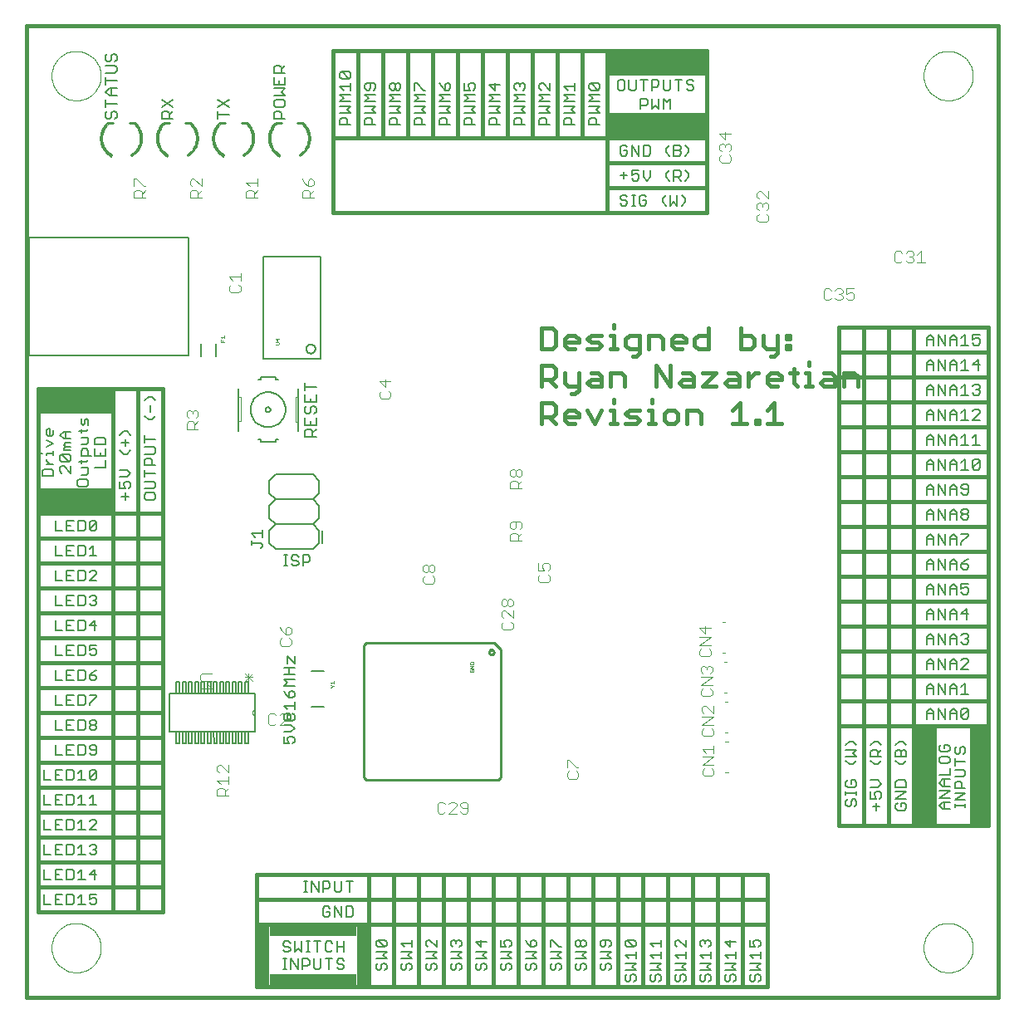
<source format=gto>
G75*
%MOIN*%
%OFA0B0*%
%FSLAX24Y24*%
%IPPOS*%
%LPD*%
%AMOC8*
5,1,8,0,0,1.08239X$1,22.5*
%
%ADD10C,0.0080*%
%ADD11C,0.0160*%
%ADD12C,0.0000*%
%ADD13C,0.0100*%
%ADD14C,0.0010*%
%ADD15C,0.0050*%
%ADD16C,0.0040*%
%ADD17C,0.0060*%
%ADD18C,0.0020*%
%ADD19R,0.4000X0.1000*%
%ADD20R,0.0925X0.4000*%
%ADD21R,0.0750X0.4000*%
%ADD22R,0.0500X0.2500*%
%ADD23R,0.3500X0.0500*%
%ADD24R,0.3000X0.1000*%
%ADD25C,0.0030*%
D10*
X001101Y003908D02*
X001381Y003908D01*
X001561Y003908D02*
X001841Y003908D01*
X002021Y003908D02*
X002021Y004328D01*
X002231Y004328D01*
X002302Y004258D01*
X002302Y003978D01*
X002231Y003908D01*
X002021Y003908D01*
X001701Y004118D02*
X001561Y004118D01*
X001561Y004328D02*
X001561Y003908D01*
X001561Y004328D02*
X001841Y004328D01*
X001841Y004908D02*
X001561Y004908D01*
X001561Y005328D01*
X001841Y005328D01*
X002021Y005328D02*
X002021Y004908D01*
X002231Y004908D01*
X002302Y004978D01*
X002302Y005258D01*
X002231Y005328D01*
X002021Y005328D01*
X001701Y005118D02*
X001561Y005118D01*
X001381Y004908D02*
X001101Y004908D01*
X001101Y005328D01*
X001101Y005908D02*
X001381Y005908D01*
X001561Y005908D02*
X001841Y005908D01*
X002021Y005908D02*
X002021Y006328D01*
X002231Y006328D01*
X002302Y006258D01*
X002302Y005978D01*
X002231Y005908D01*
X002021Y005908D01*
X001701Y006118D02*
X001561Y006118D01*
X001561Y006328D02*
X001561Y005908D01*
X001561Y006328D02*
X001841Y006328D01*
X001841Y006908D02*
X001561Y006908D01*
X001561Y007328D01*
X001841Y007328D01*
X002021Y007328D02*
X002021Y006908D01*
X002231Y006908D01*
X002302Y006978D01*
X002302Y007258D01*
X002231Y007328D01*
X002021Y007328D01*
X001701Y007118D02*
X001561Y007118D01*
X001381Y006908D02*
X001101Y006908D01*
X001101Y007328D01*
X001101Y007908D02*
X001381Y007908D01*
X001561Y007908D02*
X001841Y007908D01*
X002021Y007908D02*
X002021Y008328D01*
X002231Y008328D01*
X002302Y008258D01*
X002302Y007978D01*
X002231Y007908D01*
X002021Y007908D01*
X001701Y008118D02*
X001561Y008118D01*
X001561Y008328D02*
X001561Y007908D01*
X001561Y008328D02*
X001841Y008328D01*
X001841Y008908D02*
X001561Y008908D01*
X001561Y009328D01*
X001841Y009328D01*
X002021Y009328D02*
X002021Y008908D01*
X002231Y008908D01*
X002302Y008978D01*
X002302Y009258D01*
X002231Y009328D01*
X002021Y009328D01*
X001701Y009118D02*
X001561Y009118D01*
X001381Y008908D02*
X001101Y008908D01*
X001101Y009328D01*
X001561Y009908D02*
X001841Y009908D01*
X002021Y009908D02*
X002021Y010328D01*
X002302Y010328D01*
X002482Y010328D02*
X002482Y009908D01*
X002692Y009908D01*
X002762Y009978D01*
X002762Y010258D01*
X002692Y010328D01*
X002482Y010328D01*
X002161Y010118D02*
X002021Y010118D01*
X002021Y009908D02*
X002302Y009908D01*
X002942Y009978D02*
X003012Y009908D01*
X003152Y009908D01*
X003222Y009978D01*
X003222Y010258D01*
X003152Y010328D01*
X003012Y010328D01*
X002942Y010258D01*
X002942Y010188D01*
X003012Y010118D01*
X003222Y010118D01*
X003152Y010908D02*
X003012Y010908D01*
X002942Y010978D01*
X002942Y011048D01*
X003012Y011118D01*
X003152Y011118D01*
X003222Y011048D01*
X003222Y010978D01*
X003152Y010908D01*
X003152Y011118D02*
X003222Y011188D01*
X003222Y011258D01*
X003152Y011328D01*
X003012Y011328D01*
X002942Y011258D01*
X002942Y011188D01*
X003012Y011118D01*
X002762Y010978D02*
X002762Y011258D01*
X002692Y011328D01*
X002482Y011328D01*
X002482Y010908D01*
X002692Y010908D01*
X002762Y010978D01*
X002302Y010908D02*
X002021Y010908D01*
X002021Y011328D01*
X002302Y011328D01*
X002161Y011118D02*
X002021Y011118D01*
X001841Y010908D02*
X001561Y010908D01*
X001561Y011328D01*
X001561Y011908D02*
X001841Y011908D01*
X002021Y011908D02*
X002021Y012328D01*
X002302Y012328D01*
X002482Y012328D02*
X002482Y011908D01*
X002692Y011908D01*
X002762Y011978D01*
X002762Y012258D01*
X002692Y012328D01*
X002482Y012328D01*
X002161Y012118D02*
X002021Y012118D01*
X002021Y011908D02*
X002302Y011908D01*
X002942Y011908D02*
X002942Y011978D01*
X003222Y012258D01*
X003222Y012328D01*
X002942Y012328D01*
X003012Y012908D02*
X003152Y012908D01*
X003222Y012978D01*
X003222Y013048D01*
X003152Y013118D01*
X002942Y013118D01*
X002942Y012978D01*
X003012Y012908D01*
X002942Y013118D02*
X003082Y013258D01*
X003222Y013328D01*
X002762Y013258D02*
X002762Y012978D01*
X002692Y012908D01*
X002482Y012908D01*
X002482Y013328D01*
X002692Y013328D01*
X002762Y013258D01*
X002302Y013328D02*
X002021Y013328D01*
X002021Y012908D01*
X002302Y012908D01*
X002161Y013118D02*
X002021Y013118D01*
X001841Y012908D02*
X001561Y012908D01*
X001561Y013328D01*
X001561Y013908D02*
X001841Y013908D01*
X002021Y013908D02*
X002021Y014328D01*
X002302Y014328D01*
X002482Y014328D02*
X002482Y013908D01*
X002692Y013908D01*
X002762Y013978D01*
X002762Y014258D01*
X002692Y014328D01*
X002482Y014328D01*
X002161Y014118D02*
X002021Y014118D01*
X002021Y013908D02*
X002302Y013908D01*
X002942Y013978D02*
X003012Y013908D01*
X003152Y013908D01*
X003222Y013978D01*
X003222Y014118D01*
X003152Y014188D01*
X003082Y014188D01*
X002942Y014118D01*
X002942Y014328D01*
X003222Y014328D01*
X003152Y014908D02*
X003152Y015328D01*
X002942Y015118D01*
X003222Y015118D01*
X002762Y015258D02*
X002692Y015328D01*
X002482Y015328D01*
X002482Y014908D01*
X002692Y014908D01*
X002762Y014978D01*
X002762Y015258D01*
X002302Y015328D02*
X002021Y015328D01*
X002021Y014908D01*
X002302Y014908D01*
X002161Y015118D02*
X002021Y015118D01*
X001841Y014908D02*
X001561Y014908D01*
X001561Y015328D01*
X001561Y015908D02*
X001841Y015908D01*
X002021Y015908D02*
X002021Y016328D01*
X002302Y016328D01*
X002482Y016328D02*
X002482Y015908D01*
X002692Y015908D01*
X002762Y015978D01*
X002762Y016258D01*
X002692Y016328D01*
X002482Y016328D01*
X002161Y016118D02*
X002021Y016118D01*
X002021Y015908D02*
X002302Y015908D01*
X002942Y015978D02*
X003012Y015908D01*
X003152Y015908D01*
X003222Y015978D01*
X003222Y016048D01*
X003152Y016118D01*
X003082Y016118D01*
X003152Y016118D02*
X003222Y016188D01*
X003222Y016258D01*
X003152Y016328D01*
X003012Y016328D01*
X002942Y016258D01*
X002942Y016908D02*
X003222Y017188D01*
X003222Y017258D01*
X003152Y017328D01*
X003012Y017328D01*
X002942Y017258D01*
X002762Y017258D02*
X002692Y017328D01*
X002482Y017328D01*
X002482Y016908D01*
X002692Y016908D01*
X002762Y016978D01*
X002762Y017258D01*
X002942Y016908D02*
X003222Y016908D01*
X002302Y016908D02*
X002021Y016908D01*
X002021Y017328D01*
X002302Y017328D01*
X002161Y017118D02*
X002021Y017118D01*
X001841Y016908D02*
X001561Y016908D01*
X001561Y017328D01*
X001561Y017908D02*
X001841Y017908D01*
X002021Y017908D02*
X002021Y018328D01*
X002302Y018328D01*
X002482Y018328D02*
X002482Y017908D01*
X002692Y017908D01*
X002762Y017978D01*
X002762Y018258D01*
X002692Y018328D01*
X002482Y018328D01*
X002161Y018118D02*
X002021Y018118D01*
X002021Y017908D02*
X002302Y017908D01*
X002942Y017908D02*
X003222Y017908D01*
X003082Y017908D02*
X003082Y018328D01*
X002942Y018188D01*
X003012Y018908D02*
X002942Y018978D01*
X003222Y019258D01*
X003222Y018978D01*
X003152Y018908D01*
X003012Y018908D01*
X002942Y018978D02*
X002942Y019258D01*
X003012Y019328D01*
X003152Y019328D01*
X003222Y019258D01*
X002762Y019258D02*
X002692Y019328D01*
X002482Y019328D01*
X002482Y018908D01*
X002692Y018908D01*
X002762Y018978D01*
X002762Y019258D01*
X002302Y019328D02*
X002021Y019328D01*
X002021Y018908D01*
X002302Y018908D01*
X002161Y019118D02*
X002021Y019118D01*
X001841Y018908D02*
X001561Y018908D01*
X001561Y019328D01*
X001561Y018328D02*
X001561Y017908D01*
X001561Y016328D02*
X001561Y015908D01*
X001561Y014328D02*
X001561Y013908D01*
X001561Y012328D02*
X001561Y011908D01*
X001561Y010328D02*
X001561Y009908D01*
X002482Y009188D02*
X002622Y009328D01*
X002622Y008908D01*
X002482Y008908D02*
X002762Y008908D01*
X002942Y008978D02*
X002942Y009258D01*
X003012Y009328D01*
X003152Y009328D01*
X003222Y009258D01*
X002942Y008978D01*
X003012Y008908D01*
X003152Y008908D01*
X003222Y008978D01*
X003222Y009258D01*
X003082Y008328D02*
X003082Y007908D01*
X002942Y007908D02*
X003222Y007908D01*
X002942Y008188D02*
X003082Y008328D01*
X002622Y008328D02*
X002622Y007908D01*
X002482Y007908D02*
X002762Y007908D01*
X002482Y008188D02*
X002622Y008328D01*
X002622Y007328D02*
X002622Y006908D01*
X002482Y006908D02*
X002762Y006908D01*
X002942Y006908D02*
X003222Y007188D01*
X003222Y007258D01*
X003152Y007328D01*
X003012Y007328D01*
X002942Y007258D01*
X002622Y007328D02*
X002482Y007188D01*
X002942Y006908D02*
X003222Y006908D01*
X003152Y006328D02*
X003222Y006258D01*
X003222Y006188D01*
X003152Y006118D01*
X003222Y006048D01*
X003222Y005978D01*
X003152Y005908D01*
X003012Y005908D01*
X002942Y005978D01*
X002762Y005908D02*
X002482Y005908D01*
X002622Y005908D02*
X002622Y006328D01*
X002482Y006188D01*
X002942Y006258D02*
X003012Y006328D01*
X003152Y006328D01*
X003152Y006118D02*
X003082Y006118D01*
X003152Y005328D02*
X002942Y005118D01*
X003222Y005118D01*
X003152Y004908D02*
X003152Y005328D01*
X002622Y005328D02*
X002622Y004908D01*
X002482Y004908D02*
X002762Y004908D01*
X002482Y005188D02*
X002622Y005328D01*
X002622Y004328D02*
X002622Y003908D01*
X002482Y003908D02*
X002762Y003908D01*
X002942Y003978D02*
X003012Y003908D01*
X003152Y003908D01*
X003222Y003978D01*
X003222Y004118D01*
X003152Y004188D01*
X003082Y004188D01*
X002942Y004118D01*
X002942Y004328D01*
X003222Y004328D01*
X002622Y004328D02*
X002482Y004188D01*
X001101Y004328D02*
X001101Y003908D01*
X001101Y005908D02*
X001101Y006328D01*
X001101Y007908D02*
X001101Y008328D01*
X010740Y010378D02*
X010950Y010378D01*
X010880Y010519D01*
X010880Y010589D01*
X010950Y010659D01*
X011090Y010659D01*
X011160Y010589D01*
X011160Y010448D01*
X011090Y010378D01*
X010740Y010378D02*
X010740Y010659D01*
X010740Y010839D02*
X011020Y010839D01*
X011160Y010979D01*
X011020Y011119D01*
X010740Y011119D01*
X010810Y011299D02*
X010740Y011369D01*
X010740Y011509D01*
X010810Y011579D01*
X010950Y011579D01*
X011020Y011509D01*
X010880Y011509D01*
X010880Y011369D01*
X011020Y011369D01*
X011020Y011509D01*
X011090Y011579D02*
X011160Y011509D01*
X011160Y011369D01*
X011090Y011299D01*
X010810Y011299D01*
X010880Y011760D02*
X010740Y011900D01*
X011160Y011900D01*
X011160Y011760D02*
X011160Y012040D01*
X011090Y012220D02*
X010950Y012220D01*
X010950Y012430D01*
X011020Y012500D01*
X011090Y012500D01*
X011160Y012430D01*
X011160Y012290D01*
X011090Y012220D01*
X010950Y012220D02*
X010810Y012360D01*
X010740Y012500D01*
X010740Y012680D02*
X010880Y012821D01*
X010740Y012961D01*
X011160Y012961D01*
X011160Y013141D02*
X010740Y013141D01*
X010950Y013141D02*
X010950Y013421D01*
X010880Y013601D02*
X010880Y013881D01*
X011160Y013601D01*
X011160Y013881D01*
X011160Y013421D02*
X010740Y013421D01*
X010740Y012680D02*
X011160Y012680D01*
X011844Y013274D02*
X012356Y013274D01*
X012356Y011857D02*
X011844Y011857D01*
X011507Y017520D02*
X011507Y017940D01*
X011718Y017940D01*
X011788Y017870D01*
X011788Y017730D01*
X011718Y017660D01*
X011507Y017660D01*
X011327Y017660D02*
X011257Y017730D01*
X011117Y017730D01*
X011047Y017800D01*
X011047Y017870D01*
X011117Y017940D01*
X011257Y017940D01*
X011327Y017870D01*
X011327Y017660D02*
X011327Y017590D01*
X011257Y017520D01*
X011117Y017520D01*
X011047Y017590D01*
X010880Y017520D02*
X010740Y017520D01*
X010810Y017520D02*
X010810Y017940D01*
X010740Y017940D02*
X010880Y017940D01*
X010400Y018180D02*
X010150Y018430D01*
X010150Y018930D01*
X010400Y019180D01*
X011900Y019180D01*
X012150Y019430D01*
X012150Y019930D01*
X011900Y020180D01*
X010400Y020180D01*
X010150Y020430D01*
X010150Y020930D01*
X010400Y021180D01*
X011900Y021180D01*
X012150Y020930D01*
X012150Y020430D01*
X011900Y020180D01*
X011900Y019180D02*
X012150Y018930D01*
X012150Y018430D01*
X011900Y018180D01*
X010400Y018180D01*
X010400Y019180D02*
X010150Y019430D01*
X010150Y019930D01*
X010400Y020180D01*
X012282Y018930D02*
X012282Y018430D01*
X005573Y020228D02*
X005573Y020368D01*
X005502Y020438D01*
X005222Y020438D01*
X005152Y020368D01*
X005152Y020228D01*
X005222Y020158D01*
X005502Y020158D01*
X005573Y020228D01*
X005502Y020618D02*
X005573Y020688D01*
X005573Y020828D01*
X005502Y020898D01*
X005152Y020898D01*
X005152Y021078D02*
X005152Y021359D01*
X005152Y021218D02*
X005573Y021218D01*
X005573Y021539D02*
X005152Y021539D01*
X005152Y021749D01*
X005222Y021819D01*
X005362Y021819D01*
X005432Y021749D01*
X005432Y021539D01*
X005502Y021999D02*
X005573Y022069D01*
X005573Y022209D01*
X005502Y022279D01*
X005152Y022279D01*
X005152Y022459D02*
X005152Y022740D01*
X005152Y022600D02*
X005573Y022600D01*
X005502Y021999D02*
X005152Y021999D01*
X004573Y022139D02*
X004432Y021999D01*
X004292Y021999D01*
X004152Y022139D01*
X004362Y022306D02*
X004362Y022586D01*
X004222Y022446D02*
X004502Y022446D01*
X004573Y022766D02*
X004432Y022907D01*
X004292Y022907D01*
X004152Y022766D01*
X003573Y022598D02*
X003573Y022388D01*
X003152Y022388D01*
X003152Y022598D01*
X003222Y022668D01*
X003502Y022668D01*
X003573Y022598D01*
X003573Y022208D02*
X003573Y021927D01*
X003152Y021927D01*
X003152Y022208D01*
X003362Y022067D02*
X003362Y021927D01*
X003573Y021747D02*
X003573Y021467D01*
X003152Y021467D01*
X002873Y021440D02*
X002592Y021440D01*
X002592Y021620D02*
X002592Y021760D01*
X002522Y021690D02*
X002802Y021690D01*
X002873Y021760D01*
X002873Y021927D02*
X002873Y022137D01*
X002802Y022208D01*
X002662Y022208D01*
X002592Y022137D01*
X002592Y021927D01*
X003013Y021927D01*
X002802Y022388D02*
X002592Y022388D01*
X002802Y022388D02*
X002873Y022458D01*
X002873Y022668D01*
X002592Y022668D01*
X002592Y022848D02*
X002592Y022988D01*
X002522Y022918D02*
X002802Y022918D01*
X002873Y022988D01*
X002873Y023155D02*
X002873Y023365D01*
X002802Y023435D01*
X002732Y023365D01*
X002732Y023225D01*
X002662Y023155D01*
X002592Y023225D01*
X002592Y023435D01*
X002173Y022898D02*
X001892Y022898D01*
X001752Y022758D01*
X001892Y022618D01*
X002173Y022618D01*
X002173Y022438D02*
X001962Y022438D01*
X001892Y022368D01*
X001962Y022298D01*
X002173Y022298D01*
X002173Y022157D02*
X001892Y022157D01*
X001892Y022228D01*
X001962Y022298D01*
X001962Y022618D02*
X001962Y022898D01*
X001473Y022943D02*
X001473Y022803D01*
X001402Y022733D01*
X001262Y022733D01*
X001192Y022803D01*
X001192Y022943D01*
X001262Y023013D01*
X001332Y023013D01*
X001332Y022733D01*
X001192Y022553D02*
X001473Y022413D01*
X001192Y022273D01*
X001192Y022036D02*
X001473Y022036D01*
X001473Y021966D02*
X001473Y022106D01*
X001192Y022036D02*
X001192Y021966D01*
X001052Y022036D02*
X000982Y022036D01*
X001192Y021792D02*
X001192Y021722D01*
X001332Y021582D01*
X001192Y021582D02*
X001473Y021582D01*
X001402Y021402D02*
X001122Y021402D01*
X001052Y021332D01*
X001052Y021122D01*
X001473Y021122D01*
X001473Y021332D01*
X001402Y021402D01*
X001752Y021447D02*
X001752Y021307D01*
X001822Y021237D01*
X001752Y021447D02*
X001822Y021517D01*
X001892Y021517D01*
X002173Y021237D01*
X002173Y021517D01*
X002102Y021697D02*
X001822Y021977D01*
X002102Y021977D01*
X002173Y021907D01*
X002173Y021767D01*
X002102Y021697D01*
X001822Y021697D01*
X001752Y021767D01*
X001752Y021907D01*
X001822Y021977D01*
X002592Y021160D02*
X002802Y021160D01*
X002873Y021230D01*
X002873Y021440D01*
X002802Y020980D02*
X002522Y020980D01*
X002452Y020910D01*
X002452Y020770D01*
X002522Y020700D01*
X002802Y020700D01*
X002873Y020770D01*
X002873Y020910D01*
X002802Y020980D01*
X004152Y020898D02*
X004152Y020618D01*
X004362Y020618D01*
X004292Y020758D01*
X004292Y020828D01*
X004362Y020898D01*
X004502Y020898D01*
X004573Y020828D01*
X004573Y020688D01*
X004502Y020618D01*
X004362Y020438D02*
X004362Y020158D01*
X004222Y020298D02*
X004502Y020298D01*
X005152Y020618D02*
X005502Y020618D01*
X004573Y021218D02*
X004432Y021359D01*
X004152Y021359D01*
X004152Y021078D02*
X004432Y021078D01*
X004573Y021218D01*
X005292Y023380D02*
X005152Y023520D01*
X005292Y023380D02*
X005432Y023380D01*
X005573Y023520D01*
X005362Y023687D02*
X005362Y023967D01*
X005152Y024148D02*
X005292Y024288D01*
X005432Y024288D01*
X005573Y024148D01*
X007400Y025930D02*
X007400Y026430D01*
X008000Y026430D02*
X008000Y025930D01*
X012990Y035220D02*
X012990Y035430D01*
X013060Y035500D01*
X013200Y035500D01*
X013270Y035430D01*
X013270Y035220D01*
X013410Y035220D02*
X012990Y035220D01*
X012990Y035680D02*
X013410Y035680D01*
X013270Y035821D01*
X013410Y035961D01*
X012990Y035961D01*
X012990Y036141D02*
X013130Y036281D01*
X012990Y036421D01*
X013410Y036421D01*
X013410Y036601D02*
X013410Y036881D01*
X013410Y036741D02*
X012990Y036741D01*
X013130Y036601D01*
X012990Y036141D02*
X013410Y036141D01*
X013990Y036141D02*
X014130Y036281D01*
X013990Y036421D01*
X014410Y036421D01*
X014340Y036601D02*
X014410Y036671D01*
X014410Y036811D01*
X014340Y036881D01*
X014060Y036881D01*
X013990Y036811D01*
X013990Y036671D01*
X014060Y036601D01*
X014130Y036601D01*
X014200Y036671D01*
X014200Y036881D01*
X014410Y036141D02*
X013990Y036141D01*
X013990Y035961D02*
X014410Y035961D01*
X014270Y035821D01*
X014410Y035680D01*
X013990Y035680D01*
X014060Y035500D02*
X014200Y035500D01*
X014270Y035430D01*
X014270Y035220D01*
X014410Y035220D02*
X013990Y035220D01*
X013990Y035430D01*
X014060Y035500D01*
X014990Y035430D02*
X014990Y035220D01*
X015410Y035220D01*
X015270Y035220D02*
X015270Y035430D01*
X015200Y035500D01*
X015060Y035500D01*
X014990Y035430D01*
X014990Y035680D02*
X015410Y035680D01*
X015270Y035821D01*
X015410Y035961D01*
X014990Y035961D01*
X014990Y036141D02*
X015130Y036281D01*
X014990Y036421D01*
X015410Y036421D01*
X015340Y036601D02*
X015270Y036601D01*
X015200Y036671D01*
X015200Y036811D01*
X015270Y036881D01*
X015340Y036881D01*
X015410Y036811D01*
X015410Y036671D01*
X015340Y036601D01*
X015200Y036671D02*
X015130Y036601D01*
X015060Y036601D01*
X014990Y036671D01*
X014990Y036811D01*
X015060Y036881D01*
X015130Y036881D01*
X015200Y036811D01*
X015410Y036141D02*
X014990Y036141D01*
X015990Y036141D02*
X016130Y036281D01*
X015990Y036421D01*
X016410Y036421D01*
X016410Y036601D02*
X016340Y036601D01*
X016060Y036881D01*
X015990Y036881D01*
X015990Y036601D01*
X015990Y036141D02*
X016410Y036141D01*
X016410Y035961D02*
X015990Y035961D01*
X015990Y035680D02*
X016410Y035680D01*
X016270Y035821D01*
X016410Y035961D01*
X016200Y035500D02*
X016270Y035430D01*
X016270Y035220D01*
X016410Y035220D02*
X015990Y035220D01*
X015990Y035430D01*
X016060Y035500D01*
X016200Y035500D01*
X016990Y035430D02*
X016990Y035220D01*
X017410Y035220D01*
X017270Y035220D02*
X017270Y035430D01*
X017200Y035500D01*
X017060Y035500D01*
X016990Y035430D01*
X016990Y035680D02*
X017410Y035680D01*
X017270Y035821D01*
X017410Y035961D01*
X016990Y035961D01*
X016990Y036141D02*
X017130Y036281D01*
X016990Y036421D01*
X017410Y036421D01*
X017340Y036601D02*
X017410Y036671D01*
X017410Y036811D01*
X017340Y036881D01*
X017270Y036881D01*
X017200Y036811D01*
X017200Y036601D01*
X017340Y036601D01*
X017200Y036601D02*
X017060Y036741D01*
X016990Y036881D01*
X016990Y036141D02*
X017410Y036141D01*
X017990Y036141D02*
X018130Y036281D01*
X017990Y036421D01*
X018410Y036421D01*
X018340Y036601D02*
X018410Y036671D01*
X018410Y036811D01*
X018340Y036881D01*
X018200Y036881D01*
X018130Y036811D01*
X018130Y036741D01*
X018200Y036601D01*
X017990Y036601D01*
X017990Y036881D01*
X017990Y036141D02*
X018410Y036141D01*
X018410Y035961D02*
X017990Y035961D01*
X017990Y035680D02*
X018410Y035680D01*
X018270Y035821D01*
X018410Y035961D01*
X018200Y035500D02*
X018270Y035430D01*
X018270Y035220D01*
X018410Y035220D02*
X017990Y035220D01*
X017990Y035430D01*
X018060Y035500D01*
X018200Y035500D01*
X018990Y035430D02*
X018990Y035220D01*
X019410Y035220D01*
X019270Y035220D02*
X019270Y035430D01*
X019200Y035500D01*
X019060Y035500D01*
X018990Y035430D01*
X018990Y035680D02*
X019410Y035680D01*
X019270Y035821D01*
X019410Y035961D01*
X018990Y035961D01*
X018990Y036141D02*
X019130Y036281D01*
X018990Y036421D01*
X019410Y036421D01*
X019200Y036601D02*
X019200Y036881D01*
X019410Y036811D02*
X018990Y036811D01*
X019200Y036601D01*
X019410Y036141D02*
X018990Y036141D01*
X019990Y036141D02*
X020130Y036281D01*
X019990Y036421D01*
X020410Y036421D01*
X020340Y036601D02*
X020410Y036671D01*
X020410Y036811D01*
X020340Y036881D01*
X020270Y036881D01*
X020200Y036811D01*
X020200Y036741D01*
X020200Y036811D02*
X020130Y036881D01*
X020060Y036881D01*
X019990Y036811D01*
X019990Y036671D01*
X020060Y036601D01*
X019990Y036141D02*
X020410Y036141D01*
X020410Y035961D02*
X019990Y035961D01*
X019990Y035680D02*
X020410Y035680D01*
X020270Y035821D01*
X020410Y035961D01*
X020200Y035500D02*
X020060Y035500D01*
X019990Y035430D01*
X019990Y035220D01*
X020410Y035220D01*
X020270Y035220D02*
X020270Y035430D01*
X020200Y035500D01*
X020990Y035430D02*
X020990Y035220D01*
X021410Y035220D01*
X021270Y035220D02*
X021270Y035430D01*
X021200Y035500D01*
X021060Y035500D01*
X020990Y035430D01*
X020990Y035680D02*
X021410Y035680D01*
X021270Y035821D01*
X021410Y035961D01*
X020990Y035961D01*
X020990Y036141D02*
X021130Y036281D01*
X020990Y036421D01*
X021410Y036421D01*
X021410Y036601D02*
X021130Y036881D01*
X021060Y036881D01*
X020990Y036811D01*
X020990Y036671D01*
X021060Y036601D01*
X021410Y036601D02*
X021410Y036881D01*
X021990Y036741D02*
X022130Y036601D01*
X021990Y036741D02*
X022410Y036741D01*
X022410Y036601D02*
X022410Y036881D01*
X022410Y036421D02*
X021990Y036421D01*
X022130Y036281D01*
X021990Y036141D01*
X022410Y036141D01*
X022410Y035961D02*
X021990Y035961D01*
X021990Y035680D02*
X022410Y035680D01*
X022270Y035821D01*
X022410Y035961D01*
X022200Y035500D02*
X022060Y035500D01*
X021990Y035430D01*
X021990Y035220D01*
X022410Y035220D01*
X022270Y035220D02*
X022270Y035430D01*
X022200Y035500D01*
X022990Y035430D02*
X022990Y035220D01*
X023410Y035220D01*
X023270Y035220D02*
X023270Y035430D01*
X023200Y035500D01*
X023060Y035500D01*
X022990Y035430D01*
X022990Y035680D02*
X023410Y035680D01*
X023270Y035821D01*
X023410Y035961D01*
X022990Y035961D01*
X022990Y036141D02*
X023130Y036281D01*
X022990Y036421D01*
X023410Y036421D01*
X023340Y036601D02*
X023060Y036881D01*
X023340Y036881D01*
X023410Y036811D01*
X023410Y036671D01*
X023340Y036601D01*
X023060Y036601D01*
X022990Y036671D01*
X022990Y036811D01*
X023060Y036881D01*
X022990Y036141D02*
X023410Y036141D01*
X024129Y036665D02*
X024199Y036595D01*
X024339Y036595D01*
X024409Y036665D01*
X024409Y036945D01*
X024339Y037015D01*
X024199Y037015D01*
X024129Y036945D01*
X024129Y036665D01*
X024589Y036665D02*
X024659Y036595D01*
X024799Y036595D01*
X024869Y036665D01*
X024869Y037015D01*
X025049Y037015D02*
X025330Y037015D01*
X025190Y037015D02*
X025190Y036595D01*
X025510Y036595D02*
X025510Y037015D01*
X025720Y037015D01*
X025790Y036945D01*
X025790Y036805D01*
X025720Y036735D01*
X025510Y036735D01*
X025970Y036665D02*
X026040Y036595D01*
X026180Y036595D01*
X026250Y036665D01*
X026250Y037015D01*
X026431Y037015D02*
X026711Y037015D01*
X026571Y037015D02*
X026571Y036595D01*
X026891Y036665D02*
X026961Y036595D01*
X027101Y036595D01*
X027171Y036665D01*
X027171Y036735D01*
X027101Y036805D01*
X026961Y036805D01*
X026891Y036875D01*
X026891Y036945D01*
X026961Y037015D01*
X027101Y037015D01*
X027171Y036945D01*
X026250Y036265D02*
X026250Y035845D01*
X025970Y035845D02*
X025970Y036265D01*
X026110Y036125D01*
X026250Y036265D01*
X025790Y036265D02*
X025790Y035845D01*
X025650Y035985D01*
X025510Y035845D01*
X025510Y036265D01*
X025330Y036195D02*
X025330Y036055D01*
X025260Y035985D01*
X025049Y035985D01*
X025049Y035845D02*
X025049Y036265D01*
X025260Y036265D01*
X025330Y036195D01*
X025970Y036665D02*
X025970Y037015D01*
X024589Y037015D02*
X024589Y036665D01*
X024700Y034390D02*
X024981Y033970D01*
X024981Y034390D01*
X025161Y034390D02*
X025371Y034390D01*
X025441Y034320D01*
X025441Y034040D01*
X025371Y033970D01*
X025161Y033970D01*
X025161Y034390D01*
X024700Y034390D02*
X024700Y033970D01*
X024520Y034040D02*
X024520Y034180D01*
X024380Y034180D01*
X024240Y034040D02*
X024310Y033970D01*
X024450Y033970D01*
X024520Y034040D01*
X024240Y034040D02*
X024240Y034320D01*
X024310Y034390D01*
X024450Y034390D01*
X024520Y034320D01*
X024700Y033390D02*
X024700Y033180D01*
X024841Y033250D01*
X024911Y033250D01*
X024981Y033180D01*
X024981Y033040D01*
X024911Y032970D01*
X024770Y032970D01*
X024700Y033040D01*
X024520Y033180D02*
X024240Y033180D01*
X024380Y033320D02*
X024380Y033040D01*
X024700Y033390D02*
X024981Y033390D01*
X025161Y033390D02*
X025161Y033110D01*
X025301Y032970D01*
X025441Y033110D01*
X025441Y033390D01*
X026082Y033250D02*
X026222Y033390D01*
X026388Y033390D02*
X026599Y033390D01*
X026669Y033320D01*
X026669Y033180D01*
X026599Y033110D01*
X026388Y033110D01*
X026388Y032970D02*
X026388Y033390D01*
X026529Y033110D02*
X026669Y032970D01*
X026849Y032970D02*
X026989Y033110D01*
X026989Y033250D01*
X026849Y033390D01*
X026222Y032970D02*
X026082Y033110D01*
X026082Y033250D01*
X026222Y033970D02*
X026082Y034110D01*
X026082Y034250D01*
X026222Y034390D01*
X026388Y034390D02*
X026599Y034390D01*
X026669Y034320D01*
X026669Y034250D01*
X026599Y034180D01*
X026388Y034180D01*
X026388Y033970D02*
X026599Y033970D01*
X026669Y034040D01*
X026669Y034110D01*
X026599Y034180D01*
X026388Y033970D02*
X026388Y034390D01*
X026849Y034390D02*
X026989Y034250D01*
X026989Y034110D01*
X026849Y033970D01*
X026695Y032390D02*
X026836Y032250D01*
X026836Y032110D01*
X026695Y031970D01*
X026515Y031970D02*
X026515Y032390D01*
X026235Y032390D02*
X026235Y031970D01*
X026375Y032110D01*
X026515Y031970D01*
X026068Y031970D02*
X025928Y032110D01*
X025928Y032250D01*
X026068Y032390D01*
X025288Y032320D02*
X025218Y032390D01*
X025077Y032390D01*
X025007Y032320D01*
X025007Y032040D01*
X025077Y031970D01*
X025218Y031970D01*
X025288Y032040D01*
X025288Y032180D01*
X025147Y032180D01*
X024841Y031970D02*
X024700Y031970D01*
X024770Y031970D02*
X024770Y032390D01*
X024700Y032390D02*
X024841Y032390D01*
X024520Y032320D02*
X024450Y032390D01*
X024310Y032390D01*
X024240Y032320D01*
X024240Y032250D01*
X024310Y032180D01*
X024450Y032180D01*
X024520Y032110D01*
X024520Y032040D01*
X024450Y031970D01*
X024310Y031970D01*
X024240Y032040D01*
X021410Y036141D02*
X020990Y036141D01*
X013410Y037132D02*
X013340Y037062D01*
X013060Y037342D01*
X013340Y037342D01*
X013410Y037272D01*
X013410Y037132D01*
X013340Y037062D02*
X013060Y037062D01*
X012990Y037132D01*
X012990Y037272D01*
X013060Y037342D01*
X036540Y026650D02*
X036540Y026370D01*
X036540Y026580D02*
X036820Y026580D01*
X036820Y026650D02*
X036820Y026370D01*
X037000Y026370D02*
X037000Y026790D01*
X037281Y026370D01*
X037281Y026790D01*
X037461Y026650D02*
X037601Y026790D01*
X037741Y026650D01*
X037741Y026370D01*
X037921Y026370D02*
X038201Y026370D01*
X038061Y026370D02*
X038061Y026790D01*
X037921Y026650D01*
X037741Y026580D02*
X037461Y026580D01*
X037461Y026650D02*
X037461Y026370D01*
X037601Y025790D02*
X037741Y025650D01*
X037741Y025370D01*
X037921Y025370D02*
X038201Y025370D01*
X038061Y025370D02*
X038061Y025790D01*
X037921Y025650D01*
X037741Y025580D02*
X037461Y025580D01*
X037461Y025650D02*
X037461Y025370D01*
X037281Y025370D02*
X037281Y025790D01*
X037461Y025650D02*
X037601Y025790D01*
X037281Y025370D02*
X037000Y025790D01*
X037000Y025370D01*
X036820Y025370D02*
X036820Y025650D01*
X036680Y025790D01*
X036540Y025650D01*
X036540Y025370D01*
X036540Y025580D02*
X036820Y025580D01*
X036680Y024790D02*
X036820Y024650D01*
X036820Y024370D01*
X037000Y024370D02*
X037000Y024790D01*
X037281Y024370D01*
X037281Y024790D01*
X037461Y024650D02*
X037601Y024790D01*
X037741Y024650D01*
X037741Y024370D01*
X037921Y024370D02*
X038201Y024370D01*
X038061Y024370D02*
X038061Y024790D01*
X037921Y024650D01*
X037741Y024580D02*
X037461Y024580D01*
X037461Y024650D02*
X037461Y024370D01*
X037601Y023790D02*
X037741Y023650D01*
X037741Y023370D01*
X037921Y023370D02*
X038201Y023370D01*
X038061Y023370D02*
X038061Y023790D01*
X037921Y023650D01*
X037741Y023580D02*
X037461Y023580D01*
X037461Y023650D02*
X037461Y023370D01*
X037281Y023370D02*
X037281Y023790D01*
X037461Y023650D02*
X037601Y023790D01*
X037281Y023370D02*
X037000Y023790D01*
X037000Y023370D01*
X036820Y023370D02*
X036820Y023650D01*
X036680Y023790D01*
X036540Y023650D01*
X036540Y023370D01*
X036540Y023580D02*
X036820Y023580D01*
X036680Y022790D02*
X036820Y022650D01*
X036820Y022370D01*
X037000Y022370D02*
X037000Y022790D01*
X037281Y022370D01*
X037281Y022790D01*
X037461Y022650D02*
X037601Y022790D01*
X037741Y022650D01*
X037741Y022370D01*
X037921Y022370D02*
X038201Y022370D01*
X038061Y022370D02*
X038061Y022790D01*
X037921Y022650D01*
X037741Y022580D02*
X037461Y022580D01*
X037461Y022650D02*
X037461Y022370D01*
X037601Y021790D02*
X037741Y021650D01*
X037741Y021370D01*
X037921Y021370D02*
X038201Y021370D01*
X038061Y021370D02*
X038061Y021790D01*
X037921Y021650D01*
X037741Y021580D02*
X037461Y021580D01*
X037461Y021650D02*
X037461Y021370D01*
X037281Y021370D02*
X037281Y021790D01*
X037461Y021650D02*
X037601Y021790D01*
X037281Y021370D02*
X037000Y021790D01*
X037000Y021370D01*
X036820Y021370D02*
X036820Y021650D01*
X036680Y021790D01*
X036540Y021650D01*
X036540Y021370D01*
X036540Y021580D02*
X036820Y021580D01*
X036680Y020790D02*
X036820Y020650D01*
X036820Y020370D01*
X037000Y020370D02*
X037000Y020790D01*
X037281Y020370D01*
X037281Y020790D01*
X037461Y020650D02*
X037601Y020790D01*
X037741Y020650D01*
X037741Y020370D01*
X037921Y020440D02*
X037991Y020370D01*
X038131Y020370D01*
X038201Y020440D01*
X038201Y020720D01*
X038131Y020790D01*
X037991Y020790D01*
X037921Y020720D01*
X037921Y020650D01*
X037991Y020580D01*
X038201Y020580D01*
X037741Y020580D02*
X037461Y020580D01*
X037461Y020650D02*
X037461Y020370D01*
X037601Y019790D02*
X037741Y019650D01*
X037741Y019370D01*
X037921Y019440D02*
X037921Y019510D01*
X037991Y019580D01*
X038131Y019580D01*
X038201Y019510D01*
X038201Y019440D01*
X038131Y019370D01*
X037991Y019370D01*
X037921Y019440D01*
X037991Y019580D02*
X037921Y019650D01*
X037921Y019720D01*
X037991Y019790D01*
X038131Y019790D01*
X038201Y019720D01*
X038201Y019650D01*
X038131Y019580D01*
X037741Y019580D02*
X037461Y019580D01*
X037461Y019650D02*
X037601Y019790D01*
X037461Y019650D02*
X037461Y019370D01*
X037281Y019370D02*
X037281Y019790D01*
X037000Y019790D02*
X037000Y019370D01*
X036820Y019370D02*
X036820Y019650D01*
X036680Y019790D01*
X036540Y019650D01*
X036540Y019370D01*
X036540Y019580D02*
X036820Y019580D01*
X037000Y019790D02*
X037281Y019370D01*
X037281Y018790D02*
X037281Y018370D01*
X037000Y018790D01*
X037000Y018370D01*
X036820Y018370D02*
X036820Y018650D01*
X036680Y018790D01*
X036540Y018650D01*
X036540Y018370D01*
X036540Y018580D02*
X036820Y018580D01*
X037461Y018580D02*
X037741Y018580D01*
X037741Y018650D02*
X037741Y018370D01*
X037921Y018370D02*
X037921Y018440D01*
X038201Y018720D01*
X038201Y018790D01*
X037921Y018790D01*
X037741Y018650D02*
X037601Y018790D01*
X037461Y018650D01*
X037461Y018370D01*
X037601Y017790D02*
X037741Y017650D01*
X037741Y017370D01*
X037921Y017440D02*
X037991Y017370D01*
X038131Y017370D01*
X038201Y017440D01*
X038201Y017510D01*
X038131Y017580D01*
X037921Y017580D01*
X037921Y017440D01*
X037921Y017580D02*
X038061Y017720D01*
X038201Y017790D01*
X037741Y017580D02*
X037461Y017580D01*
X037461Y017650D02*
X037601Y017790D01*
X037461Y017650D02*
X037461Y017370D01*
X037281Y017370D02*
X037281Y017790D01*
X037000Y017790D02*
X037000Y017370D01*
X036820Y017370D02*
X036820Y017650D01*
X036680Y017790D01*
X036540Y017650D01*
X036540Y017370D01*
X036540Y017580D02*
X036820Y017580D01*
X037000Y017790D02*
X037281Y017370D01*
X037281Y016790D02*
X037281Y016370D01*
X037000Y016790D01*
X037000Y016370D01*
X036820Y016370D02*
X036820Y016650D01*
X036680Y016790D01*
X036540Y016650D01*
X036540Y016370D01*
X036540Y016580D02*
X036820Y016580D01*
X037461Y016580D02*
X037741Y016580D01*
X037741Y016650D02*
X037741Y016370D01*
X037921Y016440D02*
X037991Y016370D01*
X038131Y016370D01*
X038201Y016440D01*
X038201Y016580D01*
X038131Y016650D01*
X038061Y016650D01*
X037921Y016580D01*
X037921Y016790D01*
X038201Y016790D01*
X037741Y016650D02*
X037601Y016790D01*
X037461Y016650D01*
X037461Y016370D01*
X037601Y015790D02*
X037741Y015650D01*
X037741Y015370D01*
X037741Y015580D02*
X037461Y015580D01*
X037461Y015650D02*
X037601Y015790D01*
X037461Y015650D02*
X037461Y015370D01*
X037281Y015370D02*
X037281Y015790D01*
X037000Y015790D02*
X037000Y015370D01*
X036820Y015370D02*
X036820Y015650D01*
X036680Y015790D01*
X036540Y015650D01*
X036540Y015370D01*
X036540Y015580D02*
X036820Y015580D01*
X037000Y015790D02*
X037281Y015370D01*
X037921Y015580D02*
X038201Y015580D01*
X038131Y015370D02*
X038131Y015790D01*
X037921Y015580D01*
X037991Y014790D02*
X038131Y014790D01*
X038201Y014720D01*
X038201Y014650D01*
X038131Y014580D01*
X038201Y014510D01*
X038201Y014440D01*
X038131Y014370D01*
X037991Y014370D01*
X037921Y014440D01*
X037741Y014370D02*
X037741Y014650D01*
X037601Y014790D01*
X037461Y014650D01*
X037461Y014370D01*
X037281Y014370D02*
X037281Y014790D01*
X037461Y014580D02*
X037741Y014580D01*
X037921Y014720D02*
X037991Y014790D01*
X038061Y014580D02*
X038131Y014580D01*
X038131Y013790D02*
X037991Y013790D01*
X037921Y013720D01*
X037741Y013650D02*
X037741Y013370D01*
X037921Y013370D02*
X038201Y013650D01*
X038201Y013720D01*
X038131Y013790D01*
X037741Y013650D02*
X037601Y013790D01*
X037461Y013650D01*
X037461Y013370D01*
X037281Y013370D02*
X037281Y013790D01*
X037461Y013580D02*
X037741Y013580D01*
X037921Y013370D02*
X038201Y013370D01*
X038061Y012790D02*
X037921Y012650D01*
X037741Y012650D02*
X037741Y012370D01*
X037921Y012370D02*
X038201Y012370D01*
X038061Y012370D02*
X038061Y012790D01*
X037741Y012650D02*
X037601Y012790D01*
X037461Y012650D01*
X037461Y012370D01*
X037281Y012370D02*
X037281Y012790D01*
X037461Y012580D02*
X037741Y012580D01*
X037281Y012370D02*
X037000Y012790D01*
X037000Y012370D01*
X036820Y012370D02*
X036820Y012650D01*
X036680Y012790D01*
X036540Y012650D01*
X036540Y012370D01*
X036540Y012580D02*
X036820Y012580D01*
X036820Y013370D02*
X036820Y013650D01*
X036680Y013790D01*
X036540Y013650D01*
X036540Y013370D01*
X036540Y013580D02*
X036820Y013580D01*
X037000Y013370D02*
X037000Y013790D01*
X037281Y013370D01*
X037281Y014370D02*
X037000Y014790D01*
X037000Y014370D01*
X036820Y014370D02*
X036820Y014650D01*
X036680Y014790D01*
X036540Y014650D01*
X036540Y014370D01*
X036540Y014580D02*
X036820Y014580D01*
X036680Y011790D02*
X036820Y011650D01*
X036820Y011370D01*
X037000Y011370D02*
X037000Y011790D01*
X037281Y011370D01*
X037281Y011790D01*
X037461Y011650D02*
X037601Y011790D01*
X037741Y011650D01*
X037741Y011370D01*
X037921Y011440D02*
X037991Y011370D01*
X038131Y011370D01*
X038201Y011440D01*
X038201Y011720D01*
X037921Y011440D01*
X037921Y011720D01*
X037991Y011790D01*
X038131Y011790D01*
X038201Y011720D01*
X037741Y011580D02*
X037461Y011580D01*
X037461Y011650D02*
X037461Y011370D01*
X036820Y011580D02*
X036540Y011580D01*
X036540Y011650D02*
X036680Y011790D01*
X036540Y011650D02*
X036540Y011370D01*
X037110Y010321D02*
X037040Y010251D01*
X037040Y010111D01*
X037110Y010041D01*
X037390Y010041D01*
X037460Y010111D01*
X037460Y010251D01*
X037390Y010321D01*
X037250Y010321D01*
X037250Y010181D01*
X037390Y009861D02*
X037110Y009861D01*
X037040Y009791D01*
X037040Y009650D01*
X037110Y009580D01*
X037390Y009580D01*
X037460Y009650D01*
X037460Y009791D01*
X037390Y009861D01*
X037665Y009784D02*
X037665Y009504D01*
X037665Y009644D02*
X038085Y009644D01*
X038015Y009964D02*
X038085Y010034D01*
X038085Y010174D01*
X038015Y010244D01*
X037945Y010244D01*
X037875Y010174D01*
X037875Y010034D01*
X037805Y009964D01*
X037735Y009964D01*
X037665Y010034D01*
X037665Y010174D01*
X037735Y010244D01*
X037460Y009400D02*
X037460Y009120D01*
X037040Y009120D01*
X037180Y008940D02*
X037460Y008940D01*
X037250Y008940D02*
X037250Y008660D01*
X037180Y008660D02*
X037460Y008660D01*
X037460Y008479D02*
X037040Y008479D01*
X037180Y008660D02*
X037040Y008800D01*
X037180Y008940D01*
X037460Y008479D02*
X037040Y008199D01*
X037460Y008199D01*
X037460Y008019D02*
X037180Y008019D01*
X037040Y007879D01*
X037180Y007739D01*
X037460Y007739D01*
X037250Y007739D02*
X037250Y008019D01*
X037665Y007956D02*
X037665Y007816D01*
X037665Y007886D02*
X038085Y007886D01*
X038085Y007816D02*
X038085Y007956D01*
X038085Y008122D02*
X037665Y008122D01*
X038085Y008403D01*
X037665Y008403D01*
X037665Y008583D02*
X037665Y008793D01*
X037735Y008863D01*
X037875Y008863D01*
X037945Y008793D01*
X037945Y008583D01*
X038085Y008583D02*
X037665Y008583D01*
X037665Y009043D02*
X038015Y009043D01*
X038085Y009113D01*
X038085Y009253D01*
X038015Y009324D01*
X037665Y009324D01*
X035710Y009686D02*
X035570Y009546D01*
X035430Y009546D01*
X035290Y009686D01*
X035290Y009853D02*
X035290Y010063D01*
X035360Y010133D01*
X035430Y010133D01*
X035500Y010063D01*
X035500Y009853D01*
X035500Y010063D02*
X035570Y010133D01*
X035640Y010133D01*
X035710Y010063D01*
X035710Y009853D01*
X035290Y009853D01*
X035290Y010313D02*
X035430Y010453D01*
X035570Y010453D01*
X035710Y010313D01*
X034710Y010313D02*
X034570Y010453D01*
X034430Y010453D01*
X034290Y010313D01*
X034360Y010133D02*
X034500Y010133D01*
X034570Y010063D01*
X034570Y009853D01*
X034570Y009993D02*
X034710Y010133D01*
X034710Y009853D02*
X034290Y009853D01*
X034290Y010063D01*
X034360Y010133D01*
X034290Y009686D02*
X034430Y009546D01*
X034570Y009546D01*
X034710Y009686D01*
X034570Y008905D02*
X034290Y008905D01*
X034570Y008905D02*
X034710Y008765D01*
X034570Y008625D01*
X034290Y008625D01*
X034290Y008445D02*
X034290Y008165D01*
X034500Y008165D01*
X034430Y008305D01*
X034430Y008375D01*
X034500Y008445D01*
X034640Y008445D01*
X034710Y008375D01*
X034710Y008235D01*
X034640Y008165D01*
X034500Y007984D02*
X034500Y007704D01*
X034360Y007844D02*
X034640Y007844D01*
X035290Y007774D02*
X035360Y007704D01*
X035640Y007704D01*
X035710Y007774D01*
X035710Y007914D01*
X035640Y007984D01*
X035500Y007984D01*
X035500Y007844D01*
X035360Y007984D02*
X035290Y007914D01*
X035290Y007774D01*
X035290Y008165D02*
X035710Y008445D01*
X035290Y008445D01*
X035290Y008625D02*
X035290Y008835D01*
X035360Y008905D01*
X035640Y008905D01*
X035710Y008835D01*
X035710Y008625D01*
X035290Y008625D01*
X035290Y008165D02*
X035710Y008165D01*
X033710Y008068D02*
X033710Y007928D01*
X033640Y007858D01*
X033500Y007928D02*
X033430Y007858D01*
X033360Y007858D01*
X033290Y007928D01*
X033290Y008068D01*
X033360Y008138D01*
X033500Y008068D02*
X033570Y008138D01*
X033640Y008138D01*
X033710Y008068D01*
X033500Y008068D02*
X033500Y007928D01*
X033710Y008318D02*
X033710Y008458D01*
X033710Y008388D02*
X033290Y008388D01*
X033290Y008318D02*
X033290Y008458D01*
X033360Y008625D02*
X033640Y008625D01*
X033710Y008695D01*
X033710Y008835D01*
X033640Y008905D01*
X033500Y008905D01*
X033500Y008765D01*
X033360Y008625D02*
X033290Y008695D01*
X033290Y008835D01*
X033360Y008905D01*
X033430Y009546D02*
X033290Y009686D01*
X033290Y009853D02*
X033710Y009853D01*
X033570Y009993D01*
X033710Y010133D01*
X033290Y010133D01*
X033290Y010313D02*
X033430Y010453D01*
X033570Y010453D01*
X033710Y010313D01*
X033710Y009686D02*
X033570Y009546D01*
X033430Y009546D01*
X029790Y002490D02*
X029650Y002490D01*
X029580Y002420D01*
X029580Y002350D01*
X029650Y002210D01*
X029440Y002210D01*
X029440Y002490D01*
X029790Y002490D02*
X029860Y002420D01*
X029860Y002280D01*
X029790Y002210D01*
X029860Y002029D02*
X029860Y001749D01*
X029860Y001889D02*
X029440Y001889D01*
X029580Y001749D01*
X029440Y001569D02*
X029860Y001569D01*
X029720Y001429D01*
X029860Y001289D01*
X029440Y001289D01*
X029510Y001109D02*
X029440Y001039D01*
X029440Y000898D01*
X029510Y000828D01*
X029580Y000828D01*
X029650Y000898D01*
X029650Y001039D01*
X029720Y001109D01*
X029790Y001109D01*
X029860Y001039D01*
X029860Y000898D01*
X029790Y000828D01*
X028860Y000898D02*
X028790Y000828D01*
X028860Y000898D02*
X028860Y001039D01*
X028790Y001109D01*
X028720Y001109D01*
X028650Y001039D01*
X028650Y000898D01*
X028580Y000828D01*
X028510Y000828D01*
X028440Y000898D01*
X028440Y001039D01*
X028510Y001109D01*
X028440Y001289D02*
X028860Y001289D01*
X028720Y001429D01*
X028860Y001569D01*
X028440Y001569D01*
X028580Y001749D02*
X028440Y001889D01*
X028860Y001889D01*
X028860Y001749D02*
X028860Y002029D01*
X028650Y002210D02*
X028650Y002490D01*
X028860Y002420D02*
X028440Y002420D01*
X028650Y002210D01*
X027860Y002280D02*
X027790Y002210D01*
X027860Y002280D02*
X027860Y002420D01*
X027790Y002490D01*
X027720Y002490D01*
X027650Y002420D01*
X027650Y002350D01*
X027650Y002420D02*
X027580Y002490D01*
X027510Y002490D01*
X027440Y002420D01*
X027440Y002280D01*
X027510Y002210D01*
X027440Y001889D02*
X027860Y001889D01*
X027860Y001749D02*
X027860Y002029D01*
X027580Y001749D02*
X027440Y001889D01*
X027440Y001569D02*
X027860Y001569D01*
X027720Y001429D01*
X027860Y001289D01*
X027440Y001289D01*
X027510Y001109D02*
X027440Y001039D01*
X027440Y000898D01*
X027510Y000828D01*
X027580Y000828D01*
X027650Y000898D01*
X027650Y001039D01*
X027720Y001109D01*
X027790Y001109D01*
X027860Y001039D01*
X027860Y000898D01*
X027790Y000828D01*
X026860Y000898D02*
X026790Y000828D01*
X026860Y000898D02*
X026860Y001039D01*
X026790Y001109D01*
X026720Y001109D01*
X026650Y001039D01*
X026650Y000898D01*
X026580Y000828D01*
X026510Y000828D01*
X026440Y000898D01*
X026440Y001039D01*
X026510Y001109D01*
X026440Y001289D02*
X026860Y001289D01*
X026720Y001429D01*
X026860Y001569D01*
X026440Y001569D01*
X026580Y001749D02*
X026440Y001889D01*
X026860Y001889D01*
X026860Y001749D02*
X026860Y002029D01*
X026860Y002210D02*
X026580Y002490D01*
X026510Y002490D01*
X026440Y002420D01*
X026440Y002280D01*
X026510Y002210D01*
X026860Y002210D02*
X026860Y002490D01*
X025860Y002490D02*
X025860Y002210D01*
X025860Y002350D02*
X025440Y002350D01*
X025580Y002210D01*
X025860Y002029D02*
X025860Y001749D01*
X025860Y001889D02*
X025440Y001889D01*
X025580Y001749D01*
X025440Y001569D02*
X025860Y001569D01*
X025720Y001429D01*
X025860Y001289D01*
X025440Y001289D01*
X025510Y001109D02*
X025440Y001039D01*
X025440Y000898D01*
X025510Y000828D01*
X025580Y000828D01*
X025650Y000898D01*
X025650Y001039D01*
X025720Y001109D01*
X025790Y001109D01*
X025860Y001039D01*
X025860Y000898D01*
X025790Y000828D01*
X024860Y000898D02*
X024790Y000828D01*
X024860Y000898D02*
X024860Y001039D01*
X024790Y001109D01*
X024720Y001109D01*
X024650Y001039D01*
X024650Y000898D01*
X024580Y000828D01*
X024510Y000828D01*
X024440Y000898D01*
X024440Y001039D01*
X024510Y001109D01*
X024440Y001289D02*
X024860Y001289D01*
X024720Y001429D01*
X024860Y001569D01*
X024440Y001569D01*
X024580Y001749D02*
X024440Y001889D01*
X024860Y001889D01*
X024860Y001749D02*
X024860Y002029D01*
X024790Y002210D02*
X024510Y002490D01*
X024790Y002490D01*
X024860Y002420D01*
X024860Y002280D01*
X024790Y002210D01*
X024510Y002210D01*
X024440Y002280D01*
X024440Y002420D01*
X024510Y002490D01*
X023860Y002420D02*
X023860Y002280D01*
X023790Y002210D01*
X023650Y002280D02*
X023650Y002490D01*
X023790Y002490D02*
X023510Y002490D01*
X023440Y002420D01*
X023440Y002280D01*
X023510Y002210D01*
X023580Y002210D01*
X023650Y002280D01*
X023860Y002420D02*
X023790Y002490D01*
X023860Y002029D02*
X023440Y002029D01*
X023440Y001749D02*
X023860Y001749D01*
X023720Y001889D01*
X023860Y002029D01*
X023790Y001569D02*
X023720Y001569D01*
X023650Y001499D01*
X023650Y001359D01*
X023580Y001289D01*
X023510Y001289D01*
X023440Y001359D01*
X023440Y001499D01*
X023510Y001569D01*
X023790Y001569D02*
X023860Y001499D01*
X023860Y001359D01*
X023790Y001289D01*
X022860Y001359D02*
X022790Y001289D01*
X022860Y001359D02*
X022860Y001499D01*
X022790Y001569D01*
X022720Y001569D01*
X022650Y001499D01*
X022650Y001359D01*
X022580Y001289D01*
X022510Y001289D01*
X022440Y001359D01*
X022440Y001499D01*
X022510Y001569D01*
X022440Y001749D02*
X022860Y001749D01*
X022720Y001889D01*
X022860Y002029D01*
X022440Y002029D01*
X022510Y002210D02*
X022580Y002210D01*
X022650Y002280D01*
X022650Y002420D01*
X022720Y002490D01*
X022790Y002490D01*
X022860Y002420D01*
X022860Y002280D01*
X022790Y002210D01*
X022720Y002210D01*
X022650Y002280D01*
X022650Y002420D02*
X022580Y002490D01*
X022510Y002490D01*
X022440Y002420D01*
X022440Y002280D01*
X022510Y002210D01*
X021860Y002210D02*
X021790Y002210D01*
X021510Y002490D01*
X021440Y002490D01*
X021440Y002210D01*
X021440Y002029D02*
X021860Y002029D01*
X021720Y001889D01*
X021860Y001749D01*
X021440Y001749D01*
X021510Y001569D02*
X021440Y001499D01*
X021440Y001359D01*
X021510Y001289D01*
X021580Y001289D01*
X021650Y001359D01*
X021650Y001499D01*
X021720Y001569D01*
X021790Y001569D01*
X021860Y001499D01*
X021860Y001359D01*
X021790Y001289D01*
X020860Y001359D02*
X020790Y001289D01*
X020860Y001359D02*
X020860Y001499D01*
X020790Y001569D01*
X020720Y001569D01*
X020650Y001499D01*
X020650Y001359D01*
X020580Y001289D01*
X020510Y001289D01*
X020440Y001359D01*
X020440Y001499D01*
X020510Y001569D01*
X020440Y001749D02*
X020860Y001749D01*
X020720Y001889D01*
X020860Y002029D01*
X020440Y002029D01*
X020650Y002210D02*
X020510Y002350D01*
X020440Y002490D01*
X020650Y002420D02*
X020650Y002210D01*
X020790Y002210D01*
X020860Y002280D01*
X020860Y002420D01*
X020790Y002490D01*
X020720Y002490D01*
X020650Y002420D01*
X019860Y002420D02*
X019860Y002280D01*
X019790Y002210D01*
X019650Y002210D02*
X019580Y002350D01*
X019580Y002420D01*
X019650Y002490D01*
X019790Y002490D01*
X019860Y002420D01*
X019650Y002210D02*
X019440Y002210D01*
X019440Y002490D01*
X019440Y002029D02*
X019860Y002029D01*
X019720Y001889D01*
X019860Y001749D01*
X019440Y001749D01*
X019510Y001569D02*
X019440Y001499D01*
X019440Y001359D01*
X019510Y001289D01*
X019580Y001289D01*
X019650Y001359D01*
X019650Y001499D01*
X019720Y001569D01*
X019790Y001569D01*
X019860Y001499D01*
X019860Y001359D01*
X019790Y001289D01*
X018860Y001359D02*
X018790Y001289D01*
X018860Y001359D02*
X018860Y001499D01*
X018790Y001569D01*
X018720Y001569D01*
X018650Y001499D01*
X018650Y001359D01*
X018580Y001289D01*
X018510Y001289D01*
X018440Y001359D01*
X018440Y001499D01*
X018510Y001569D01*
X018440Y001749D02*
X018860Y001749D01*
X018720Y001889D01*
X018860Y002029D01*
X018440Y002029D01*
X018650Y002210D02*
X018440Y002420D01*
X018860Y002420D01*
X018650Y002490D02*
X018650Y002210D01*
X017860Y002280D02*
X017790Y002210D01*
X017860Y002280D02*
X017860Y002420D01*
X017790Y002490D01*
X017720Y002490D01*
X017650Y002420D01*
X017650Y002350D01*
X017650Y002420D02*
X017580Y002490D01*
X017510Y002490D01*
X017440Y002420D01*
X017440Y002280D01*
X017510Y002210D01*
X017440Y002029D02*
X017860Y002029D01*
X017720Y001889D01*
X017860Y001749D01*
X017440Y001749D01*
X017510Y001569D02*
X017440Y001499D01*
X017440Y001359D01*
X017510Y001289D01*
X017580Y001289D01*
X017650Y001359D01*
X017650Y001499D01*
X017720Y001569D01*
X017790Y001569D01*
X017860Y001499D01*
X017860Y001359D01*
X017790Y001289D01*
X016860Y001359D02*
X016790Y001289D01*
X016860Y001359D02*
X016860Y001499D01*
X016790Y001569D01*
X016720Y001569D01*
X016650Y001499D01*
X016650Y001359D01*
X016580Y001289D01*
X016510Y001289D01*
X016440Y001359D01*
X016440Y001499D01*
X016510Y001569D01*
X016440Y001749D02*
X016860Y001749D01*
X016720Y001889D01*
X016860Y002029D01*
X016440Y002029D01*
X016510Y002210D02*
X016440Y002280D01*
X016440Y002420D01*
X016510Y002490D01*
X016580Y002490D01*
X016860Y002210D01*
X016860Y002490D01*
X015860Y002490D02*
X015860Y002210D01*
X015860Y002350D02*
X015440Y002350D01*
X015580Y002210D01*
X015440Y002029D02*
X015860Y002029D01*
X015720Y001889D01*
X015860Y001749D01*
X015440Y001749D01*
X015510Y001569D02*
X015440Y001499D01*
X015440Y001359D01*
X015510Y001289D01*
X015580Y001289D01*
X015650Y001359D01*
X015650Y001499D01*
X015720Y001569D01*
X015790Y001569D01*
X015860Y001499D01*
X015860Y001359D01*
X015790Y001289D01*
X014860Y001359D02*
X014790Y001289D01*
X014860Y001359D02*
X014860Y001499D01*
X014790Y001569D01*
X014720Y001569D01*
X014650Y001499D01*
X014650Y001359D01*
X014580Y001289D01*
X014510Y001289D01*
X014440Y001359D01*
X014440Y001499D01*
X014510Y001569D01*
X014440Y001749D02*
X014860Y001749D01*
X014720Y001889D01*
X014860Y002029D01*
X014440Y002029D01*
X014510Y002210D02*
X014440Y002280D01*
X014440Y002420D01*
X014510Y002490D01*
X014790Y002210D01*
X014860Y002280D01*
X014860Y002420D01*
X014790Y002490D01*
X014510Y002490D01*
X014510Y002210D02*
X014790Y002210D01*
X013510Y003490D02*
X013510Y003770D01*
X013440Y003840D01*
X013230Y003840D01*
X013230Y003420D01*
X013440Y003420D01*
X013510Y003490D01*
X013049Y003420D02*
X013049Y003840D01*
X012769Y003840D02*
X013049Y003420D01*
X012769Y003420D02*
X012769Y003840D01*
X012589Y003770D02*
X012519Y003840D01*
X012379Y003840D01*
X012309Y003770D01*
X012309Y003490D01*
X012379Y003420D01*
X012519Y003420D01*
X012589Y003490D01*
X012589Y003630D01*
X012449Y003630D01*
X012309Y004420D02*
X012309Y004840D01*
X012519Y004840D01*
X012589Y004770D01*
X012589Y004630D01*
X012519Y004560D01*
X012309Y004560D01*
X012129Y004420D02*
X012129Y004840D01*
X011848Y004840D02*
X011848Y004420D01*
X011682Y004420D02*
X011541Y004420D01*
X011612Y004420D02*
X011612Y004840D01*
X011682Y004840D02*
X011541Y004840D01*
X011848Y004840D02*
X012129Y004420D01*
X012769Y004490D02*
X012839Y004420D01*
X012979Y004420D01*
X013049Y004490D01*
X013049Y004840D01*
X013230Y004840D02*
X013510Y004840D01*
X013370Y004840D02*
X013370Y004420D01*
X012769Y004490D02*
X012769Y004840D01*
X012859Y002440D02*
X012859Y002020D01*
X012679Y002090D02*
X012609Y002020D01*
X012469Y002020D01*
X012399Y002090D01*
X012399Y002370D01*
X012469Y002440D01*
X012609Y002440D01*
X012679Y002370D01*
X012859Y002230D02*
X013139Y002230D01*
X013139Y002440D02*
X013139Y002020D01*
X013069Y001740D02*
X012929Y001740D01*
X012859Y001670D01*
X012859Y001600D01*
X012929Y001530D01*
X013069Y001530D01*
X013139Y001460D01*
X013139Y001390D01*
X013069Y001320D01*
X012929Y001320D01*
X012859Y001390D01*
X012539Y001320D02*
X012539Y001740D01*
X012399Y001740D02*
X012679Y001740D01*
X013069Y001740D02*
X013139Y001670D01*
X012219Y001740D02*
X012219Y001390D01*
X012148Y001320D01*
X012008Y001320D01*
X011938Y001390D01*
X011938Y001740D01*
X011758Y001670D02*
X011758Y001530D01*
X011688Y001460D01*
X011478Y001460D01*
X011478Y001320D02*
X011478Y001740D01*
X011688Y001740D01*
X011758Y001670D01*
X011771Y002020D02*
X011631Y002020D01*
X011701Y002020D02*
X011701Y002440D01*
X011631Y002440D02*
X011771Y002440D01*
X011938Y002440D02*
X012219Y002440D01*
X012078Y002440D02*
X012078Y002020D01*
X011451Y002020D02*
X011451Y002440D01*
X011171Y002440D02*
X011171Y002020D01*
X011311Y002160D01*
X011451Y002020D01*
X011298Y001740D02*
X011298Y001320D01*
X011017Y001740D01*
X011017Y001320D01*
X010851Y001320D02*
X010711Y001320D01*
X010781Y001320D02*
X010781Y001740D01*
X010711Y001740D02*
X010851Y001740D01*
X010921Y002020D02*
X010781Y002020D01*
X010711Y002090D01*
X010781Y002230D02*
X010921Y002230D01*
X010991Y002160D01*
X010991Y002090D01*
X010921Y002020D01*
X010781Y002230D02*
X010711Y002300D01*
X010711Y002370D01*
X010781Y002440D01*
X010921Y002440D01*
X010991Y002370D01*
X036540Y020370D02*
X036540Y020650D01*
X036680Y020790D01*
X036540Y020580D02*
X036820Y020580D01*
X038382Y021440D02*
X038382Y021720D01*
X038452Y021790D01*
X038592Y021790D01*
X038662Y021720D01*
X038382Y021440D01*
X038452Y021370D01*
X038592Y021370D01*
X038662Y021440D01*
X038662Y021720D01*
X038662Y022370D02*
X038382Y022370D01*
X038522Y022370D02*
X038522Y022790D01*
X038382Y022650D01*
X038382Y023370D02*
X038662Y023650D01*
X038662Y023720D01*
X038592Y023790D01*
X038452Y023790D01*
X038382Y023720D01*
X038382Y023370D02*
X038662Y023370D01*
X038592Y024370D02*
X038452Y024370D01*
X038382Y024440D01*
X038522Y024580D02*
X038592Y024580D01*
X038662Y024510D01*
X038662Y024440D01*
X038592Y024370D01*
X038592Y024580D02*
X038662Y024650D01*
X038662Y024720D01*
X038592Y024790D01*
X038452Y024790D01*
X038382Y024720D01*
X038592Y025370D02*
X038592Y025790D01*
X038382Y025580D01*
X038662Y025580D01*
X038592Y026370D02*
X038452Y026370D01*
X038382Y026440D01*
X038382Y026580D02*
X038522Y026650D01*
X038592Y026650D01*
X038662Y026580D01*
X038662Y026440D01*
X038592Y026370D01*
X038382Y026580D02*
X038382Y026790D01*
X038662Y026790D01*
X036820Y026650D02*
X036680Y026790D01*
X036540Y026650D01*
X036680Y024790D02*
X036540Y024650D01*
X036540Y024370D01*
X036540Y024580D02*
X036820Y024580D01*
X036680Y022790D02*
X036540Y022650D01*
X036540Y022370D01*
X036540Y022580D02*
X036820Y022580D01*
D11*
X039400Y000180D02*
X000400Y000180D01*
X000400Y039180D01*
X039400Y039180D01*
X039400Y000180D01*
X039000Y007080D02*
X036000Y007080D01*
X036000Y011080D01*
X039000Y011080D01*
X039000Y007080D01*
X036000Y007080D02*
X035000Y007080D01*
X035000Y027080D01*
X036000Y027080D01*
X036000Y016080D01*
X033000Y016080D01*
X033000Y017080D01*
X033000Y018080D01*
X039000Y018080D01*
X039000Y019080D01*
X039000Y020080D01*
X033000Y020080D01*
X033000Y021080D01*
X039000Y021080D01*
X039000Y022080D01*
X033000Y022080D01*
X033000Y023080D01*
X039000Y023080D01*
X039000Y024080D01*
X033000Y024080D01*
X033000Y025080D01*
X039000Y025080D01*
X039000Y026080D01*
X033000Y026080D01*
X033000Y027080D01*
X034000Y027080D01*
X034000Y007080D01*
X033000Y007080D01*
X033000Y011080D01*
X036000Y011080D01*
X036000Y012080D01*
X033000Y012080D01*
X033000Y013080D01*
X036000Y013080D01*
X036000Y014080D01*
X033000Y014080D01*
X033000Y015080D01*
X036000Y015080D01*
X036000Y016080D01*
X039000Y016080D01*
X039000Y015080D01*
X036000Y015080D01*
X036000Y014080D01*
X039000Y014080D01*
X039000Y013080D01*
X036000Y013080D01*
X036000Y012080D01*
X039000Y012080D01*
X039000Y011080D01*
X039000Y012080D02*
X039000Y013080D01*
X039000Y014080D02*
X039000Y015080D01*
X039000Y016080D02*
X039000Y017080D01*
X039000Y018080D01*
X039000Y017080D02*
X033000Y017080D01*
X033000Y018080D02*
X033000Y019080D01*
X039000Y019080D01*
X039000Y020080D02*
X039000Y021080D01*
X039000Y022080D02*
X039000Y023080D01*
X039000Y024080D02*
X039000Y025080D01*
X039000Y026080D02*
X039000Y027080D01*
X036000Y027080D01*
X035000Y027080D02*
X034000Y027080D01*
X033000Y026080D02*
X033000Y025080D01*
X032843Y025130D02*
X032843Y024710D01*
X032423Y024710D01*
X032283Y024850D01*
X032423Y024990D01*
X032843Y024990D01*
X032843Y025130D02*
X032703Y025270D01*
X032423Y025270D01*
X031809Y025270D02*
X031809Y024710D01*
X031669Y024710D02*
X031949Y024710D01*
X031335Y024710D02*
X031195Y024850D01*
X031195Y025411D01*
X031055Y025270D02*
X031335Y025270D01*
X031669Y025270D02*
X031809Y025270D01*
X031809Y025551D02*
X031809Y025691D01*
X031042Y026210D02*
X030902Y026210D01*
X030902Y026350D01*
X031042Y026350D01*
X031042Y026210D01*
X031042Y026630D02*
X030902Y026630D01*
X030902Y026770D01*
X031042Y026770D01*
X031042Y026630D01*
X030541Y026770D02*
X030541Y026070D01*
X030401Y025930D01*
X030261Y025930D01*
X030121Y026210D02*
X029981Y026350D01*
X029981Y026770D01*
X029621Y026630D02*
X029481Y026770D01*
X029060Y026770D01*
X029060Y027051D02*
X029060Y026210D01*
X029481Y026210D01*
X029621Y026350D01*
X029621Y026630D01*
X030121Y026210D02*
X030541Y026210D01*
X030555Y025270D02*
X030275Y025270D01*
X030134Y025130D01*
X030134Y024850D01*
X030275Y024710D01*
X030555Y024710D01*
X030695Y024990D02*
X030134Y024990D01*
X029787Y025270D02*
X029647Y025270D01*
X029367Y024990D01*
X029367Y024710D02*
X029367Y025270D01*
X029007Y025130D02*
X029007Y024710D01*
X028586Y024710D01*
X028446Y024850D01*
X028586Y024990D01*
X029007Y024990D01*
X029007Y025130D02*
X028867Y025270D01*
X028586Y025270D01*
X028086Y025270D02*
X027526Y024710D01*
X028086Y024710D01*
X028086Y025270D02*
X027526Y025270D01*
X027165Y025130D02*
X027165Y024710D01*
X026745Y024710D01*
X026605Y024850D01*
X026745Y024990D01*
X027165Y024990D01*
X027165Y025130D02*
X027025Y025270D01*
X026745Y025270D01*
X026244Y025551D02*
X026244Y024710D01*
X025684Y025551D01*
X025684Y024710D01*
X025517Y024191D02*
X025517Y024051D01*
X025517Y023770D02*
X025517Y023210D01*
X025377Y023210D02*
X025657Y023210D01*
X025991Y023350D02*
X026131Y023210D01*
X026411Y023210D01*
X026551Y023350D01*
X026551Y023630D01*
X026411Y023770D01*
X026131Y023770D01*
X025991Y023630D01*
X025991Y023350D01*
X025517Y023770D02*
X025377Y023770D01*
X025017Y023770D02*
X024596Y023770D01*
X024456Y023630D01*
X024596Y023490D01*
X024877Y023490D01*
X025017Y023350D01*
X024877Y023210D01*
X024456Y023210D01*
X024123Y023210D02*
X023842Y023210D01*
X023982Y023210D02*
X023982Y023770D01*
X023842Y023770D01*
X023982Y024051D02*
X023982Y024191D01*
X023842Y024710D02*
X023842Y025270D01*
X024263Y025270D01*
X024403Y025130D01*
X024403Y024710D01*
X023482Y024710D02*
X023062Y024710D01*
X022922Y024850D01*
X023062Y024990D01*
X023482Y024990D01*
X023482Y025130D02*
X023482Y024710D01*
X023482Y025130D02*
X023342Y025270D01*
X023062Y025270D01*
X022561Y025270D02*
X022561Y024570D01*
X022421Y024430D01*
X022281Y024430D01*
X022141Y024710D02*
X022001Y024850D01*
X022001Y025270D01*
X021640Y025130D02*
X021500Y024990D01*
X021080Y024990D01*
X021080Y024710D02*
X021080Y025551D01*
X021500Y025551D01*
X021640Y025411D01*
X021640Y025130D01*
X021360Y024990D02*
X021640Y024710D01*
X022141Y024710D02*
X022561Y024710D01*
X022421Y023770D02*
X022141Y023770D01*
X022001Y023630D01*
X022001Y023350D01*
X022141Y023210D01*
X022421Y023210D01*
X022561Y023490D02*
X022001Y023490D01*
X021640Y023630D02*
X021500Y023490D01*
X021080Y023490D01*
X021080Y023210D02*
X021080Y024051D01*
X021500Y024051D01*
X021640Y023911D01*
X021640Y023630D01*
X021360Y023490D02*
X021640Y023210D01*
X022421Y023770D02*
X022561Y023630D01*
X022561Y023490D01*
X022922Y023770D02*
X023202Y023210D01*
X023482Y023770D01*
X024736Y025930D02*
X024877Y025930D01*
X025017Y026070D01*
X025017Y026770D01*
X024596Y026770D01*
X024456Y026630D01*
X024456Y026350D01*
X024596Y026210D01*
X025017Y026210D01*
X025377Y026210D02*
X025377Y026770D01*
X025797Y026770D01*
X025937Y026630D01*
X025937Y026210D01*
X026298Y026350D02*
X026298Y026630D01*
X026438Y026770D01*
X026718Y026770D01*
X026858Y026630D01*
X026858Y026490D01*
X026298Y026490D01*
X026298Y026350D02*
X026438Y026210D01*
X026718Y026210D01*
X027219Y026350D02*
X027219Y026630D01*
X027359Y026770D01*
X027779Y026770D01*
X027779Y027051D02*
X027779Y026210D01*
X027359Y026210D01*
X027219Y026350D01*
X029033Y024051D02*
X029033Y023210D01*
X028753Y023210D02*
X029314Y023210D01*
X029674Y023210D02*
X029814Y023210D01*
X029814Y023350D01*
X029674Y023350D01*
X029674Y023210D01*
X030134Y023210D02*
X030695Y023210D01*
X030415Y023210D02*
X030415Y024051D01*
X030134Y023770D01*
X029033Y024051D02*
X028753Y023770D01*
X027472Y023630D02*
X027472Y023210D01*
X027472Y023630D02*
X027332Y023770D01*
X026912Y023770D01*
X026912Y023210D01*
X024123Y026210D02*
X023842Y026210D01*
X023982Y026210D02*
X023982Y026770D01*
X023842Y026770D01*
X023982Y027051D02*
X023982Y027191D01*
X023482Y026770D02*
X023062Y026770D01*
X022922Y026630D01*
X023062Y026490D01*
X023342Y026490D01*
X023482Y026350D01*
X023342Y026210D01*
X022922Y026210D01*
X022561Y026490D02*
X022001Y026490D01*
X022001Y026350D02*
X022001Y026630D01*
X022141Y026770D01*
X022421Y026770D01*
X022561Y026630D01*
X022561Y026490D01*
X022421Y026210D02*
X022141Y026210D01*
X022001Y026350D01*
X021640Y026350D02*
X021640Y026911D01*
X021500Y027051D01*
X021080Y027051D01*
X021080Y026210D01*
X021500Y026210D01*
X021640Y026350D01*
X023700Y031680D02*
X027700Y031680D01*
X027700Y032680D01*
X023700Y032680D01*
X023700Y033680D01*
X027700Y033680D01*
X027700Y032680D01*
X027700Y033680D02*
X027700Y034680D01*
X023700Y034680D01*
X023700Y038180D01*
X027700Y038180D01*
X027700Y034680D01*
X023700Y034680D02*
X023700Y033680D01*
X023700Y032680D02*
X023700Y031680D01*
X012700Y031680D01*
X012700Y034680D01*
X012700Y038180D01*
X013700Y038180D01*
X014700Y038180D01*
X015700Y038180D01*
X016700Y038180D01*
X017700Y038180D01*
X018700Y038180D01*
X019700Y038180D01*
X020700Y038180D01*
X021700Y038180D01*
X022700Y038180D01*
X023700Y038180D01*
X022700Y038180D02*
X022700Y034680D01*
X021700Y034680D01*
X021700Y038180D01*
X020700Y038180D02*
X020700Y034680D01*
X019700Y034680D01*
X019700Y038180D01*
X018700Y038180D02*
X018700Y034680D01*
X017700Y034680D01*
X017700Y038180D01*
X016700Y038180D02*
X016700Y034680D01*
X015700Y034680D01*
X015700Y038180D01*
X014700Y038180D02*
X014700Y034680D01*
X013700Y034680D01*
X013700Y038180D01*
X013700Y034680D02*
X012700Y034680D01*
X014700Y034680D02*
X015700Y034680D01*
X016700Y034680D02*
X017700Y034680D01*
X018700Y034680D02*
X019700Y034680D01*
X020700Y034680D02*
X021700Y034680D01*
X022700Y034680D02*
X023700Y034680D01*
X030555Y025270D02*
X030695Y025130D01*
X030695Y024990D01*
X033000Y024080D02*
X033000Y023080D01*
X033000Y022080D02*
X033000Y021080D01*
X033000Y020080D02*
X033000Y019080D01*
X033000Y016080D02*
X033000Y015080D01*
X033000Y014080D02*
X033000Y013080D01*
X033000Y012080D02*
X033000Y011080D01*
X034000Y007080D02*
X035000Y007080D01*
X030150Y005130D02*
X030150Y004130D01*
X027150Y004130D01*
X009650Y004130D01*
X009650Y005130D01*
X014150Y005130D01*
X014150Y000630D01*
X015150Y000630D01*
X015150Y005130D01*
X014150Y005130D01*
X015150Y005130D02*
X016150Y005130D01*
X016150Y000630D01*
X017150Y000630D01*
X017150Y005130D01*
X018150Y005130D01*
X018150Y000630D01*
X019150Y000630D01*
X019150Y005130D01*
X020150Y005130D01*
X020150Y000630D01*
X021150Y000630D01*
X021150Y005130D01*
X022150Y005130D01*
X022150Y000630D01*
X023150Y000630D01*
X023150Y005130D01*
X024150Y005130D01*
X024150Y000630D01*
X025150Y000630D01*
X025150Y005130D01*
X026150Y005130D01*
X026150Y000630D01*
X027150Y000630D01*
X027150Y003130D01*
X030150Y003130D01*
X030150Y000630D01*
X029150Y000630D01*
X029150Y005130D01*
X030150Y005130D01*
X030150Y004130D02*
X030150Y003130D01*
X029150Y005130D02*
X028150Y005130D01*
X028150Y000630D01*
X029150Y000630D01*
X028150Y000630D02*
X027150Y000630D01*
X026150Y000630D02*
X025150Y000630D01*
X024150Y000630D02*
X023150Y000630D01*
X022150Y000630D02*
X021150Y000630D01*
X020150Y000630D02*
X019150Y000630D01*
X018150Y000630D02*
X017150Y000630D01*
X016150Y000630D02*
X015150Y000630D01*
X014150Y000630D02*
X009650Y000630D01*
X009650Y003130D01*
X027150Y003130D01*
X027150Y004130D01*
X027150Y005130D01*
X028150Y005130D01*
X027150Y005130D02*
X026150Y005130D01*
X025150Y005130D02*
X024150Y005130D01*
X023150Y005130D02*
X022150Y005130D01*
X021150Y005130D02*
X020150Y005130D01*
X019150Y005130D02*
X018150Y005130D01*
X017150Y005130D02*
X016150Y005130D01*
X009650Y004130D02*
X009650Y003130D01*
X005863Y003618D02*
X005863Y004618D01*
X000863Y004618D01*
X000863Y003618D01*
X003863Y003618D01*
X003863Y024618D01*
X000863Y024618D01*
X000863Y019618D01*
X005863Y019618D01*
X005863Y024618D01*
X004863Y024618D01*
X004863Y003618D01*
X005863Y003618D01*
X005863Y004618D02*
X005863Y005618D01*
X000863Y005618D01*
X000863Y004618D01*
X000863Y005618D02*
X000863Y006618D01*
X005863Y006618D01*
X005863Y007618D01*
X000863Y007618D01*
X000863Y006618D01*
X000863Y007618D02*
X000863Y008618D01*
X005863Y008618D01*
X005863Y009618D01*
X000863Y009618D01*
X000863Y008618D01*
X000863Y009618D02*
X000863Y010618D01*
X005863Y010618D01*
X005863Y011618D01*
X000863Y011618D01*
X000863Y010618D01*
X000863Y011618D02*
X000863Y012618D01*
X005863Y012618D01*
X005863Y013618D01*
X000863Y013618D01*
X000863Y012618D01*
X000863Y013618D02*
X000863Y014618D01*
X005863Y014618D01*
X005863Y015618D01*
X000863Y015618D01*
X000863Y014618D01*
X000863Y015618D02*
X000863Y016618D01*
X005863Y016618D01*
X005863Y017618D01*
X000863Y017618D01*
X000863Y016618D01*
X000863Y017618D02*
X000863Y018618D01*
X005863Y018618D01*
X005863Y019618D01*
X005863Y018618D02*
X005863Y017618D01*
X005863Y016618D02*
X005863Y015618D01*
X005863Y014618D02*
X005863Y013618D01*
X005863Y012618D02*
X005863Y011618D01*
X005863Y010618D02*
X005863Y009618D01*
X005863Y008618D02*
X005863Y007618D01*
X005863Y006618D02*
X005863Y005618D01*
X004863Y003618D02*
X003863Y003618D01*
X000863Y018618D02*
X000863Y019618D01*
X003863Y024618D02*
X004863Y024618D01*
X033204Y024710D02*
X033204Y025270D01*
X033624Y025270D01*
X033764Y025130D01*
X033764Y024710D01*
D12*
X036410Y037180D02*
X036412Y037243D01*
X036418Y037305D01*
X036428Y037367D01*
X036442Y037429D01*
X036459Y037489D01*
X036481Y037548D01*
X036506Y037605D01*
X036535Y037661D01*
X036567Y037715D01*
X036603Y037767D01*
X036642Y037816D01*
X036684Y037863D01*
X036728Y037907D01*
X036776Y037948D01*
X036826Y037986D01*
X036878Y038021D01*
X036932Y038053D01*
X036989Y038081D01*
X037047Y038105D01*
X037106Y038125D01*
X037167Y038142D01*
X037228Y038155D01*
X037290Y038164D01*
X037353Y038169D01*
X037416Y038170D01*
X037478Y038167D01*
X037541Y038160D01*
X037603Y038149D01*
X037664Y038134D01*
X037724Y038116D01*
X037782Y038093D01*
X037840Y038067D01*
X037895Y038037D01*
X037948Y038004D01*
X038000Y037968D01*
X038048Y037928D01*
X038094Y037886D01*
X038138Y037840D01*
X038178Y037792D01*
X038215Y037741D01*
X038249Y037689D01*
X038280Y037634D01*
X038307Y037577D01*
X038330Y037519D01*
X038350Y037459D01*
X038366Y037398D01*
X038378Y037336D01*
X038386Y037274D01*
X038390Y037211D01*
X038390Y037149D01*
X038386Y037086D01*
X038378Y037024D01*
X038366Y036962D01*
X038350Y036901D01*
X038330Y036841D01*
X038307Y036783D01*
X038280Y036726D01*
X038249Y036671D01*
X038215Y036619D01*
X038178Y036568D01*
X038138Y036520D01*
X038094Y036474D01*
X038048Y036432D01*
X038000Y036392D01*
X037948Y036356D01*
X037895Y036323D01*
X037840Y036293D01*
X037782Y036267D01*
X037724Y036244D01*
X037664Y036226D01*
X037603Y036211D01*
X037541Y036200D01*
X037478Y036193D01*
X037416Y036190D01*
X037353Y036191D01*
X037290Y036196D01*
X037228Y036205D01*
X037167Y036218D01*
X037106Y036235D01*
X037047Y036255D01*
X036989Y036279D01*
X036932Y036307D01*
X036878Y036339D01*
X036826Y036374D01*
X036776Y036412D01*
X036728Y036453D01*
X036684Y036497D01*
X036642Y036544D01*
X036603Y036593D01*
X036567Y036645D01*
X036535Y036699D01*
X036506Y036755D01*
X036481Y036812D01*
X036459Y036871D01*
X036442Y036931D01*
X036428Y036993D01*
X036418Y037055D01*
X036412Y037117D01*
X036410Y037180D01*
X009583Y011738D02*
X009562Y011736D01*
X009542Y011731D01*
X009523Y011722D01*
X009506Y011710D01*
X009491Y011695D01*
X009479Y011678D01*
X009470Y011659D01*
X009465Y011639D01*
X009463Y011618D01*
X009465Y011597D01*
X009470Y011577D01*
X009479Y011558D01*
X009491Y011541D01*
X009506Y011526D01*
X009523Y011514D01*
X009542Y011505D01*
X009562Y011500D01*
X009583Y011498D01*
X001410Y002180D02*
X001412Y002243D01*
X001418Y002305D01*
X001428Y002367D01*
X001442Y002429D01*
X001459Y002489D01*
X001481Y002548D01*
X001506Y002605D01*
X001535Y002661D01*
X001567Y002715D01*
X001603Y002767D01*
X001642Y002816D01*
X001684Y002863D01*
X001728Y002907D01*
X001776Y002948D01*
X001826Y002986D01*
X001878Y003021D01*
X001932Y003053D01*
X001989Y003081D01*
X002047Y003105D01*
X002106Y003125D01*
X002167Y003142D01*
X002228Y003155D01*
X002290Y003164D01*
X002353Y003169D01*
X002416Y003170D01*
X002478Y003167D01*
X002541Y003160D01*
X002603Y003149D01*
X002664Y003134D01*
X002724Y003116D01*
X002782Y003093D01*
X002840Y003067D01*
X002895Y003037D01*
X002948Y003004D01*
X003000Y002968D01*
X003048Y002928D01*
X003094Y002886D01*
X003138Y002840D01*
X003178Y002792D01*
X003215Y002741D01*
X003249Y002689D01*
X003280Y002634D01*
X003307Y002577D01*
X003330Y002519D01*
X003350Y002459D01*
X003366Y002398D01*
X003378Y002336D01*
X003386Y002274D01*
X003390Y002211D01*
X003390Y002149D01*
X003386Y002086D01*
X003378Y002024D01*
X003366Y001962D01*
X003350Y001901D01*
X003330Y001841D01*
X003307Y001783D01*
X003280Y001726D01*
X003249Y001671D01*
X003215Y001619D01*
X003178Y001568D01*
X003138Y001520D01*
X003094Y001474D01*
X003048Y001432D01*
X003000Y001392D01*
X002948Y001356D01*
X002895Y001323D01*
X002840Y001293D01*
X002782Y001267D01*
X002724Y001244D01*
X002664Y001226D01*
X002603Y001211D01*
X002541Y001200D01*
X002478Y001193D01*
X002416Y001190D01*
X002353Y001191D01*
X002290Y001196D01*
X002228Y001205D01*
X002167Y001218D01*
X002106Y001235D01*
X002047Y001255D01*
X001989Y001279D01*
X001932Y001307D01*
X001878Y001339D01*
X001826Y001374D01*
X001776Y001412D01*
X001728Y001453D01*
X001684Y001497D01*
X001642Y001544D01*
X001603Y001593D01*
X001567Y001645D01*
X001535Y001699D01*
X001506Y001755D01*
X001481Y001812D01*
X001459Y001871D01*
X001442Y001931D01*
X001428Y001993D01*
X001418Y002055D01*
X001412Y002117D01*
X001410Y002180D01*
X001410Y037180D02*
X001412Y037243D01*
X001418Y037305D01*
X001428Y037367D01*
X001442Y037429D01*
X001459Y037489D01*
X001481Y037548D01*
X001506Y037605D01*
X001535Y037661D01*
X001567Y037715D01*
X001603Y037767D01*
X001642Y037816D01*
X001684Y037863D01*
X001728Y037907D01*
X001776Y037948D01*
X001826Y037986D01*
X001878Y038021D01*
X001932Y038053D01*
X001989Y038081D01*
X002047Y038105D01*
X002106Y038125D01*
X002167Y038142D01*
X002228Y038155D01*
X002290Y038164D01*
X002353Y038169D01*
X002416Y038170D01*
X002478Y038167D01*
X002541Y038160D01*
X002603Y038149D01*
X002664Y038134D01*
X002724Y038116D01*
X002782Y038093D01*
X002840Y038067D01*
X002895Y038037D01*
X002948Y038004D01*
X003000Y037968D01*
X003048Y037928D01*
X003094Y037886D01*
X003138Y037840D01*
X003178Y037792D01*
X003215Y037741D01*
X003249Y037689D01*
X003280Y037634D01*
X003307Y037577D01*
X003330Y037519D01*
X003350Y037459D01*
X003366Y037398D01*
X003378Y037336D01*
X003386Y037274D01*
X003390Y037211D01*
X003390Y037149D01*
X003386Y037086D01*
X003378Y037024D01*
X003366Y036962D01*
X003350Y036901D01*
X003330Y036841D01*
X003307Y036783D01*
X003280Y036726D01*
X003249Y036671D01*
X003215Y036619D01*
X003178Y036568D01*
X003138Y036520D01*
X003094Y036474D01*
X003048Y036432D01*
X003000Y036392D01*
X002948Y036356D01*
X002895Y036323D01*
X002840Y036293D01*
X002782Y036267D01*
X002724Y036244D01*
X002664Y036226D01*
X002603Y036211D01*
X002541Y036200D01*
X002478Y036193D01*
X002416Y036190D01*
X002353Y036191D01*
X002290Y036196D01*
X002228Y036205D01*
X002167Y036218D01*
X002106Y036235D01*
X002047Y036255D01*
X001989Y036279D01*
X001932Y036307D01*
X001878Y036339D01*
X001826Y036374D01*
X001776Y036412D01*
X001728Y036453D01*
X001684Y036497D01*
X001642Y036544D01*
X001603Y036593D01*
X001567Y036645D01*
X001535Y036699D01*
X001506Y036755D01*
X001481Y036812D01*
X001459Y036871D01*
X001442Y036931D01*
X001428Y036993D01*
X001418Y037055D01*
X001412Y037117D01*
X001410Y037180D01*
X036410Y002180D02*
X036412Y002243D01*
X036418Y002305D01*
X036428Y002367D01*
X036442Y002429D01*
X036459Y002489D01*
X036481Y002548D01*
X036506Y002605D01*
X036535Y002661D01*
X036567Y002715D01*
X036603Y002767D01*
X036642Y002816D01*
X036684Y002863D01*
X036728Y002907D01*
X036776Y002948D01*
X036826Y002986D01*
X036878Y003021D01*
X036932Y003053D01*
X036989Y003081D01*
X037047Y003105D01*
X037106Y003125D01*
X037167Y003142D01*
X037228Y003155D01*
X037290Y003164D01*
X037353Y003169D01*
X037416Y003170D01*
X037478Y003167D01*
X037541Y003160D01*
X037603Y003149D01*
X037664Y003134D01*
X037724Y003116D01*
X037782Y003093D01*
X037840Y003067D01*
X037895Y003037D01*
X037948Y003004D01*
X038000Y002968D01*
X038048Y002928D01*
X038094Y002886D01*
X038138Y002840D01*
X038178Y002792D01*
X038215Y002741D01*
X038249Y002689D01*
X038280Y002634D01*
X038307Y002577D01*
X038330Y002519D01*
X038350Y002459D01*
X038366Y002398D01*
X038378Y002336D01*
X038386Y002274D01*
X038390Y002211D01*
X038390Y002149D01*
X038386Y002086D01*
X038378Y002024D01*
X038366Y001962D01*
X038350Y001901D01*
X038330Y001841D01*
X038307Y001783D01*
X038280Y001726D01*
X038249Y001671D01*
X038215Y001619D01*
X038178Y001568D01*
X038138Y001520D01*
X038094Y001474D01*
X038048Y001432D01*
X038000Y001392D01*
X037948Y001356D01*
X037895Y001323D01*
X037840Y001293D01*
X037782Y001267D01*
X037724Y001244D01*
X037664Y001226D01*
X037603Y001211D01*
X037541Y001200D01*
X037478Y001193D01*
X037416Y001190D01*
X037353Y001191D01*
X037290Y001196D01*
X037228Y001205D01*
X037167Y001218D01*
X037106Y001235D01*
X037047Y001255D01*
X036989Y001279D01*
X036932Y001307D01*
X036878Y001339D01*
X036826Y001374D01*
X036776Y001412D01*
X036728Y001453D01*
X036684Y001497D01*
X036642Y001544D01*
X036603Y001593D01*
X036567Y001645D01*
X036535Y001699D01*
X036506Y001755D01*
X036481Y001812D01*
X036459Y001871D01*
X036442Y001931D01*
X036428Y001993D01*
X036418Y002055D01*
X036412Y002117D01*
X036410Y002180D01*
D13*
X019456Y009023D02*
X019357Y008924D01*
X014043Y008924D01*
X013944Y009023D01*
X013944Y014337D01*
X014043Y014436D01*
X019161Y014436D01*
X019456Y014141D01*
X019456Y009023D01*
X018964Y014042D02*
X018966Y014061D01*
X018971Y014080D01*
X018981Y014096D01*
X018993Y014111D01*
X019008Y014123D01*
X019024Y014133D01*
X019043Y014138D01*
X019062Y014140D01*
X019081Y014138D01*
X019100Y014133D01*
X019116Y014123D01*
X019131Y014111D01*
X019143Y014096D01*
X019153Y014080D01*
X019158Y014061D01*
X019160Y014042D01*
X019158Y014023D01*
X019153Y014004D01*
X019143Y013988D01*
X019131Y013973D01*
X019116Y013961D01*
X019100Y013951D01*
X019081Y013946D01*
X019062Y013944D01*
X019043Y013946D01*
X019024Y013951D01*
X019008Y013961D01*
X018993Y013973D01*
X018981Y013988D01*
X018971Y014004D01*
X018966Y014023D01*
X018964Y014042D01*
X011460Y035300D02*
X011280Y035300D01*
X010640Y035300D02*
X010440Y035300D01*
X009210Y035300D02*
X009030Y035300D01*
X008390Y035300D02*
X008190Y035300D01*
X006960Y035300D02*
X006780Y035300D01*
X006140Y035300D02*
X005940Y035300D01*
X004710Y035300D02*
X004530Y035300D01*
X003890Y035300D02*
X003690Y035300D01*
D14*
X003356Y034675D02*
X003446Y034675D01*
X003445Y034675D02*
X003447Y034621D01*
X003453Y034568D01*
X003463Y034515D01*
X003477Y034463D01*
X003494Y034412D01*
X003515Y034363D01*
X003539Y034315D01*
X003567Y034269D01*
X003598Y034225D01*
X003632Y034183D01*
X003668Y034144D01*
X003708Y034107D01*
X003750Y034074D01*
X003794Y034043D01*
X003840Y034016D01*
X003798Y033937D01*
X003749Y033965D01*
X003703Y033997D01*
X003658Y034032D01*
X003616Y034069D01*
X003576Y034110D01*
X003540Y034153D01*
X003506Y034198D01*
X003475Y034245D01*
X003448Y034295D01*
X003424Y034346D01*
X003403Y034398D01*
X003386Y034452D01*
X003373Y034507D01*
X003363Y034562D01*
X003357Y034619D01*
X003355Y034675D01*
X003364Y034675D01*
X003366Y034619D01*
X003372Y034564D01*
X003382Y034509D01*
X003395Y034454D01*
X003412Y034401D01*
X003432Y034349D01*
X003456Y034299D01*
X003483Y034250D01*
X003513Y034203D01*
X003547Y034158D01*
X003583Y034116D01*
X003622Y034076D01*
X003664Y034039D01*
X003708Y034004D01*
X003754Y033973D01*
X003802Y033945D01*
X003806Y033953D01*
X003759Y033981D01*
X003713Y034012D01*
X003670Y034046D01*
X003628Y034082D01*
X003590Y034122D01*
X003554Y034164D01*
X003521Y034208D01*
X003491Y034254D01*
X003464Y034303D01*
X003441Y034353D01*
X003420Y034404D01*
X003404Y034457D01*
X003391Y034510D01*
X003381Y034565D01*
X003375Y034620D01*
X003373Y034675D01*
X003382Y034675D01*
X003384Y034620D01*
X003390Y034566D01*
X003399Y034512D01*
X003412Y034459D01*
X003429Y034407D01*
X003449Y034356D01*
X003472Y034307D01*
X003499Y034259D01*
X003528Y034213D01*
X003561Y034169D01*
X003596Y034128D01*
X003635Y034089D01*
X003675Y034052D01*
X003718Y034019D01*
X003764Y033988D01*
X003811Y033961D01*
X003815Y033969D01*
X003768Y033996D01*
X003724Y034026D01*
X003681Y034059D01*
X003641Y034095D01*
X003603Y034134D01*
X003568Y034175D01*
X003536Y034218D01*
X003506Y034264D01*
X003480Y034311D01*
X003457Y034360D01*
X003437Y034410D01*
X003421Y034462D01*
X003408Y034514D01*
X003399Y034567D01*
X003393Y034621D01*
X003391Y034675D01*
X003400Y034675D01*
X003402Y034622D01*
X003408Y034569D01*
X003417Y034516D01*
X003430Y034464D01*
X003446Y034413D01*
X003465Y034363D01*
X003488Y034315D01*
X003514Y034268D01*
X003543Y034224D01*
X003575Y034181D01*
X003610Y034140D01*
X003647Y034102D01*
X003687Y034066D01*
X003729Y034033D01*
X003773Y034003D01*
X003819Y033976D01*
X003823Y033984D01*
X003778Y034011D01*
X003734Y034041D01*
X003693Y034073D01*
X003653Y034108D01*
X003616Y034146D01*
X003582Y034186D01*
X003550Y034229D01*
X003522Y034273D01*
X003496Y034319D01*
X003474Y034367D01*
X003454Y034416D01*
X003438Y034466D01*
X003426Y034518D01*
X003417Y034570D01*
X003411Y034622D01*
X003409Y034675D01*
X003418Y034675D01*
X003420Y034619D01*
X003427Y034564D01*
X003437Y034509D01*
X003451Y034455D01*
X003469Y034403D01*
X003490Y034351D01*
X003516Y034302D01*
X003544Y034254D01*
X003576Y034208D01*
X003611Y034165D01*
X003649Y034125D01*
X003690Y034087D01*
X003734Y034052D01*
X003780Y034021D01*
X003828Y033992D01*
X003832Y034000D01*
X003784Y034028D01*
X003739Y034059D01*
X003696Y034094D01*
X003656Y034131D01*
X003618Y034171D01*
X003583Y034214D01*
X003552Y034259D01*
X003523Y034306D01*
X003499Y034355D01*
X003477Y034406D01*
X003460Y034458D01*
X003446Y034511D01*
X003436Y034565D01*
X003429Y034620D01*
X003427Y034675D01*
X003436Y034675D01*
X003438Y034621D01*
X003444Y034567D01*
X003454Y034513D01*
X003468Y034461D01*
X003486Y034409D01*
X003507Y034359D01*
X003531Y034310D01*
X003559Y034264D01*
X003591Y034219D01*
X003625Y034177D01*
X003662Y034138D01*
X003702Y034101D01*
X003744Y034067D01*
X003789Y034036D01*
X003836Y034008D01*
X004623Y033949D02*
X004578Y034027D01*
X004579Y034027D02*
X004623Y034055D01*
X004665Y034086D01*
X004705Y034119D01*
X004743Y034155D01*
X004778Y034194D01*
X004810Y034235D01*
X004840Y034279D01*
X004866Y034324D01*
X004889Y034371D01*
X004909Y034419D01*
X004925Y034469D01*
X004938Y034519D01*
X004947Y034571D01*
X004953Y034623D01*
X004955Y034675D01*
X005044Y034676D01*
X005045Y034675D01*
X005043Y034620D01*
X005037Y034566D01*
X005028Y034511D01*
X005015Y034458D01*
X004999Y034406D01*
X004980Y034354D01*
X004957Y034304D01*
X004931Y034256D01*
X004902Y034209D01*
X004870Y034165D01*
X004835Y034122D01*
X004797Y034082D01*
X004757Y034045D01*
X004715Y034010D01*
X004670Y033978D01*
X004624Y033949D01*
X004619Y033957D01*
X004665Y033985D01*
X004709Y034017D01*
X004751Y034052D01*
X004791Y034089D01*
X004828Y034128D01*
X004863Y034170D01*
X004894Y034214D01*
X004923Y034260D01*
X004949Y034308D01*
X004971Y034358D01*
X004991Y034408D01*
X005007Y034460D01*
X005019Y034513D01*
X005028Y034567D01*
X005034Y034621D01*
X005036Y034675D01*
X005027Y034675D01*
X005025Y034621D01*
X005019Y034568D01*
X005010Y034515D01*
X004998Y034463D01*
X004982Y034411D01*
X004963Y034361D01*
X004941Y034312D01*
X004915Y034265D01*
X004887Y034219D01*
X004855Y034176D01*
X004821Y034134D01*
X004785Y034095D01*
X004745Y034058D01*
X004704Y034024D01*
X004660Y033993D01*
X004615Y033964D01*
X004610Y033972D01*
X004658Y034002D01*
X004704Y034036D01*
X004747Y034072D01*
X004788Y034112D01*
X004826Y034154D01*
X004861Y034198D01*
X004893Y034245D01*
X004921Y034294D01*
X004946Y034345D01*
X004968Y034398D01*
X004985Y034451D01*
X004999Y034506D01*
X005009Y034562D01*
X005016Y034618D01*
X005018Y034675D01*
X005009Y034675D01*
X005007Y034619D01*
X005001Y034563D01*
X004991Y034508D01*
X004977Y034454D01*
X004959Y034401D01*
X004938Y034349D01*
X004913Y034298D01*
X004885Y034250D01*
X004854Y034204D01*
X004819Y034159D01*
X004782Y034118D01*
X004741Y034079D01*
X004699Y034043D01*
X004653Y034010D01*
X004606Y033980D01*
X004601Y033988D01*
X004648Y034017D01*
X004693Y034050D01*
X004735Y034086D01*
X004775Y034124D01*
X004812Y034165D01*
X004847Y034209D01*
X004878Y034255D01*
X004905Y034303D01*
X004930Y034352D01*
X004951Y034404D01*
X004968Y034456D01*
X004982Y034510D01*
X004992Y034565D01*
X004998Y034620D01*
X005000Y034675D01*
X004991Y034675D01*
X004989Y034620D01*
X004983Y034566D01*
X004973Y034512D01*
X004959Y034459D01*
X004942Y034407D01*
X004922Y034356D01*
X004897Y034307D01*
X004870Y034260D01*
X004839Y034214D01*
X004806Y034171D01*
X004769Y034130D01*
X004729Y034092D01*
X004687Y034057D01*
X004643Y034025D01*
X004597Y033996D01*
X004592Y034004D01*
X004638Y034032D01*
X004682Y034064D01*
X004723Y034099D01*
X004762Y034137D01*
X004799Y034177D01*
X004832Y034219D01*
X004862Y034264D01*
X004890Y034311D01*
X004913Y034360D01*
X004934Y034410D01*
X004951Y034461D01*
X004964Y034514D01*
X004974Y034567D01*
X004980Y034621D01*
X004982Y034675D01*
X004973Y034675D01*
X004971Y034622D01*
X004965Y034568D01*
X004955Y034516D01*
X004942Y034464D01*
X004925Y034413D01*
X004905Y034363D01*
X004882Y034315D01*
X004855Y034269D01*
X004825Y034225D01*
X004792Y034183D01*
X004756Y034143D01*
X004717Y034106D01*
X004676Y034071D01*
X004633Y034040D01*
X004588Y034011D01*
X004583Y034019D01*
X004628Y034047D01*
X004671Y034078D01*
X004711Y034112D01*
X004749Y034149D01*
X004785Y034188D01*
X004817Y034230D01*
X004847Y034274D01*
X004874Y034320D01*
X004897Y034367D01*
X004917Y034416D01*
X004934Y034466D01*
X004947Y034518D01*
X004956Y034570D01*
X004962Y034622D01*
X004964Y034675D01*
X005044Y034684D02*
X004954Y034684D01*
X004955Y034685D02*
X004953Y034739D01*
X004947Y034792D01*
X004937Y034845D01*
X004923Y034897D01*
X004906Y034948D01*
X004885Y034998D01*
X004861Y035046D01*
X004833Y035092D01*
X004802Y035136D01*
X004768Y035177D01*
X004731Y035217D01*
X004692Y035253D01*
X004749Y035321D01*
X004750Y035322D01*
X004791Y035284D01*
X004829Y035244D01*
X004865Y035201D01*
X004898Y035156D01*
X004928Y035109D01*
X004954Y035061D01*
X004978Y035010D01*
X004998Y034958D01*
X005014Y034905D01*
X005028Y034851D01*
X005037Y034796D01*
X005043Y034741D01*
X005045Y034685D01*
X005036Y034685D01*
X005034Y034740D01*
X005028Y034795D01*
X005019Y034849D01*
X005006Y034903D01*
X004989Y034955D01*
X004970Y035007D01*
X004946Y035057D01*
X004920Y035105D01*
X004890Y035151D01*
X004858Y035196D01*
X004823Y035238D01*
X004784Y035278D01*
X004744Y035315D01*
X004738Y035308D01*
X004778Y035271D01*
X004816Y035232D01*
X004851Y035190D01*
X004883Y035146D01*
X004912Y035100D01*
X004938Y035052D01*
X004961Y035003D01*
X004981Y034952D01*
X004997Y034900D01*
X005010Y034847D01*
X005019Y034794D01*
X005025Y034739D01*
X005027Y034685D01*
X005018Y034685D01*
X005016Y034739D01*
X005010Y034792D01*
X005001Y034845D01*
X004988Y034898D01*
X004972Y034949D01*
X004953Y035000D01*
X004930Y035048D01*
X004905Y035096D01*
X004876Y035141D01*
X004844Y035185D01*
X004809Y035226D01*
X004772Y035265D01*
X004732Y035301D01*
X004726Y035294D01*
X004766Y035258D01*
X004803Y035220D01*
X004837Y035179D01*
X004868Y035136D01*
X004897Y035091D01*
X004922Y035044D01*
X004945Y034996D01*
X004964Y034946D01*
X004980Y034895D01*
X004992Y034844D01*
X005001Y034791D01*
X005007Y034738D01*
X005009Y034685D01*
X005000Y034685D01*
X004998Y034738D01*
X004992Y034790D01*
X004983Y034842D01*
X004971Y034893D01*
X004955Y034943D01*
X004936Y034993D01*
X004914Y035040D01*
X004889Y035087D01*
X004861Y035131D01*
X004830Y035173D01*
X004796Y035214D01*
X004759Y035252D01*
X004721Y035287D01*
X004715Y035281D01*
X004753Y035245D01*
X004789Y035208D01*
X004823Y035168D01*
X004853Y035126D01*
X004881Y035082D01*
X004906Y035036D01*
X004928Y034989D01*
X004947Y034940D01*
X004962Y034891D01*
X004975Y034840D01*
X004983Y034789D01*
X004989Y034737D01*
X004991Y034685D01*
X004982Y034685D01*
X004980Y034741D01*
X004973Y034796D01*
X004963Y034851D01*
X004949Y034905D01*
X004931Y034958D01*
X004909Y035009D01*
X004884Y035059D01*
X004855Y035107D01*
X004823Y035152D01*
X004788Y035195D01*
X004750Y035236D01*
X004709Y035274D01*
X004703Y035267D01*
X004744Y035230D01*
X004781Y035189D01*
X004816Y035147D01*
X004848Y035102D01*
X004876Y035054D01*
X004901Y035005D01*
X004923Y034954D01*
X004940Y034902D01*
X004954Y034849D01*
X004964Y034795D01*
X004971Y034740D01*
X004973Y034685D01*
X004964Y034685D01*
X004962Y034739D01*
X004956Y034793D01*
X004946Y034847D01*
X004932Y034900D01*
X004914Y034951D01*
X004893Y035001D01*
X004868Y035050D01*
X004840Y035097D01*
X004809Y035141D01*
X004775Y035183D01*
X004737Y035223D01*
X004697Y035260D01*
X003656Y035325D02*
X003713Y035256D01*
X003713Y035257D02*
X003673Y035220D01*
X003635Y035181D01*
X003601Y035139D01*
X003569Y035095D01*
X003541Y035049D01*
X003516Y035000D01*
X003495Y034950D01*
X003477Y034899D01*
X003464Y034846D01*
X003454Y034793D01*
X003447Y034739D01*
X003445Y034685D01*
X003356Y034684D01*
X003355Y034685D01*
X003357Y034741D01*
X003363Y034797D01*
X003373Y034852D01*
X003386Y034907D01*
X003403Y034960D01*
X003423Y035013D01*
X003447Y035064D01*
X003474Y035113D01*
X003505Y035160D01*
X003538Y035205D01*
X003574Y035248D01*
X003613Y035288D01*
X003655Y035326D01*
X003661Y035319D01*
X003620Y035282D01*
X003581Y035242D01*
X003545Y035200D01*
X003512Y035155D01*
X003482Y035108D01*
X003455Y035060D01*
X003432Y035009D01*
X003411Y034957D01*
X003395Y034904D01*
X003382Y034850D01*
X003372Y034796D01*
X003366Y034741D01*
X003364Y034685D01*
X003373Y034685D01*
X003375Y034740D01*
X003381Y034795D01*
X003390Y034849D01*
X003403Y034902D01*
X003420Y034954D01*
X003440Y035006D01*
X003463Y035055D01*
X003490Y035104D01*
X003519Y035150D01*
X003552Y035194D01*
X003588Y035236D01*
X003626Y035275D01*
X003667Y035312D01*
X003672Y035305D01*
X003632Y035269D01*
X003594Y035230D01*
X003559Y035188D01*
X003527Y035145D01*
X003497Y035099D01*
X003471Y035051D01*
X003448Y035002D01*
X003428Y034952D01*
X003412Y034900D01*
X003399Y034847D01*
X003390Y034793D01*
X003384Y034739D01*
X003382Y034685D01*
X003391Y034685D01*
X003393Y034739D01*
X003399Y034792D01*
X003408Y034845D01*
X003421Y034897D01*
X003437Y034949D01*
X003456Y034999D01*
X003479Y035047D01*
X003505Y035094D01*
X003534Y035140D01*
X003566Y035183D01*
X003601Y035224D01*
X003638Y035262D01*
X003678Y035298D01*
X003684Y035291D01*
X003645Y035256D01*
X003608Y035218D01*
X003573Y035177D01*
X003542Y035134D01*
X003513Y035090D01*
X003487Y035043D01*
X003465Y034995D01*
X003445Y034946D01*
X003429Y034895D01*
X003417Y034843D01*
X003408Y034791D01*
X003402Y034738D01*
X003400Y034685D01*
X003409Y034685D01*
X003411Y034737D01*
X003417Y034790D01*
X003426Y034841D01*
X003438Y034892D01*
X003454Y034943D01*
X003473Y034992D01*
X003495Y035039D01*
X003521Y035085D01*
X003549Y035129D01*
X003580Y035171D01*
X003614Y035212D01*
X003651Y035249D01*
X003690Y035284D01*
X003696Y035278D01*
X003657Y035243D01*
X003621Y035205D01*
X003587Y035166D01*
X003556Y035124D01*
X003528Y035080D01*
X003503Y035035D01*
X003481Y034988D01*
X003462Y034940D01*
X003447Y034890D01*
X003434Y034840D01*
X003426Y034788D01*
X003420Y034737D01*
X003418Y034685D01*
X003427Y034685D01*
X003429Y034736D01*
X003434Y034787D01*
X003443Y034838D01*
X003455Y034888D01*
X003471Y034937D01*
X003489Y034984D01*
X003511Y035031D01*
X003536Y035076D01*
X003564Y035119D01*
X003594Y035160D01*
X003627Y035199D01*
X003663Y035236D01*
X003701Y035271D01*
X003707Y035264D01*
X003666Y035227D01*
X003628Y035187D01*
X003594Y035145D01*
X003562Y035100D01*
X003533Y035053D01*
X003508Y035004D01*
X003487Y034953D01*
X003469Y034902D01*
X003455Y034848D01*
X003445Y034794D01*
X003438Y034740D01*
X003436Y034685D01*
X006873Y033949D02*
X006828Y034027D01*
X006829Y034027D02*
X006873Y034055D01*
X006915Y034086D01*
X006955Y034119D01*
X006993Y034155D01*
X007028Y034194D01*
X007060Y034235D01*
X007090Y034279D01*
X007116Y034324D01*
X007139Y034371D01*
X007159Y034419D01*
X007175Y034469D01*
X007188Y034519D01*
X007197Y034571D01*
X007203Y034623D01*
X007205Y034675D01*
X007294Y034676D01*
X007295Y034675D01*
X007293Y034620D01*
X007287Y034566D01*
X007278Y034511D01*
X007265Y034458D01*
X007249Y034406D01*
X007230Y034354D01*
X007207Y034304D01*
X007181Y034256D01*
X007152Y034209D01*
X007120Y034165D01*
X007085Y034122D01*
X007047Y034082D01*
X007007Y034045D01*
X006965Y034010D01*
X006920Y033978D01*
X006874Y033949D01*
X006869Y033957D01*
X006915Y033985D01*
X006959Y034017D01*
X007001Y034052D01*
X007041Y034089D01*
X007078Y034128D01*
X007113Y034170D01*
X007144Y034214D01*
X007173Y034260D01*
X007199Y034308D01*
X007221Y034358D01*
X007241Y034408D01*
X007257Y034460D01*
X007269Y034513D01*
X007278Y034567D01*
X007284Y034621D01*
X007286Y034675D01*
X007277Y034675D01*
X007275Y034621D01*
X007269Y034568D01*
X007260Y034515D01*
X007248Y034463D01*
X007232Y034411D01*
X007213Y034361D01*
X007191Y034312D01*
X007165Y034265D01*
X007137Y034219D01*
X007105Y034176D01*
X007071Y034134D01*
X007035Y034095D01*
X006995Y034058D01*
X006954Y034024D01*
X006910Y033993D01*
X006865Y033964D01*
X006860Y033972D01*
X006908Y034002D01*
X006954Y034036D01*
X006997Y034072D01*
X007038Y034112D01*
X007076Y034154D01*
X007111Y034198D01*
X007143Y034245D01*
X007171Y034294D01*
X007196Y034345D01*
X007218Y034398D01*
X007235Y034451D01*
X007249Y034506D01*
X007259Y034562D01*
X007266Y034618D01*
X007268Y034675D01*
X007259Y034675D01*
X007257Y034619D01*
X007251Y034563D01*
X007241Y034508D01*
X007227Y034454D01*
X007209Y034401D01*
X007188Y034349D01*
X007163Y034298D01*
X007135Y034250D01*
X007104Y034204D01*
X007069Y034159D01*
X007032Y034118D01*
X006991Y034079D01*
X006949Y034043D01*
X006903Y034010D01*
X006856Y033980D01*
X006851Y033988D01*
X006898Y034017D01*
X006943Y034050D01*
X006985Y034086D01*
X007025Y034124D01*
X007062Y034165D01*
X007097Y034209D01*
X007128Y034255D01*
X007155Y034303D01*
X007180Y034352D01*
X007201Y034404D01*
X007218Y034456D01*
X007232Y034510D01*
X007242Y034565D01*
X007248Y034620D01*
X007250Y034675D01*
X007241Y034675D01*
X007239Y034620D01*
X007233Y034566D01*
X007223Y034512D01*
X007209Y034459D01*
X007192Y034407D01*
X007172Y034356D01*
X007147Y034307D01*
X007120Y034260D01*
X007089Y034214D01*
X007056Y034171D01*
X007019Y034130D01*
X006979Y034092D01*
X006937Y034057D01*
X006893Y034025D01*
X006847Y033996D01*
X006842Y034004D01*
X006888Y034032D01*
X006932Y034064D01*
X006973Y034099D01*
X007012Y034137D01*
X007049Y034177D01*
X007082Y034219D01*
X007112Y034264D01*
X007140Y034311D01*
X007163Y034360D01*
X007184Y034410D01*
X007201Y034461D01*
X007214Y034514D01*
X007224Y034567D01*
X007230Y034621D01*
X007232Y034675D01*
X007223Y034675D01*
X007221Y034622D01*
X007215Y034568D01*
X007205Y034516D01*
X007192Y034464D01*
X007175Y034413D01*
X007155Y034363D01*
X007132Y034315D01*
X007105Y034269D01*
X007075Y034225D01*
X007042Y034183D01*
X007006Y034143D01*
X006967Y034106D01*
X006926Y034071D01*
X006883Y034040D01*
X006838Y034011D01*
X006833Y034019D01*
X006878Y034047D01*
X006921Y034078D01*
X006961Y034112D01*
X006999Y034149D01*
X007035Y034188D01*
X007067Y034230D01*
X007097Y034274D01*
X007124Y034320D01*
X007147Y034367D01*
X007167Y034416D01*
X007184Y034466D01*
X007197Y034518D01*
X007206Y034570D01*
X007212Y034622D01*
X007214Y034675D01*
X005606Y034675D02*
X005696Y034675D01*
X005695Y034675D02*
X005697Y034621D01*
X005703Y034568D01*
X005713Y034515D01*
X005727Y034463D01*
X005744Y034412D01*
X005765Y034363D01*
X005789Y034315D01*
X005817Y034269D01*
X005848Y034225D01*
X005882Y034183D01*
X005918Y034144D01*
X005958Y034107D01*
X006000Y034074D01*
X006044Y034043D01*
X006090Y034016D01*
X006048Y033937D01*
X005999Y033965D01*
X005953Y033997D01*
X005908Y034032D01*
X005866Y034069D01*
X005826Y034110D01*
X005790Y034153D01*
X005756Y034198D01*
X005725Y034245D01*
X005698Y034295D01*
X005674Y034346D01*
X005653Y034398D01*
X005636Y034452D01*
X005623Y034507D01*
X005613Y034562D01*
X005607Y034619D01*
X005605Y034675D01*
X005614Y034675D01*
X005616Y034619D01*
X005622Y034564D01*
X005632Y034509D01*
X005645Y034454D01*
X005662Y034401D01*
X005682Y034349D01*
X005706Y034299D01*
X005733Y034250D01*
X005763Y034203D01*
X005797Y034158D01*
X005833Y034116D01*
X005872Y034076D01*
X005914Y034039D01*
X005958Y034004D01*
X006004Y033973D01*
X006052Y033945D01*
X006056Y033953D01*
X006009Y033981D01*
X005963Y034012D01*
X005920Y034046D01*
X005878Y034082D01*
X005840Y034122D01*
X005804Y034164D01*
X005771Y034208D01*
X005741Y034254D01*
X005714Y034303D01*
X005691Y034353D01*
X005670Y034404D01*
X005654Y034457D01*
X005641Y034510D01*
X005631Y034565D01*
X005625Y034620D01*
X005623Y034675D01*
X005632Y034675D01*
X005634Y034620D01*
X005640Y034566D01*
X005649Y034512D01*
X005662Y034459D01*
X005679Y034407D01*
X005699Y034356D01*
X005722Y034307D01*
X005749Y034259D01*
X005778Y034213D01*
X005811Y034169D01*
X005846Y034128D01*
X005885Y034089D01*
X005925Y034052D01*
X005968Y034019D01*
X006014Y033988D01*
X006061Y033961D01*
X006065Y033969D01*
X006018Y033996D01*
X005974Y034026D01*
X005931Y034059D01*
X005891Y034095D01*
X005853Y034134D01*
X005818Y034175D01*
X005786Y034218D01*
X005756Y034264D01*
X005730Y034311D01*
X005707Y034360D01*
X005687Y034410D01*
X005671Y034462D01*
X005658Y034514D01*
X005649Y034567D01*
X005643Y034621D01*
X005641Y034675D01*
X005650Y034675D01*
X005652Y034622D01*
X005658Y034569D01*
X005667Y034516D01*
X005680Y034464D01*
X005696Y034413D01*
X005715Y034363D01*
X005738Y034315D01*
X005764Y034268D01*
X005793Y034224D01*
X005825Y034181D01*
X005860Y034140D01*
X005897Y034102D01*
X005937Y034066D01*
X005979Y034033D01*
X006023Y034003D01*
X006069Y033976D01*
X006073Y033984D01*
X006028Y034011D01*
X005984Y034041D01*
X005943Y034073D01*
X005903Y034108D01*
X005866Y034146D01*
X005832Y034186D01*
X005800Y034229D01*
X005772Y034273D01*
X005746Y034319D01*
X005724Y034367D01*
X005704Y034416D01*
X005688Y034466D01*
X005676Y034518D01*
X005667Y034570D01*
X005661Y034622D01*
X005659Y034675D01*
X005668Y034675D01*
X005670Y034619D01*
X005677Y034564D01*
X005687Y034509D01*
X005701Y034455D01*
X005719Y034403D01*
X005740Y034351D01*
X005766Y034302D01*
X005794Y034254D01*
X005826Y034208D01*
X005861Y034165D01*
X005899Y034125D01*
X005940Y034087D01*
X005984Y034052D01*
X006030Y034021D01*
X006078Y033992D01*
X006082Y034000D01*
X006034Y034028D01*
X005989Y034059D01*
X005946Y034094D01*
X005906Y034131D01*
X005868Y034171D01*
X005833Y034214D01*
X005802Y034259D01*
X005773Y034306D01*
X005749Y034355D01*
X005727Y034406D01*
X005710Y034458D01*
X005696Y034511D01*
X005686Y034565D01*
X005679Y034620D01*
X005677Y034675D01*
X005686Y034675D01*
X005688Y034621D01*
X005694Y034567D01*
X005704Y034513D01*
X005718Y034461D01*
X005736Y034409D01*
X005757Y034359D01*
X005781Y034310D01*
X005809Y034264D01*
X005841Y034219D01*
X005875Y034177D01*
X005912Y034138D01*
X005952Y034101D01*
X005994Y034067D01*
X006039Y034036D01*
X006086Y034008D01*
X005906Y035325D02*
X005963Y035256D01*
X005963Y035257D02*
X005923Y035220D01*
X005885Y035181D01*
X005851Y035139D01*
X005819Y035095D01*
X005791Y035049D01*
X005766Y035000D01*
X005745Y034950D01*
X005727Y034899D01*
X005714Y034846D01*
X005704Y034793D01*
X005697Y034739D01*
X005695Y034685D01*
X005606Y034684D01*
X005605Y034685D01*
X005607Y034741D01*
X005613Y034797D01*
X005623Y034852D01*
X005636Y034907D01*
X005653Y034960D01*
X005673Y035013D01*
X005697Y035064D01*
X005724Y035113D01*
X005755Y035160D01*
X005788Y035205D01*
X005824Y035248D01*
X005863Y035288D01*
X005905Y035326D01*
X005911Y035319D01*
X005870Y035282D01*
X005831Y035242D01*
X005795Y035200D01*
X005762Y035155D01*
X005732Y035108D01*
X005705Y035060D01*
X005682Y035009D01*
X005661Y034957D01*
X005645Y034904D01*
X005632Y034850D01*
X005622Y034796D01*
X005616Y034741D01*
X005614Y034685D01*
X005623Y034685D01*
X005625Y034740D01*
X005631Y034795D01*
X005640Y034849D01*
X005653Y034902D01*
X005670Y034954D01*
X005690Y035006D01*
X005713Y035055D01*
X005740Y035104D01*
X005769Y035150D01*
X005802Y035194D01*
X005838Y035236D01*
X005876Y035275D01*
X005917Y035312D01*
X005922Y035305D01*
X005882Y035269D01*
X005844Y035230D01*
X005809Y035188D01*
X005777Y035145D01*
X005747Y035099D01*
X005721Y035051D01*
X005698Y035002D01*
X005678Y034952D01*
X005662Y034900D01*
X005649Y034847D01*
X005640Y034793D01*
X005634Y034739D01*
X005632Y034685D01*
X005641Y034685D01*
X005643Y034739D01*
X005649Y034792D01*
X005658Y034845D01*
X005671Y034897D01*
X005687Y034949D01*
X005706Y034999D01*
X005729Y035047D01*
X005755Y035094D01*
X005784Y035140D01*
X005816Y035183D01*
X005851Y035224D01*
X005888Y035262D01*
X005928Y035298D01*
X005934Y035291D01*
X005895Y035256D01*
X005858Y035218D01*
X005823Y035177D01*
X005792Y035134D01*
X005763Y035090D01*
X005737Y035043D01*
X005715Y034995D01*
X005695Y034946D01*
X005679Y034895D01*
X005667Y034843D01*
X005658Y034791D01*
X005652Y034738D01*
X005650Y034685D01*
X005659Y034685D01*
X005661Y034737D01*
X005667Y034790D01*
X005676Y034841D01*
X005688Y034892D01*
X005704Y034943D01*
X005723Y034992D01*
X005745Y035039D01*
X005771Y035085D01*
X005799Y035129D01*
X005830Y035171D01*
X005864Y035212D01*
X005901Y035249D01*
X005940Y035284D01*
X005946Y035278D01*
X005907Y035243D01*
X005871Y035205D01*
X005837Y035166D01*
X005806Y035124D01*
X005778Y035080D01*
X005753Y035035D01*
X005731Y034988D01*
X005712Y034940D01*
X005697Y034890D01*
X005684Y034840D01*
X005676Y034788D01*
X005670Y034737D01*
X005668Y034685D01*
X005677Y034685D01*
X005679Y034736D01*
X005684Y034787D01*
X005693Y034838D01*
X005705Y034888D01*
X005721Y034937D01*
X005739Y034984D01*
X005761Y035031D01*
X005786Y035076D01*
X005814Y035119D01*
X005844Y035160D01*
X005877Y035199D01*
X005913Y035236D01*
X005951Y035271D01*
X005957Y035264D01*
X005916Y035227D01*
X005878Y035187D01*
X005844Y035145D01*
X005812Y035100D01*
X005783Y035053D01*
X005758Y035004D01*
X005737Y034953D01*
X005719Y034902D01*
X005705Y034848D01*
X005695Y034794D01*
X005688Y034740D01*
X005686Y034685D01*
X007294Y034684D02*
X007204Y034684D01*
X007205Y034685D02*
X007203Y034739D01*
X007197Y034792D01*
X007187Y034845D01*
X007173Y034897D01*
X007156Y034948D01*
X007135Y034998D01*
X007111Y035046D01*
X007083Y035092D01*
X007052Y035136D01*
X007018Y035177D01*
X006981Y035217D01*
X006942Y035253D01*
X006999Y035321D01*
X007000Y035322D01*
X007041Y035284D01*
X007079Y035244D01*
X007115Y035201D01*
X007148Y035156D01*
X007178Y035109D01*
X007204Y035061D01*
X007228Y035010D01*
X007248Y034958D01*
X007264Y034905D01*
X007278Y034851D01*
X007287Y034796D01*
X007293Y034741D01*
X007295Y034685D01*
X007286Y034685D01*
X007284Y034740D01*
X007278Y034795D01*
X007269Y034849D01*
X007256Y034903D01*
X007239Y034955D01*
X007220Y035007D01*
X007196Y035057D01*
X007170Y035105D01*
X007140Y035151D01*
X007108Y035196D01*
X007073Y035238D01*
X007034Y035278D01*
X006994Y035315D01*
X006988Y035308D01*
X007028Y035271D01*
X007066Y035232D01*
X007101Y035190D01*
X007133Y035146D01*
X007162Y035100D01*
X007188Y035052D01*
X007211Y035003D01*
X007231Y034952D01*
X007247Y034900D01*
X007260Y034847D01*
X007269Y034794D01*
X007275Y034739D01*
X007277Y034685D01*
X007268Y034685D01*
X007266Y034739D01*
X007260Y034792D01*
X007251Y034845D01*
X007238Y034898D01*
X007222Y034949D01*
X007203Y035000D01*
X007180Y035048D01*
X007155Y035096D01*
X007126Y035141D01*
X007094Y035185D01*
X007059Y035226D01*
X007022Y035265D01*
X006982Y035301D01*
X006976Y035294D01*
X007016Y035258D01*
X007053Y035220D01*
X007087Y035179D01*
X007118Y035136D01*
X007147Y035091D01*
X007172Y035044D01*
X007195Y034996D01*
X007214Y034946D01*
X007230Y034895D01*
X007242Y034844D01*
X007251Y034791D01*
X007257Y034738D01*
X007259Y034685D01*
X007250Y034685D01*
X007248Y034738D01*
X007242Y034790D01*
X007233Y034842D01*
X007221Y034893D01*
X007205Y034943D01*
X007186Y034993D01*
X007164Y035040D01*
X007139Y035087D01*
X007111Y035131D01*
X007080Y035173D01*
X007046Y035214D01*
X007009Y035252D01*
X006971Y035287D01*
X006965Y035281D01*
X007003Y035245D01*
X007039Y035208D01*
X007073Y035168D01*
X007103Y035126D01*
X007131Y035082D01*
X007156Y035036D01*
X007178Y034989D01*
X007197Y034940D01*
X007212Y034891D01*
X007225Y034840D01*
X007233Y034789D01*
X007239Y034737D01*
X007241Y034685D01*
X007232Y034685D01*
X007230Y034741D01*
X007223Y034796D01*
X007213Y034851D01*
X007199Y034905D01*
X007181Y034958D01*
X007159Y035009D01*
X007134Y035059D01*
X007105Y035107D01*
X007073Y035152D01*
X007038Y035195D01*
X007000Y035236D01*
X006959Y035274D01*
X006953Y035267D01*
X006994Y035230D01*
X007031Y035189D01*
X007066Y035147D01*
X007098Y035102D01*
X007126Y035054D01*
X007151Y035005D01*
X007173Y034954D01*
X007190Y034902D01*
X007204Y034849D01*
X007214Y034795D01*
X007221Y034740D01*
X007223Y034685D01*
X007214Y034685D01*
X007212Y034739D01*
X007206Y034793D01*
X007196Y034847D01*
X007182Y034900D01*
X007164Y034951D01*
X007143Y035001D01*
X007118Y035050D01*
X007090Y035097D01*
X007059Y035141D01*
X007025Y035183D01*
X006987Y035223D01*
X006947Y035260D01*
X007856Y034675D02*
X007946Y034675D01*
X007945Y034675D02*
X007947Y034621D01*
X007953Y034568D01*
X007963Y034515D01*
X007977Y034463D01*
X007994Y034412D01*
X008015Y034363D01*
X008039Y034315D01*
X008067Y034269D01*
X008098Y034225D01*
X008132Y034183D01*
X008168Y034144D01*
X008208Y034107D01*
X008250Y034074D01*
X008294Y034043D01*
X008340Y034016D01*
X008298Y033937D01*
X008249Y033965D01*
X008203Y033997D01*
X008158Y034032D01*
X008116Y034069D01*
X008076Y034110D01*
X008040Y034153D01*
X008006Y034198D01*
X007975Y034245D01*
X007948Y034295D01*
X007924Y034346D01*
X007903Y034398D01*
X007886Y034452D01*
X007873Y034507D01*
X007863Y034562D01*
X007857Y034619D01*
X007855Y034675D01*
X007864Y034675D01*
X007866Y034619D01*
X007872Y034564D01*
X007882Y034509D01*
X007895Y034454D01*
X007912Y034401D01*
X007932Y034349D01*
X007956Y034299D01*
X007983Y034250D01*
X008013Y034203D01*
X008047Y034158D01*
X008083Y034116D01*
X008122Y034076D01*
X008164Y034039D01*
X008208Y034004D01*
X008254Y033973D01*
X008302Y033945D01*
X008306Y033953D01*
X008259Y033981D01*
X008213Y034012D01*
X008170Y034046D01*
X008128Y034082D01*
X008090Y034122D01*
X008054Y034164D01*
X008021Y034208D01*
X007991Y034254D01*
X007964Y034303D01*
X007941Y034353D01*
X007920Y034404D01*
X007904Y034457D01*
X007891Y034510D01*
X007881Y034565D01*
X007875Y034620D01*
X007873Y034675D01*
X007882Y034675D01*
X007884Y034620D01*
X007890Y034566D01*
X007899Y034512D01*
X007912Y034459D01*
X007929Y034407D01*
X007949Y034356D01*
X007972Y034307D01*
X007999Y034259D01*
X008028Y034213D01*
X008061Y034169D01*
X008096Y034128D01*
X008135Y034089D01*
X008175Y034052D01*
X008218Y034019D01*
X008264Y033988D01*
X008311Y033961D01*
X008315Y033969D01*
X008268Y033996D01*
X008224Y034026D01*
X008181Y034059D01*
X008141Y034095D01*
X008103Y034134D01*
X008068Y034175D01*
X008036Y034218D01*
X008006Y034264D01*
X007980Y034311D01*
X007957Y034360D01*
X007937Y034410D01*
X007921Y034462D01*
X007908Y034514D01*
X007899Y034567D01*
X007893Y034621D01*
X007891Y034675D01*
X007900Y034675D01*
X007902Y034622D01*
X007908Y034569D01*
X007917Y034516D01*
X007930Y034464D01*
X007946Y034413D01*
X007965Y034363D01*
X007988Y034315D01*
X008014Y034268D01*
X008043Y034224D01*
X008075Y034181D01*
X008110Y034140D01*
X008147Y034102D01*
X008187Y034066D01*
X008229Y034033D01*
X008273Y034003D01*
X008319Y033976D01*
X008323Y033984D01*
X008278Y034011D01*
X008234Y034041D01*
X008193Y034073D01*
X008153Y034108D01*
X008116Y034146D01*
X008082Y034186D01*
X008050Y034229D01*
X008022Y034273D01*
X007996Y034319D01*
X007974Y034367D01*
X007954Y034416D01*
X007938Y034466D01*
X007926Y034518D01*
X007917Y034570D01*
X007911Y034622D01*
X007909Y034675D01*
X007918Y034675D01*
X007920Y034619D01*
X007927Y034564D01*
X007937Y034509D01*
X007951Y034455D01*
X007969Y034403D01*
X007990Y034351D01*
X008016Y034302D01*
X008044Y034254D01*
X008076Y034208D01*
X008111Y034165D01*
X008149Y034125D01*
X008190Y034087D01*
X008234Y034052D01*
X008280Y034021D01*
X008328Y033992D01*
X008332Y034000D01*
X008284Y034028D01*
X008239Y034059D01*
X008196Y034094D01*
X008156Y034131D01*
X008118Y034171D01*
X008083Y034214D01*
X008052Y034259D01*
X008023Y034306D01*
X007999Y034355D01*
X007977Y034406D01*
X007960Y034458D01*
X007946Y034511D01*
X007936Y034565D01*
X007929Y034620D01*
X007927Y034675D01*
X007936Y034675D01*
X007938Y034621D01*
X007944Y034567D01*
X007954Y034513D01*
X007968Y034461D01*
X007986Y034409D01*
X008007Y034359D01*
X008031Y034310D01*
X008059Y034264D01*
X008091Y034219D01*
X008125Y034177D01*
X008162Y034138D01*
X008202Y034101D01*
X008244Y034067D01*
X008289Y034036D01*
X008336Y034008D01*
X009123Y033949D02*
X009078Y034027D01*
X009079Y034027D02*
X009123Y034055D01*
X009165Y034086D01*
X009205Y034119D01*
X009243Y034155D01*
X009278Y034194D01*
X009310Y034235D01*
X009340Y034279D01*
X009366Y034324D01*
X009389Y034371D01*
X009409Y034419D01*
X009425Y034469D01*
X009438Y034519D01*
X009447Y034571D01*
X009453Y034623D01*
X009455Y034675D01*
X009544Y034676D01*
X009545Y034675D01*
X009543Y034620D01*
X009537Y034566D01*
X009528Y034511D01*
X009515Y034458D01*
X009499Y034406D01*
X009480Y034354D01*
X009457Y034304D01*
X009431Y034256D01*
X009402Y034209D01*
X009370Y034165D01*
X009335Y034122D01*
X009297Y034082D01*
X009257Y034045D01*
X009215Y034010D01*
X009170Y033978D01*
X009124Y033949D01*
X009119Y033957D01*
X009165Y033985D01*
X009209Y034017D01*
X009251Y034052D01*
X009291Y034089D01*
X009328Y034128D01*
X009363Y034170D01*
X009394Y034214D01*
X009423Y034260D01*
X009449Y034308D01*
X009471Y034358D01*
X009491Y034408D01*
X009507Y034460D01*
X009519Y034513D01*
X009528Y034567D01*
X009534Y034621D01*
X009536Y034675D01*
X009527Y034675D01*
X009525Y034621D01*
X009519Y034568D01*
X009510Y034515D01*
X009498Y034463D01*
X009482Y034411D01*
X009463Y034361D01*
X009441Y034312D01*
X009415Y034265D01*
X009387Y034219D01*
X009355Y034176D01*
X009321Y034134D01*
X009285Y034095D01*
X009245Y034058D01*
X009204Y034024D01*
X009160Y033993D01*
X009115Y033964D01*
X009110Y033972D01*
X009158Y034002D01*
X009204Y034036D01*
X009247Y034072D01*
X009288Y034112D01*
X009326Y034154D01*
X009361Y034198D01*
X009393Y034245D01*
X009421Y034294D01*
X009446Y034345D01*
X009468Y034398D01*
X009485Y034451D01*
X009499Y034506D01*
X009509Y034562D01*
X009516Y034618D01*
X009518Y034675D01*
X009509Y034675D01*
X009507Y034619D01*
X009501Y034563D01*
X009491Y034508D01*
X009477Y034454D01*
X009459Y034401D01*
X009438Y034349D01*
X009413Y034298D01*
X009385Y034250D01*
X009354Y034204D01*
X009319Y034159D01*
X009282Y034118D01*
X009241Y034079D01*
X009199Y034043D01*
X009153Y034010D01*
X009106Y033980D01*
X009101Y033988D01*
X009148Y034017D01*
X009193Y034050D01*
X009235Y034086D01*
X009275Y034124D01*
X009312Y034165D01*
X009347Y034209D01*
X009378Y034255D01*
X009405Y034303D01*
X009430Y034352D01*
X009451Y034404D01*
X009468Y034456D01*
X009482Y034510D01*
X009492Y034565D01*
X009498Y034620D01*
X009500Y034675D01*
X009491Y034675D01*
X009489Y034620D01*
X009483Y034566D01*
X009473Y034512D01*
X009459Y034459D01*
X009442Y034407D01*
X009422Y034356D01*
X009397Y034307D01*
X009370Y034260D01*
X009339Y034214D01*
X009306Y034171D01*
X009269Y034130D01*
X009229Y034092D01*
X009187Y034057D01*
X009143Y034025D01*
X009097Y033996D01*
X009092Y034004D01*
X009138Y034032D01*
X009182Y034064D01*
X009223Y034099D01*
X009262Y034137D01*
X009299Y034177D01*
X009332Y034219D01*
X009362Y034264D01*
X009390Y034311D01*
X009413Y034360D01*
X009434Y034410D01*
X009451Y034461D01*
X009464Y034514D01*
X009474Y034567D01*
X009480Y034621D01*
X009482Y034675D01*
X009473Y034675D01*
X009471Y034622D01*
X009465Y034568D01*
X009455Y034516D01*
X009442Y034464D01*
X009425Y034413D01*
X009405Y034363D01*
X009382Y034315D01*
X009355Y034269D01*
X009325Y034225D01*
X009292Y034183D01*
X009256Y034143D01*
X009217Y034106D01*
X009176Y034071D01*
X009133Y034040D01*
X009088Y034011D01*
X009083Y034019D01*
X009128Y034047D01*
X009171Y034078D01*
X009211Y034112D01*
X009249Y034149D01*
X009285Y034188D01*
X009317Y034230D01*
X009347Y034274D01*
X009374Y034320D01*
X009397Y034367D01*
X009417Y034416D01*
X009434Y034466D01*
X009447Y034518D01*
X009456Y034570D01*
X009462Y034622D01*
X009464Y034675D01*
X009544Y034684D02*
X009454Y034684D01*
X009455Y034685D02*
X009453Y034739D01*
X009447Y034792D01*
X009437Y034845D01*
X009423Y034897D01*
X009406Y034948D01*
X009385Y034998D01*
X009361Y035046D01*
X009333Y035092D01*
X009302Y035136D01*
X009268Y035177D01*
X009231Y035217D01*
X009192Y035253D01*
X009249Y035321D01*
X009250Y035322D01*
X009291Y035284D01*
X009329Y035244D01*
X009365Y035201D01*
X009398Y035156D01*
X009428Y035109D01*
X009454Y035061D01*
X009478Y035010D01*
X009498Y034958D01*
X009514Y034905D01*
X009528Y034851D01*
X009537Y034796D01*
X009543Y034741D01*
X009545Y034685D01*
X009536Y034685D01*
X009534Y034740D01*
X009528Y034795D01*
X009519Y034849D01*
X009506Y034903D01*
X009489Y034955D01*
X009470Y035007D01*
X009446Y035057D01*
X009420Y035105D01*
X009390Y035151D01*
X009358Y035196D01*
X009323Y035238D01*
X009284Y035278D01*
X009244Y035315D01*
X009238Y035308D01*
X009278Y035271D01*
X009316Y035232D01*
X009351Y035190D01*
X009383Y035146D01*
X009412Y035100D01*
X009438Y035052D01*
X009461Y035003D01*
X009481Y034952D01*
X009497Y034900D01*
X009510Y034847D01*
X009519Y034794D01*
X009525Y034739D01*
X009527Y034685D01*
X009518Y034685D01*
X009516Y034739D01*
X009510Y034792D01*
X009501Y034845D01*
X009488Y034898D01*
X009472Y034949D01*
X009453Y035000D01*
X009430Y035048D01*
X009405Y035096D01*
X009376Y035141D01*
X009344Y035185D01*
X009309Y035226D01*
X009272Y035265D01*
X009232Y035301D01*
X009226Y035294D01*
X009266Y035258D01*
X009303Y035220D01*
X009337Y035179D01*
X009368Y035136D01*
X009397Y035091D01*
X009422Y035044D01*
X009445Y034996D01*
X009464Y034946D01*
X009480Y034895D01*
X009492Y034844D01*
X009501Y034791D01*
X009507Y034738D01*
X009509Y034685D01*
X009500Y034685D01*
X009498Y034738D01*
X009492Y034790D01*
X009483Y034842D01*
X009471Y034893D01*
X009455Y034943D01*
X009436Y034993D01*
X009414Y035040D01*
X009389Y035087D01*
X009361Y035131D01*
X009330Y035173D01*
X009296Y035214D01*
X009259Y035252D01*
X009221Y035287D01*
X009215Y035281D01*
X009253Y035245D01*
X009289Y035208D01*
X009323Y035168D01*
X009353Y035126D01*
X009381Y035082D01*
X009406Y035036D01*
X009428Y034989D01*
X009447Y034940D01*
X009462Y034891D01*
X009475Y034840D01*
X009483Y034789D01*
X009489Y034737D01*
X009491Y034685D01*
X009482Y034685D01*
X009480Y034741D01*
X009473Y034796D01*
X009463Y034851D01*
X009449Y034905D01*
X009431Y034958D01*
X009409Y035009D01*
X009384Y035059D01*
X009355Y035107D01*
X009323Y035152D01*
X009288Y035195D01*
X009250Y035236D01*
X009209Y035274D01*
X009203Y035267D01*
X009244Y035230D01*
X009281Y035189D01*
X009316Y035147D01*
X009348Y035102D01*
X009376Y035054D01*
X009401Y035005D01*
X009423Y034954D01*
X009440Y034902D01*
X009454Y034849D01*
X009464Y034795D01*
X009471Y034740D01*
X009473Y034685D01*
X009464Y034685D01*
X009462Y034739D01*
X009456Y034793D01*
X009446Y034847D01*
X009432Y034900D01*
X009414Y034951D01*
X009393Y035001D01*
X009368Y035050D01*
X009340Y035097D01*
X009309Y035141D01*
X009275Y035183D01*
X009237Y035223D01*
X009197Y035260D01*
X008156Y035325D02*
X008213Y035256D01*
X008213Y035257D02*
X008173Y035220D01*
X008135Y035181D01*
X008101Y035139D01*
X008069Y035095D01*
X008041Y035049D01*
X008016Y035000D01*
X007995Y034950D01*
X007977Y034899D01*
X007964Y034846D01*
X007954Y034793D01*
X007947Y034739D01*
X007945Y034685D01*
X007856Y034684D01*
X007855Y034685D01*
X007857Y034741D01*
X007863Y034797D01*
X007873Y034852D01*
X007886Y034907D01*
X007903Y034960D01*
X007923Y035013D01*
X007947Y035064D01*
X007974Y035113D01*
X008005Y035160D01*
X008038Y035205D01*
X008074Y035248D01*
X008113Y035288D01*
X008155Y035326D01*
X008161Y035319D01*
X008120Y035282D01*
X008081Y035242D01*
X008045Y035200D01*
X008012Y035155D01*
X007982Y035108D01*
X007955Y035060D01*
X007932Y035009D01*
X007911Y034957D01*
X007895Y034904D01*
X007882Y034850D01*
X007872Y034796D01*
X007866Y034741D01*
X007864Y034685D01*
X007873Y034685D01*
X007875Y034740D01*
X007881Y034795D01*
X007890Y034849D01*
X007903Y034902D01*
X007920Y034954D01*
X007940Y035006D01*
X007963Y035055D01*
X007990Y035104D01*
X008019Y035150D01*
X008052Y035194D01*
X008088Y035236D01*
X008126Y035275D01*
X008167Y035312D01*
X008172Y035305D01*
X008132Y035269D01*
X008094Y035230D01*
X008059Y035188D01*
X008027Y035145D01*
X007997Y035099D01*
X007971Y035051D01*
X007948Y035002D01*
X007928Y034952D01*
X007912Y034900D01*
X007899Y034847D01*
X007890Y034793D01*
X007884Y034739D01*
X007882Y034685D01*
X007891Y034685D01*
X007893Y034739D01*
X007899Y034792D01*
X007908Y034845D01*
X007921Y034897D01*
X007937Y034949D01*
X007956Y034999D01*
X007979Y035047D01*
X008005Y035094D01*
X008034Y035140D01*
X008066Y035183D01*
X008101Y035224D01*
X008138Y035262D01*
X008178Y035298D01*
X008184Y035291D01*
X008145Y035256D01*
X008108Y035218D01*
X008073Y035177D01*
X008042Y035134D01*
X008013Y035090D01*
X007987Y035043D01*
X007965Y034995D01*
X007945Y034946D01*
X007929Y034895D01*
X007917Y034843D01*
X007908Y034791D01*
X007902Y034738D01*
X007900Y034685D01*
X007909Y034685D01*
X007911Y034737D01*
X007917Y034790D01*
X007926Y034841D01*
X007938Y034892D01*
X007954Y034943D01*
X007973Y034992D01*
X007995Y035039D01*
X008021Y035085D01*
X008049Y035129D01*
X008080Y035171D01*
X008114Y035212D01*
X008151Y035249D01*
X008190Y035284D01*
X008196Y035278D01*
X008157Y035243D01*
X008121Y035205D01*
X008087Y035166D01*
X008056Y035124D01*
X008028Y035080D01*
X008003Y035035D01*
X007981Y034988D01*
X007962Y034940D01*
X007947Y034890D01*
X007934Y034840D01*
X007926Y034788D01*
X007920Y034737D01*
X007918Y034685D01*
X007927Y034685D01*
X007929Y034736D01*
X007934Y034787D01*
X007943Y034838D01*
X007955Y034888D01*
X007971Y034937D01*
X007989Y034984D01*
X008011Y035031D01*
X008036Y035076D01*
X008064Y035119D01*
X008094Y035160D01*
X008127Y035199D01*
X008163Y035236D01*
X008201Y035271D01*
X008207Y035264D01*
X008166Y035227D01*
X008128Y035187D01*
X008094Y035145D01*
X008062Y035100D01*
X008033Y035053D01*
X008008Y035004D01*
X007987Y034953D01*
X007969Y034902D01*
X007955Y034848D01*
X007945Y034794D01*
X007938Y034740D01*
X007936Y034685D01*
X011373Y033949D02*
X011328Y034027D01*
X011329Y034027D02*
X011373Y034055D01*
X011415Y034086D01*
X011455Y034119D01*
X011493Y034155D01*
X011528Y034194D01*
X011560Y034235D01*
X011590Y034279D01*
X011616Y034324D01*
X011639Y034371D01*
X011659Y034419D01*
X011675Y034469D01*
X011688Y034519D01*
X011697Y034571D01*
X011703Y034623D01*
X011705Y034675D01*
X011794Y034676D01*
X011795Y034675D01*
X011793Y034620D01*
X011787Y034566D01*
X011778Y034511D01*
X011765Y034458D01*
X011749Y034406D01*
X011730Y034354D01*
X011707Y034304D01*
X011681Y034256D01*
X011652Y034209D01*
X011620Y034165D01*
X011585Y034122D01*
X011547Y034082D01*
X011507Y034045D01*
X011465Y034010D01*
X011420Y033978D01*
X011374Y033949D01*
X011369Y033957D01*
X011415Y033985D01*
X011459Y034017D01*
X011501Y034052D01*
X011541Y034089D01*
X011578Y034128D01*
X011613Y034170D01*
X011644Y034214D01*
X011673Y034260D01*
X011699Y034308D01*
X011721Y034358D01*
X011741Y034408D01*
X011757Y034460D01*
X011769Y034513D01*
X011778Y034567D01*
X011784Y034621D01*
X011786Y034675D01*
X011777Y034675D01*
X011775Y034621D01*
X011769Y034568D01*
X011760Y034515D01*
X011748Y034463D01*
X011732Y034411D01*
X011713Y034361D01*
X011691Y034312D01*
X011665Y034265D01*
X011637Y034219D01*
X011605Y034176D01*
X011571Y034134D01*
X011535Y034095D01*
X011495Y034058D01*
X011454Y034024D01*
X011410Y033993D01*
X011365Y033964D01*
X011360Y033972D01*
X011408Y034002D01*
X011454Y034036D01*
X011497Y034072D01*
X011538Y034112D01*
X011576Y034154D01*
X011611Y034198D01*
X011643Y034245D01*
X011671Y034294D01*
X011696Y034345D01*
X011718Y034398D01*
X011735Y034451D01*
X011749Y034506D01*
X011759Y034562D01*
X011766Y034618D01*
X011768Y034675D01*
X011759Y034675D01*
X011757Y034619D01*
X011751Y034563D01*
X011741Y034508D01*
X011727Y034454D01*
X011709Y034401D01*
X011688Y034349D01*
X011663Y034298D01*
X011635Y034250D01*
X011604Y034204D01*
X011569Y034159D01*
X011532Y034118D01*
X011491Y034079D01*
X011449Y034043D01*
X011403Y034010D01*
X011356Y033980D01*
X011351Y033988D01*
X011398Y034017D01*
X011443Y034050D01*
X011485Y034086D01*
X011525Y034124D01*
X011562Y034165D01*
X011597Y034209D01*
X011628Y034255D01*
X011655Y034303D01*
X011680Y034352D01*
X011701Y034404D01*
X011718Y034456D01*
X011732Y034510D01*
X011742Y034565D01*
X011748Y034620D01*
X011750Y034675D01*
X011741Y034675D01*
X011739Y034620D01*
X011733Y034566D01*
X011723Y034512D01*
X011709Y034459D01*
X011692Y034407D01*
X011672Y034356D01*
X011647Y034307D01*
X011620Y034260D01*
X011589Y034214D01*
X011556Y034171D01*
X011519Y034130D01*
X011479Y034092D01*
X011437Y034057D01*
X011393Y034025D01*
X011347Y033996D01*
X011342Y034004D01*
X011388Y034032D01*
X011432Y034064D01*
X011473Y034099D01*
X011512Y034137D01*
X011549Y034177D01*
X011582Y034219D01*
X011612Y034264D01*
X011640Y034311D01*
X011663Y034360D01*
X011684Y034410D01*
X011701Y034461D01*
X011714Y034514D01*
X011724Y034567D01*
X011730Y034621D01*
X011732Y034675D01*
X011723Y034675D01*
X011721Y034622D01*
X011715Y034568D01*
X011705Y034516D01*
X011692Y034464D01*
X011675Y034413D01*
X011655Y034363D01*
X011632Y034315D01*
X011605Y034269D01*
X011575Y034225D01*
X011542Y034183D01*
X011506Y034143D01*
X011467Y034106D01*
X011426Y034071D01*
X011383Y034040D01*
X011338Y034011D01*
X011333Y034019D01*
X011378Y034047D01*
X011421Y034078D01*
X011461Y034112D01*
X011499Y034149D01*
X011535Y034188D01*
X011567Y034230D01*
X011597Y034274D01*
X011624Y034320D01*
X011647Y034367D01*
X011667Y034416D01*
X011684Y034466D01*
X011697Y034518D01*
X011706Y034570D01*
X011712Y034622D01*
X011714Y034675D01*
X010106Y034675D02*
X010196Y034675D01*
X010195Y034675D02*
X010197Y034621D01*
X010203Y034568D01*
X010213Y034515D01*
X010227Y034463D01*
X010244Y034412D01*
X010265Y034363D01*
X010289Y034315D01*
X010317Y034269D01*
X010348Y034225D01*
X010382Y034183D01*
X010418Y034144D01*
X010458Y034107D01*
X010500Y034074D01*
X010544Y034043D01*
X010590Y034016D01*
X010548Y033937D01*
X010499Y033965D01*
X010453Y033997D01*
X010408Y034032D01*
X010366Y034069D01*
X010326Y034110D01*
X010290Y034153D01*
X010256Y034198D01*
X010225Y034245D01*
X010198Y034295D01*
X010174Y034346D01*
X010153Y034398D01*
X010136Y034452D01*
X010123Y034507D01*
X010113Y034562D01*
X010107Y034619D01*
X010105Y034675D01*
X010114Y034675D01*
X010116Y034619D01*
X010122Y034564D01*
X010132Y034509D01*
X010145Y034454D01*
X010162Y034401D01*
X010182Y034349D01*
X010206Y034299D01*
X010233Y034250D01*
X010263Y034203D01*
X010297Y034158D01*
X010333Y034116D01*
X010372Y034076D01*
X010414Y034039D01*
X010458Y034004D01*
X010504Y033973D01*
X010552Y033945D01*
X010556Y033953D01*
X010509Y033981D01*
X010463Y034012D01*
X010420Y034046D01*
X010378Y034082D01*
X010340Y034122D01*
X010304Y034164D01*
X010271Y034208D01*
X010241Y034254D01*
X010214Y034303D01*
X010191Y034353D01*
X010170Y034404D01*
X010154Y034457D01*
X010141Y034510D01*
X010131Y034565D01*
X010125Y034620D01*
X010123Y034675D01*
X010132Y034675D01*
X010134Y034620D01*
X010140Y034566D01*
X010149Y034512D01*
X010162Y034459D01*
X010179Y034407D01*
X010199Y034356D01*
X010222Y034307D01*
X010249Y034259D01*
X010278Y034213D01*
X010311Y034169D01*
X010346Y034128D01*
X010385Y034089D01*
X010425Y034052D01*
X010468Y034019D01*
X010514Y033988D01*
X010561Y033961D01*
X010565Y033969D01*
X010518Y033996D01*
X010474Y034026D01*
X010431Y034059D01*
X010391Y034095D01*
X010353Y034134D01*
X010318Y034175D01*
X010286Y034218D01*
X010256Y034264D01*
X010230Y034311D01*
X010207Y034360D01*
X010187Y034410D01*
X010171Y034462D01*
X010158Y034514D01*
X010149Y034567D01*
X010143Y034621D01*
X010141Y034675D01*
X010150Y034675D01*
X010152Y034622D01*
X010158Y034569D01*
X010167Y034516D01*
X010180Y034464D01*
X010196Y034413D01*
X010215Y034363D01*
X010238Y034315D01*
X010264Y034268D01*
X010293Y034224D01*
X010325Y034181D01*
X010360Y034140D01*
X010397Y034102D01*
X010437Y034066D01*
X010479Y034033D01*
X010523Y034003D01*
X010569Y033976D01*
X010573Y033984D01*
X010528Y034011D01*
X010484Y034041D01*
X010443Y034073D01*
X010403Y034108D01*
X010366Y034146D01*
X010332Y034186D01*
X010300Y034229D01*
X010272Y034273D01*
X010246Y034319D01*
X010224Y034367D01*
X010204Y034416D01*
X010188Y034466D01*
X010176Y034518D01*
X010167Y034570D01*
X010161Y034622D01*
X010159Y034675D01*
X010168Y034675D01*
X010170Y034619D01*
X010177Y034564D01*
X010187Y034509D01*
X010201Y034455D01*
X010219Y034403D01*
X010240Y034351D01*
X010266Y034302D01*
X010294Y034254D01*
X010326Y034208D01*
X010361Y034165D01*
X010399Y034125D01*
X010440Y034087D01*
X010484Y034052D01*
X010530Y034021D01*
X010578Y033992D01*
X010582Y034000D01*
X010534Y034028D01*
X010489Y034059D01*
X010446Y034094D01*
X010406Y034131D01*
X010368Y034171D01*
X010333Y034214D01*
X010302Y034259D01*
X010273Y034306D01*
X010249Y034355D01*
X010227Y034406D01*
X010210Y034458D01*
X010196Y034511D01*
X010186Y034565D01*
X010179Y034620D01*
X010177Y034675D01*
X010186Y034675D01*
X010188Y034621D01*
X010194Y034567D01*
X010204Y034513D01*
X010218Y034461D01*
X010236Y034409D01*
X010257Y034359D01*
X010281Y034310D01*
X010309Y034264D01*
X010341Y034219D01*
X010375Y034177D01*
X010412Y034138D01*
X010452Y034101D01*
X010494Y034067D01*
X010539Y034036D01*
X010586Y034008D01*
X010406Y035325D02*
X010463Y035256D01*
X010463Y035257D02*
X010423Y035220D01*
X010385Y035181D01*
X010351Y035139D01*
X010319Y035095D01*
X010291Y035049D01*
X010266Y035000D01*
X010245Y034950D01*
X010227Y034899D01*
X010214Y034846D01*
X010204Y034793D01*
X010197Y034739D01*
X010195Y034685D01*
X010106Y034684D01*
X010105Y034685D01*
X010107Y034741D01*
X010113Y034797D01*
X010123Y034852D01*
X010136Y034907D01*
X010153Y034960D01*
X010173Y035013D01*
X010197Y035064D01*
X010224Y035113D01*
X010255Y035160D01*
X010288Y035205D01*
X010324Y035248D01*
X010363Y035288D01*
X010405Y035326D01*
X010411Y035319D01*
X010370Y035282D01*
X010331Y035242D01*
X010295Y035200D01*
X010262Y035155D01*
X010232Y035108D01*
X010205Y035060D01*
X010182Y035009D01*
X010161Y034957D01*
X010145Y034904D01*
X010132Y034850D01*
X010122Y034796D01*
X010116Y034741D01*
X010114Y034685D01*
X010123Y034685D01*
X010125Y034740D01*
X010131Y034795D01*
X010140Y034849D01*
X010153Y034902D01*
X010170Y034954D01*
X010190Y035006D01*
X010213Y035055D01*
X010240Y035104D01*
X010269Y035150D01*
X010302Y035194D01*
X010338Y035236D01*
X010376Y035275D01*
X010417Y035312D01*
X010422Y035305D01*
X010382Y035269D01*
X010344Y035230D01*
X010309Y035188D01*
X010277Y035145D01*
X010247Y035099D01*
X010221Y035051D01*
X010198Y035002D01*
X010178Y034952D01*
X010162Y034900D01*
X010149Y034847D01*
X010140Y034793D01*
X010134Y034739D01*
X010132Y034685D01*
X010141Y034685D01*
X010143Y034739D01*
X010149Y034792D01*
X010158Y034845D01*
X010171Y034897D01*
X010187Y034949D01*
X010206Y034999D01*
X010229Y035047D01*
X010255Y035094D01*
X010284Y035140D01*
X010316Y035183D01*
X010351Y035224D01*
X010388Y035262D01*
X010428Y035298D01*
X010434Y035291D01*
X010395Y035256D01*
X010358Y035218D01*
X010323Y035177D01*
X010292Y035134D01*
X010263Y035090D01*
X010237Y035043D01*
X010215Y034995D01*
X010195Y034946D01*
X010179Y034895D01*
X010167Y034843D01*
X010158Y034791D01*
X010152Y034738D01*
X010150Y034685D01*
X010159Y034685D01*
X010161Y034737D01*
X010167Y034790D01*
X010176Y034841D01*
X010188Y034892D01*
X010204Y034943D01*
X010223Y034992D01*
X010245Y035039D01*
X010271Y035085D01*
X010299Y035129D01*
X010330Y035171D01*
X010364Y035212D01*
X010401Y035249D01*
X010440Y035284D01*
X010446Y035278D01*
X010407Y035243D01*
X010371Y035205D01*
X010337Y035166D01*
X010306Y035124D01*
X010278Y035080D01*
X010253Y035035D01*
X010231Y034988D01*
X010212Y034940D01*
X010197Y034890D01*
X010184Y034840D01*
X010176Y034788D01*
X010170Y034737D01*
X010168Y034685D01*
X010177Y034685D01*
X010179Y034736D01*
X010184Y034787D01*
X010193Y034838D01*
X010205Y034888D01*
X010221Y034937D01*
X010239Y034984D01*
X010261Y035031D01*
X010286Y035076D01*
X010314Y035119D01*
X010344Y035160D01*
X010377Y035199D01*
X010413Y035236D01*
X010451Y035271D01*
X010457Y035264D01*
X010416Y035227D01*
X010378Y035187D01*
X010344Y035145D01*
X010312Y035100D01*
X010283Y035053D01*
X010258Y035004D01*
X010237Y034953D01*
X010219Y034902D01*
X010205Y034848D01*
X010195Y034794D01*
X010188Y034740D01*
X010186Y034685D01*
X011794Y034684D02*
X011704Y034684D01*
X011705Y034685D02*
X011703Y034739D01*
X011697Y034792D01*
X011687Y034845D01*
X011673Y034897D01*
X011656Y034948D01*
X011635Y034998D01*
X011611Y035046D01*
X011583Y035092D01*
X011552Y035136D01*
X011518Y035177D01*
X011481Y035217D01*
X011442Y035253D01*
X011499Y035321D01*
X011500Y035322D01*
X011541Y035284D01*
X011579Y035244D01*
X011615Y035201D01*
X011648Y035156D01*
X011678Y035109D01*
X011704Y035061D01*
X011728Y035010D01*
X011748Y034958D01*
X011764Y034905D01*
X011778Y034851D01*
X011787Y034796D01*
X011793Y034741D01*
X011795Y034685D01*
X011786Y034685D01*
X011784Y034740D01*
X011778Y034795D01*
X011769Y034849D01*
X011756Y034903D01*
X011739Y034955D01*
X011720Y035007D01*
X011696Y035057D01*
X011670Y035105D01*
X011640Y035151D01*
X011608Y035196D01*
X011573Y035238D01*
X011534Y035278D01*
X011494Y035315D01*
X011488Y035308D01*
X011528Y035271D01*
X011566Y035232D01*
X011601Y035190D01*
X011633Y035146D01*
X011662Y035100D01*
X011688Y035052D01*
X011711Y035003D01*
X011731Y034952D01*
X011747Y034900D01*
X011760Y034847D01*
X011769Y034794D01*
X011775Y034739D01*
X011777Y034685D01*
X011768Y034685D01*
X011766Y034739D01*
X011760Y034792D01*
X011751Y034845D01*
X011738Y034898D01*
X011722Y034949D01*
X011703Y035000D01*
X011680Y035048D01*
X011655Y035096D01*
X011626Y035141D01*
X011594Y035185D01*
X011559Y035226D01*
X011522Y035265D01*
X011482Y035301D01*
X011476Y035294D01*
X011516Y035258D01*
X011553Y035220D01*
X011587Y035179D01*
X011618Y035136D01*
X011647Y035091D01*
X011672Y035044D01*
X011695Y034996D01*
X011714Y034946D01*
X011730Y034895D01*
X011742Y034844D01*
X011751Y034791D01*
X011757Y034738D01*
X011759Y034685D01*
X011750Y034685D01*
X011748Y034738D01*
X011742Y034790D01*
X011733Y034842D01*
X011721Y034893D01*
X011705Y034943D01*
X011686Y034993D01*
X011664Y035040D01*
X011639Y035087D01*
X011611Y035131D01*
X011580Y035173D01*
X011546Y035214D01*
X011509Y035252D01*
X011471Y035287D01*
X011465Y035281D01*
X011503Y035245D01*
X011539Y035208D01*
X011573Y035168D01*
X011603Y035126D01*
X011631Y035082D01*
X011656Y035036D01*
X011678Y034989D01*
X011697Y034940D01*
X011712Y034891D01*
X011725Y034840D01*
X011733Y034789D01*
X011739Y034737D01*
X011741Y034685D01*
X011732Y034685D01*
X011730Y034741D01*
X011723Y034796D01*
X011713Y034851D01*
X011699Y034905D01*
X011681Y034958D01*
X011659Y035009D01*
X011634Y035059D01*
X011605Y035107D01*
X011573Y035152D01*
X011538Y035195D01*
X011500Y035236D01*
X011459Y035274D01*
X011453Y035267D01*
X011494Y035230D01*
X011531Y035189D01*
X011566Y035147D01*
X011598Y035102D01*
X011626Y035054D01*
X011651Y035005D01*
X011673Y034954D01*
X011690Y034902D01*
X011704Y034849D01*
X011714Y034795D01*
X011721Y034740D01*
X011723Y034685D01*
X011714Y034685D01*
X011712Y034739D01*
X011706Y034793D01*
X011696Y034847D01*
X011682Y034900D01*
X011664Y034951D01*
X011643Y035001D01*
X011618Y035050D01*
X011590Y035097D01*
X011559Y035141D01*
X011525Y035183D01*
X011487Y035223D01*
X011447Y035260D01*
X010470Y026632D02*
X010470Y026532D01*
X010395Y026607D01*
X010545Y026607D01*
X010520Y026485D02*
X010395Y026485D01*
X010395Y026385D02*
X010520Y026385D01*
X010545Y026410D01*
X010545Y026460D01*
X010520Y026485D01*
X008355Y026490D02*
X008205Y026490D01*
X008205Y026590D01*
X008255Y026638D02*
X008205Y026688D01*
X008355Y026688D01*
X008355Y026638D02*
X008355Y026738D01*
X008280Y026540D02*
X008280Y026490D01*
X018230Y013638D02*
X018205Y013613D01*
X018205Y013538D01*
X018355Y013538D01*
X018355Y013613D01*
X018330Y013638D01*
X018230Y013638D01*
X018205Y013490D02*
X018355Y013490D01*
X018205Y013390D01*
X018355Y013390D01*
X018330Y013343D02*
X018280Y013343D01*
X018280Y013293D01*
X018330Y013243D02*
X018355Y013268D01*
X018355Y013318D01*
X018330Y013343D01*
X018330Y013243D02*
X018230Y013243D01*
X018205Y013268D01*
X018205Y013318D01*
X018230Y013343D01*
X012755Y012874D02*
X012755Y012774D01*
X012755Y012824D02*
X012605Y012824D01*
X012655Y012774D01*
X012630Y012726D02*
X012605Y012726D01*
X012630Y012726D02*
X012680Y012676D01*
X012755Y012676D01*
X012680Y012676D02*
X012630Y012626D01*
X012605Y012626D01*
D15*
X009800Y018205D02*
X009875Y018280D01*
X009875Y018355D01*
X009800Y018430D01*
X009425Y018430D01*
X009425Y018355D02*
X009425Y018505D01*
X009575Y018665D02*
X009425Y018816D01*
X009875Y018816D01*
X009875Y018966D02*
X009875Y018665D01*
X011575Y022703D02*
X011575Y022928D01*
X011650Y023003D01*
X011800Y023003D01*
X011875Y022928D01*
X011875Y022703D01*
X012025Y022703D02*
X011575Y022703D01*
X011875Y022853D02*
X012025Y023003D01*
X012025Y023163D02*
X012025Y023464D01*
X011950Y023624D02*
X012025Y023699D01*
X012025Y023849D01*
X011950Y023924D01*
X011875Y023924D01*
X011800Y023849D01*
X011800Y023699D01*
X011725Y023624D01*
X011650Y023624D01*
X011575Y023699D01*
X011575Y023849D01*
X011650Y023924D01*
X011575Y024084D02*
X012025Y024084D01*
X012025Y024384D01*
X011800Y024234D02*
X011800Y024084D01*
X011575Y024084D02*
X011575Y024384D01*
X011575Y024545D02*
X011575Y024845D01*
X011575Y024695D02*
X012025Y024695D01*
X011575Y023464D02*
X011575Y023163D01*
X012025Y023163D01*
X011800Y023163D02*
X011800Y023314D01*
X006920Y025940D02*
X006920Y030680D01*
X000500Y030680D01*
X000500Y025940D01*
X006920Y025940D01*
X006275Y035455D02*
X005825Y035455D01*
X005825Y035680D01*
X005900Y035755D01*
X006050Y035755D01*
X006125Y035680D01*
X006125Y035455D01*
X006125Y035605D02*
X006275Y035755D01*
X006275Y035915D02*
X005825Y036216D01*
X005825Y035915D02*
X006275Y036216D01*
X008075Y036216D02*
X008525Y035915D01*
X008525Y036216D02*
X008075Y035915D01*
X008075Y035755D02*
X008075Y035455D01*
X008075Y035605D02*
X008525Y035605D01*
X010325Y035680D02*
X010400Y035755D01*
X010550Y035755D01*
X010625Y035680D01*
X010625Y035455D01*
X010775Y035455D02*
X010325Y035455D01*
X010325Y035680D01*
X010400Y035915D02*
X010700Y035915D01*
X010775Y035990D01*
X010775Y036141D01*
X010700Y036216D01*
X010400Y036216D01*
X010325Y036141D01*
X010325Y035990D01*
X010400Y035915D01*
X010325Y036376D02*
X010775Y036376D01*
X010625Y036526D01*
X010775Y036676D01*
X010325Y036676D01*
X010325Y036836D02*
X010775Y036836D01*
X010775Y037136D01*
X010775Y037297D02*
X010325Y037297D01*
X010325Y037522D01*
X010400Y037597D01*
X010550Y037597D01*
X010625Y037522D01*
X010625Y037297D01*
X010625Y037447D02*
X010775Y037597D01*
X010325Y037136D02*
X010325Y036836D01*
X010550Y036836D02*
X010550Y036986D01*
X004025Y036986D02*
X003575Y036986D01*
X003575Y036836D02*
X003575Y037136D01*
X003575Y037297D02*
X003950Y037297D01*
X004025Y037372D01*
X004025Y037522D01*
X003950Y037597D01*
X003575Y037597D01*
X003650Y037757D02*
X003725Y037757D01*
X003800Y037832D01*
X003800Y037982D01*
X003875Y038057D01*
X003950Y038057D01*
X004025Y037982D01*
X004025Y037832D01*
X003950Y037757D01*
X003650Y037757D02*
X003575Y037832D01*
X003575Y037982D01*
X003650Y038057D01*
X003725Y036676D02*
X004025Y036676D01*
X003800Y036676D02*
X003800Y036376D01*
X003725Y036376D02*
X003575Y036526D01*
X003725Y036676D01*
X003725Y036376D02*
X004025Y036376D01*
X004025Y036066D02*
X003575Y036066D01*
X003575Y036216D02*
X003575Y035915D01*
X003650Y035755D02*
X003575Y035680D01*
X003575Y035530D01*
X003650Y035455D01*
X003725Y035455D01*
X003800Y035530D01*
X003800Y035680D01*
X003875Y035755D01*
X003950Y035755D01*
X004025Y035680D01*
X004025Y035530D01*
X003950Y035455D01*
D16*
X004720Y033047D02*
X004796Y033047D01*
X005103Y032740D01*
X005180Y032740D01*
X005180Y032586D02*
X005027Y032433D01*
X005027Y032509D02*
X005027Y032279D01*
X005180Y032279D02*
X004720Y032279D01*
X004720Y032509D01*
X004796Y032586D01*
X004950Y032586D01*
X005027Y032509D01*
X004720Y032740D02*
X004720Y033047D01*
X006970Y032970D02*
X006970Y032816D01*
X007046Y032740D01*
X007046Y032586D02*
X007200Y032586D01*
X007277Y032509D01*
X007277Y032279D01*
X007430Y032279D02*
X006970Y032279D01*
X006970Y032509D01*
X007046Y032586D01*
X007277Y032433D02*
X007430Y032586D01*
X007430Y032740D02*
X007123Y033047D01*
X007046Y033047D01*
X006970Y032970D01*
X007430Y033047D02*
X007430Y032740D01*
X009220Y032893D02*
X009680Y032893D01*
X009680Y032740D02*
X009680Y033047D01*
X009373Y032740D02*
X009220Y032893D01*
X009296Y032586D02*
X009450Y032586D01*
X009527Y032509D01*
X009527Y032279D01*
X009680Y032279D02*
X009220Y032279D01*
X009220Y032509D01*
X009296Y032586D01*
X009527Y032433D02*
X009680Y032586D01*
X011470Y032509D02*
X011546Y032586D01*
X011700Y032586D01*
X011777Y032509D01*
X011777Y032279D01*
X011930Y032279D02*
X011470Y032279D01*
X011470Y032509D01*
X011777Y032433D02*
X011930Y032586D01*
X011853Y032740D02*
X011930Y032816D01*
X011930Y032970D01*
X011853Y033047D01*
X011777Y033047D01*
X011700Y032970D01*
X011700Y032740D01*
X011853Y032740D01*
X011700Y032740D02*
X011546Y032893D01*
X011470Y033047D01*
X008994Y029259D02*
X008994Y028952D01*
X008994Y029105D02*
X008534Y029105D01*
X008687Y028952D01*
X008611Y028798D02*
X008534Y028722D01*
X008534Y028568D01*
X008611Y028492D01*
X008918Y028492D01*
X008994Y028568D01*
X008994Y028722D01*
X008918Y028798D01*
X007213Y023767D02*
X007290Y023691D01*
X007290Y023537D01*
X007213Y023460D01*
X007290Y023307D02*
X007137Y023153D01*
X007137Y023230D02*
X007137Y023000D01*
X007290Y023000D02*
X006830Y023000D01*
X006830Y023230D01*
X006906Y023307D01*
X007060Y023307D01*
X007137Y023230D01*
X006906Y023460D02*
X006830Y023537D01*
X006830Y023691D01*
X006906Y023767D01*
X006983Y023767D01*
X007060Y023691D01*
X007137Y023767D01*
X007213Y023767D01*
X007060Y023691D02*
X007060Y023614D01*
X014562Y024306D02*
X014639Y024229D01*
X014946Y024229D01*
X015023Y024306D01*
X015023Y024459D01*
X014946Y024536D01*
X014792Y024690D02*
X014792Y024997D01*
X014562Y024920D02*
X015023Y024920D01*
X014792Y024690D02*
X014562Y024920D01*
X014639Y024536D02*
X014562Y024459D01*
X014562Y024306D01*
X019820Y021320D02*
X019820Y021166D01*
X019896Y021090D01*
X019973Y021090D01*
X020050Y021166D01*
X020050Y021320D01*
X020127Y021397D01*
X020203Y021397D01*
X020280Y021320D01*
X020280Y021166D01*
X020203Y021090D01*
X020127Y021090D01*
X020050Y021166D01*
X020050Y021320D02*
X019973Y021397D01*
X019896Y021397D01*
X019820Y021320D01*
X019896Y020936D02*
X020050Y020936D01*
X020127Y020859D01*
X020127Y020629D01*
X020280Y020629D02*
X019820Y020629D01*
X019820Y020859D01*
X019896Y020936D01*
X020127Y020783D02*
X020280Y020936D01*
X020203Y019297D02*
X019896Y019297D01*
X019820Y019220D01*
X019820Y019066D01*
X019896Y018990D01*
X019973Y018990D01*
X020050Y019066D01*
X020050Y019297D01*
X020203Y019297D02*
X020280Y019220D01*
X020280Y019066D01*
X020203Y018990D01*
X020280Y018836D02*
X020127Y018683D01*
X020127Y018759D02*
X020127Y018529D01*
X020280Y018529D02*
X019820Y018529D01*
X019820Y018759D01*
X019896Y018836D01*
X020050Y018836D01*
X020127Y018759D01*
X020945Y017617D02*
X020945Y017310D01*
X021175Y017310D01*
X021098Y017464D01*
X021098Y017541D01*
X021175Y017617D01*
X021328Y017617D01*
X021405Y017541D01*
X021405Y017387D01*
X021328Y017310D01*
X021328Y017157D02*
X021405Y017080D01*
X021405Y016927D01*
X021328Y016850D01*
X021021Y016850D01*
X020945Y016927D01*
X020945Y017080D01*
X021021Y017157D01*
X019930Y016101D02*
X019930Y015948D01*
X019853Y015871D01*
X019777Y015871D01*
X019700Y015948D01*
X019700Y016101D01*
X019777Y016178D01*
X019853Y016178D01*
X019930Y016101D01*
X019700Y016101D02*
X019623Y016178D01*
X019546Y016178D01*
X019470Y016101D01*
X019470Y015948D01*
X019546Y015871D01*
X019623Y015871D01*
X019700Y015948D01*
X019623Y015717D02*
X019546Y015717D01*
X019470Y015641D01*
X019470Y015487D01*
X019546Y015410D01*
X019546Y015257D02*
X019470Y015180D01*
X019470Y015027D01*
X019546Y014950D01*
X019853Y014950D01*
X019930Y015027D01*
X019930Y015180D01*
X019853Y015257D01*
X019930Y015410D02*
X019623Y015717D01*
X019930Y015717D02*
X019930Y015410D01*
X016780Y016877D02*
X016780Y017030D01*
X016703Y017107D01*
X016703Y017260D02*
X016627Y017260D01*
X016550Y017337D01*
X016550Y017491D01*
X016627Y017567D01*
X016703Y017567D01*
X016780Y017491D01*
X016780Y017337D01*
X016703Y017260D01*
X016550Y017337D02*
X016473Y017260D01*
X016396Y017260D01*
X016320Y017337D01*
X016320Y017491D01*
X016396Y017567D01*
X016473Y017567D01*
X016550Y017491D01*
X016396Y017107D02*
X016320Y017030D01*
X016320Y016877D01*
X016396Y016800D01*
X016703Y016800D01*
X016780Y016877D01*
X011030Y014991D02*
X011030Y014837D01*
X010953Y014760D01*
X010800Y014760D01*
X010800Y014991D01*
X010877Y015067D01*
X010953Y015067D01*
X011030Y014991D01*
X010800Y014760D02*
X010646Y014914D01*
X010570Y015067D01*
X010646Y014607D02*
X010570Y014530D01*
X010570Y014377D01*
X010646Y014300D01*
X010953Y014300D01*
X011030Y014377D01*
X011030Y014530D01*
X010953Y014607D01*
X010798Y011585D02*
X010645Y011585D01*
X010568Y011509D01*
X010414Y011509D02*
X010338Y011585D01*
X010184Y011585D01*
X010108Y011509D01*
X010108Y011202D01*
X010184Y011125D01*
X010338Y011125D01*
X010414Y011202D01*
X010568Y011125D02*
X010875Y011432D01*
X010875Y011509D01*
X010798Y011585D01*
X010875Y011125D02*
X010568Y011125D01*
X008513Y009515D02*
X008513Y009208D01*
X008206Y009515D01*
X008129Y009515D01*
X008052Y009438D01*
X008052Y009285D01*
X008129Y009208D01*
X008052Y008901D02*
X008513Y008901D01*
X008513Y008748D02*
X008513Y009055D01*
X008206Y008748D02*
X008052Y008901D01*
X008129Y008594D02*
X008282Y008594D01*
X008359Y008518D01*
X008359Y008288D01*
X008359Y008441D02*
X008513Y008594D01*
X008513Y008288D02*
X008052Y008288D01*
X008052Y008518D01*
X008129Y008594D01*
X016893Y007952D02*
X016893Y007645D01*
X016970Y007568D01*
X017123Y007568D01*
X017200Y007645D01*
X017353Y007568D02*
X017660Y007875D01*
X017660Y007952D01*
X017584Y008029D01*
X017430Y008029D01*
X017353Y007952D01*
X017200Y007952D02*
X017123Y008029D01*
X016970Y008029D01*
X016893Y007952D01*
X017353Y007568D02*
X017660Y007568D01*
X017814Y007645D02*
X017891Y007568D01*
X018044Y007568D01*
X018121Y007645D01*
X018121Y007952D01*
X018044Y008029D01*
X017891Y008029D01*
X017814Y007952D01*
X017814Y007875D01*
X017891Y007799D01*
X018121Y007799D01*
X022095Y009043D02*
X022171Y008967D01*
X022478Y008967D01*
X022555Y009043D01*
X022555Y009197D01*
X022478Y009274D01*
X022478Y009427D02*
X022555Y009427D01*
X022478Y009427D02*
X022171Y009734D01*
X022095Y009734D01*
X022095Y009427D01*
X022171Y009274D02*
X022095Y009197D01*
X022095Y009043D01*
X027530Y009150D02*
X027606Y009073D01*
X027913Y009073D01*
X027990Y009150D01*
X027990Y009304D01*
X027913Y009380D01*
X027990Y009534D02*
X027530Y009534D01*
X027990Y009841D01*
X027530Y009841D01*
X027683Y009994D02*
X027530Y010148D01*
X027990Y010148D01*
X027990Y010301D02*
X027990Y009994D01*
X028451Y010440D02*
X028569Y010440D01*
X028549Y010820D02*
X028431Y010820D01*
X027970Y010750D02*
X027970Y010904D01*
X027893Y010980D01*
X027970Y011134D02*
X027510Y011134D01*
X027970Y011441D01*
X027510Y011441D01*
X027586Y011594D02*
X027510Y011671D01*
X027510Y011824D01*
X027586Y011901D01*
X027663Y011901D01*
X027970Y011594D01*
X027970Y011901D01*
X027853Y012273D02*
X027546Y012273D01*
X027470Y012350D01*
X027470Y012504D01*
X027546Y012580D01*
X027470Y012734D02*
X027930Y013041D01*
X027470Y013041D01*
X027546Y013194D02*
X027470Y013271D01*
X027470Y013424D01*
X027546Y013501D01*
X027623Y013501D01*
X027700Y013424D01*
X027777Y013501D01*
X027853Y013501D01*
X027930Y013424D01*
X027930Y013271D01*
X027853Y013194D01*
X027700Y013348D02*
X027700Y013424D01*
X027793Y013873D02*
X027486Y013873D01*
X027410Y013950D01*
X027410Y014104D01*
X027486Y014180D01*
X027410Y014334D02*
X027870Y014641D01*
X027410Y014641D01*
X027640Y014794D02*
X027640Y015101D01*
X027870Y015024D02*
X027410Y015024D01*
X027640Y014794D01*
X027870Y014334D02*
X027410Y014334D01*
X027793Y014180D02*
X027870Y014104D01*
X027870Y013950D01*
X027793Y013873D01*
X028331Y014020D02*
X028449Y014020D01*
X028391Y013640D02*
X028509Y013640D01*
X027930Y012734D02*
X027470Y012734D01*
X027853Y012580D02*
X027930Y012504D01*
X027930Y012350D01*
X027853Y012273D01*
X028391Y012420D02*
X028509Y012420D01*
X028549Y012040D02*
X028431Y012040D01*
X027586Y010980D02*
X027510Y010904D01*
X027510Y010750D01*
X027586Y010673D01*
X027893Y010673D01*
X027970Y010750D01*
X027606Y009380D02*
X027530Y009304D01*
X027530Y009150D01*
X028451Y009220D02*
X028569Y009220D01*
X028449Y015240D02*
X028331Y015240D01*
X032468Y028180D02*
X032391Y028257D01*
X032391Y028564D01*
X032468Y028640D01*
X032622Y028640D01*
X032698Y028564D01*
X032852Y028564D02*
X032928Y028640D01*
X033082Y028640D01*
X033159Y028564D01*
X033159Y028487D01*
X033082Y028410D01*
X033159Y028333D01*
X033159Y028257D01*
X033082Y028180D01*
X032928Y028180D01*
X032852Y028257D01*
X032698Y028257D02*
X032622Y028180D01*
X032468Y028180D01*
X033005Y028410D02*
X033082Y028410D01*
X033312Y028410D02*
X033466Y028487D01*
X033542Y028487D01*
X033619Y028410D01*
X033619Y028257D01*
X033542Y028180D01*
X033389Y028180D01*
X033312Y028257D01*
X033312Y028410D02*
X033312Y028640D01*
X033619Y028640D01*
X035235Y029757D02*
X035312Y029680D01*
X035465Y029680D01*
X035542Y029757D01*
X035695Y029757D02*
X035772Y029680D01*
X035926Y029680D01*
X036002Y029757D01*
X036002Y029833D01*
X035926Y029910D01*
X035849Y029910D01*
X035926Y029910D02*
X036002Y029987D01*
X036002Y030064D01*
X035926Y030140D01*
X035772Y030140D01*
X035695Y030064D01*
X035542Y030064D02*
X035465Y030140D01*
X035312Y030140D01*
X035235Y030064D01*
X035235Y029757D01*
X036156Y029680D02*
X036463Y029680D01*
X036309Y029680D02*
X036309Y030140D01*
X036156Y029987D01*
X030180Y031396D02*
X030180Y031549D01*
X030103Y031626D01*
X030103Y031779D02*
X030180Y031856D01*
X030180Y032009D01*
X030103Y032086D01*
X030027Y032086D01*
X029950Y032009D01*
X029950Y031933D01*
X029950Y032009D02*
X029873Y032086D01*
X029796Y032086D01*
X029720Y032009D01*
X029720Y031856D01*
X029796Y031779D01*
X029796Y031626D02*
X029720Y031549D01*
X029720Y031396D01*
X029796Y031319D01*
X030103Y031319D01*
X030180Y031396D01*
X030180Y032240D02*
X029873Y032547D01*
X029796Y032547D01*
X029720Y032470D01*
X029720Y032316D01*
X029796Y032240D01*
X030180Y032240D02*
X030180Y032547D01*
X028680Y033777D02*
X028680Y033930D01*
X028603Y034007D01*
X028603Y034160D02*
X028680Y034237D01*
X028680Y034391D01*
X028603Y034467D01*
X028527Y034467D01*
X028450Y034391D01*
X028450Y034314D01*
X028450Y034391D02*
X028373Y034467D01*
X028296Y034467D01*
X028220Y034391D01*
X028220Y034237D01*
X028296Y034160D01*
X028296Y034007D02*
X028220Y033930D01*
X028220Y033777D01*
X028296Y033700D01*
X028603Y033700D01*
X028680Y033777D01*
X028450Y034621D02*
X028450Y034928D01*
X028680Y034851D02*
X028220Y034851D01*
X028450Y034621D01*
D17*
X012202Y029927D02*
X012202Y025833D01*
X009898Y025833D01*
X009898Y029927D01*
X012202Y029927D01*
X011637Y026217D02*
X011639Y026243D01*
X011645Y026269D01*
X011654Y026294D01*
X011667Y026317D01*
X011683Y026338D01*
X011702Y026356D01*
X011724Y026372D01*
X011747Y026384D01*
X011772Y026392D01*
X011798Y026397D01*
X011825Y026398D01*
X011851Y026395D01*
X011876Y026388D01*
X011901Y026378D01*
X011923Y026364D01*
X011944Y026347D01*
X011961Y026328D01*
X011976Y026306D01*
X011987Y026282D01*
X011995Y026256D01*
X011999Y026230D01*
X011999Y026204D01*
X011995Y026178D01*
X011987Y026152D01*
X011976Y026128D01*
X011961Y026106D01*
X011944Y026087D01*
X011923Y026070D01*
X011901Y026056D01*
X011876Y026046D01*
X011851Y026039D01*
X011825Y026036D01*
X011798Y026037D01*
X011772Y026042D01*
X011747Y026050D01*
X011724Y026062D01*
X011702Y026078D01*
X011683Y026096D01*
X011667Y026117D01*
X011654Y026140D01*
X011645Y026165D01*
X011639Y026191D01*
X011637Y026217D01*
X010500Y024980D02*
X010400Y024980D01*
X010400Y025080D01*
X009800Y025080D01*
X009800Y024980D01*
X009700Y024980D01*
X008900Y024630D02*
X008900Y024280D01*
X008900Y023330D01*
X008900Y022930D01*
X009700Y022580D02*
X009800Y022580D01*
X009800Y022480D01*
X010400Y022480D01*
X010400Y022580D01*
X010500Y022580D01*
X011300Y022930D02*
X011300Y023280D01*
X011300Y024280D01*
X011300Y024630D01*
X010000Y023780D02*
X010002Y023800D01*
X010008Y023818D01*
X010017Y023836D01*
X010029Y023851D01*
X010044Y023863D01*
X010062Y023872D01*
X010080Y023878D01*
X010100Y023880D01*
X010120Y023878D01*
X010138Y023872D01*
X010156Y023863D01*
X010171Y023851D01*
X010183Y023836D01*
X010192Y023818D01*
X010198Y023800D01*
X010200Y023780D01*
X010198Y023760D01*
X010192Y023742D01*
X010183Y023724D01*
X010171Y023709D01*
X010156Y023697D01*
X010138Y023688D01*
X010120Y023682D01*
X010100Y023680D01*
X010080Y023682D01*
X010062Y023688D01*
X010044Y023697D01*
X010029Y023709D01*
X010017Y023724D01*
X010008Y023742D01*
X010002Y023760D01*
X010000Y023780D01*
X009400Y023780D02*
X009402Y023832D01*
X009408Y023884D01*
X009418Y023936D01*
X009431Y023986D01*
X009448Y024036D01*
X009469Y024084D01*
X009494Y024130D01*
X009522Y024174D01*
X009553Y024216D01*
X009587Y024256D01*
X009624Y024293D01*
X009664Y024327D01*
X009706Y024358D01*
X009750Y024386D01*
X009796Y024411D01*
X009844Y024432D01*
X009894Y024449D01*
X009944Y024462D01*
X009996Y024472D01*
X010048Y024478D01*
X010100Y024480D01*
X010152Y024478D01*
X010204Y024472D01*
X010256Y024462D01*
X010306Y024449D01*
X010356Y024432D01*
X010404Y024411D01*
X010450Y024386D01*
X010494Y024358D01*
X010536Y024327D01*
X010576Y024293D01*
X010613Y024256D01*
X010647Y024216D01*
X010678Y024174D01*
X010706Y024130D01*
X010731Y024084D01*
X010752Y024036D01*
X010769Y023986D01*
X010782Y023936D01*
X010792Y023884D01*
X010798Y023832D01*
X010800Y023780D01*
X010798Y023728D01*
X010792Y023676D01*
X010782Y023624D01*
X010769Y023574D01*
X010752Y023524D01*
X010731Y023476D01*
X010706Y023430D01*
X010678Y023386D01*
X010647Y023344D01*
X010613Y023304D01*
X010576Y023267D01*
X010536Y023233D01*
X010494Y023202D01*
X010450Y023174D01*
X010404Y023149D01*
X010356Y023128D01*
X010306Y023111D01*
X010256Y023098D01*
X010204Y023088D01*
X010152Y023082D01*
X010100Y023080D01*
X010048Y023082D01*
X009996Y023088D01*
X009944Y023098D01*
X009894Y023111D01*
X009844Y023128D01*
X009796Y023149D01*
X009750Y023174D01*
X009706Y023202D01*
X009664Y023233D01*
X009624Y023267D01*
X009587Y023304D01*
X009553Y023344D01*
X009522Y023386D01*
X009494Y023430D01*
X009469Y023476D01*
X009448Y023524D01*
X009431Y023574D01*
X009418Y023624D01*
X009408Y023676D01*
X009402Y023728D01*
X009400Y023780D01*
X009303Y012838D02*
X009183Y012838D01*
X009183Y012398D01*
X009303Y012398D01*
X009303Y012838D01*
X009043Y012838D02*
X009043Y012398D01*
X008923Y012398D01*
X008923Y012838D01*
X009043Y012838D01*
X008803Y012838D02*
X008673Y012838D01*
X008683Y012398D01*
X008803Y012398D01*
X008803Y012838D01*
X008543Y012838D02*
X008543Y012398D01*
X008423Y012398D01*
X008423Y012838D01*
X008543Y012838D01*
X008303Y012838D02*
X008303Y012398D01*
X008183Y012398D01*
X008173Y012838D01*
X008303Y012838D01*
X008043Y012838D02*
X007923Y012838D01*
X007923Y012398D01*
X008043Y012398D01*
X008043Y012838D01*
X007793Y012838D02*
X007803Y012398D01*
X007683Y012398D01*
X007673Y012838D01*
X007793Y012838D01*
X007543Y012838D02*
X007423Y012838D01*
X007423Y012398D01*
X007543Y012398D01*
X007543Y012838D01*
X007303Y012838D02*
X007303Y012398D01*
X007183Y012398D01*
X007173Y012838D01*
X007303Y012838D01*
X007043Y012838D02*
X007043Y012398D01*
X006923Y012398D01*
X006923Y012838D01*
X007043Y012838D01*
X006803Y012838D02*
X006683Y012838D01*
X006683Y012398D01*
X006803Y012398D01*
X006803Y012838D01*
X006543Y012838D02*
X006543Y012398D01*
X006423Y012398D01*
X006423Y012838D01*
X006543Y012838D01*
X006143Y012398D02*
X009583Y012398D01*
X009583Y011738D01*
X009583Y011498D01*
X009583Y010838D01*
X006143Y010838D01*
X006143Y012398D01*
X006423Y010838D02*
X006423Y010398D01*
X006543Y010398D01*
X006543Y010838D01*
X006423Y010838D01*
X006683Y010838D02*
X006683Y010398D01*
X006803Y010398D01*
X006803Y010838D01*
X006683Y010838D01*
X006923Y010838D02*
X006923Y010398D01*
X007053Y010398D01*
X007043Y010838D01*
X006923Y010838D01*
X007183Y010838D02*
X007183Y010398D01*
X007303Y010398D01*
X007303Y010838D01*
X007183Y010838D01*
X007423Y010838D02*
X007423Y010398D01*
X007553Y010398D01*
X007543Y010838D01*
X007423Y010838D01*
X007683Y010838D02*
X007683Y010398D01*
X007803Y010398D01*
X007803Y010838D01*
X007683Y010838D01*
X007923Y010838D02*
X007933Y010398D01*
X008053Y010398D01*
X008043Y010838D01*
X007923Y010838D01*
X008183Y010838D02*
X008183Y010398D01*
X008303Y010398D01*
X008303Y010838D01*
X008183Y010838D01*
X008423Y010838D02*
X008423Y010398D01*
X008553Y010398D01*
X008543Y010838D01*
X008423Y010838D01*
X008683Y010838D02*
X008683Y010398D01*
X008803Y010398D01*
X008803Y010838D01*
X008683Y010838D01*
X008923Y010838D02*
X008923Y010398D01*
X009043Y010398D01*
X009043Y010838D01*
X008923Y010838D01*
X009183Y010838D02*
X009183Y010398D01*
X009303Y010398D01*
X009303Y010838D01*
X009183Y010838D01*
D18*
X009000Y023330D02*
X008900Y023330D01*
X009000Y023330D02*
X009000Y024280D01*
X008900Y024280D01*
X011200Y024280D02*
X011200Y023280D01*
X011300Y023280D01*
X011300Y024280D02*
X011200Y024280D01*
D19*
X025700Y035180D03*
X025700Y037680D03*
D20*
X036463Y009080D03*
D21*
X038625Y009080D03*
D22*
X013900Y001880D03*
X009900Y001880D03*
D23*
X011900Y000880D03*
X011900Y002880D03*
D24*
X002363Y020118D03*
X002363Y024118D03*
D25*
X007456Y013193D02*
X007378Y013114D01*
X007378Y012958D01*
X007456Y012879D01*
X007848Y012879D01*
X007691Y012733D02*
X007848Y012576D01*
X007378Y012576D01*
X007378Y012733D02*
X007378Y012419D01*
X007456Y013193D02*
X007848Y013193D01*
X009166Y013203D02*
X009480Y012889D01*
X009480Y013046D02*
X009166Y013046D01*
X009166Y012889D02*
X009480Y013203D01*
X009323Y013203D02*
X009323Y012889D01*
M02*

</source>
